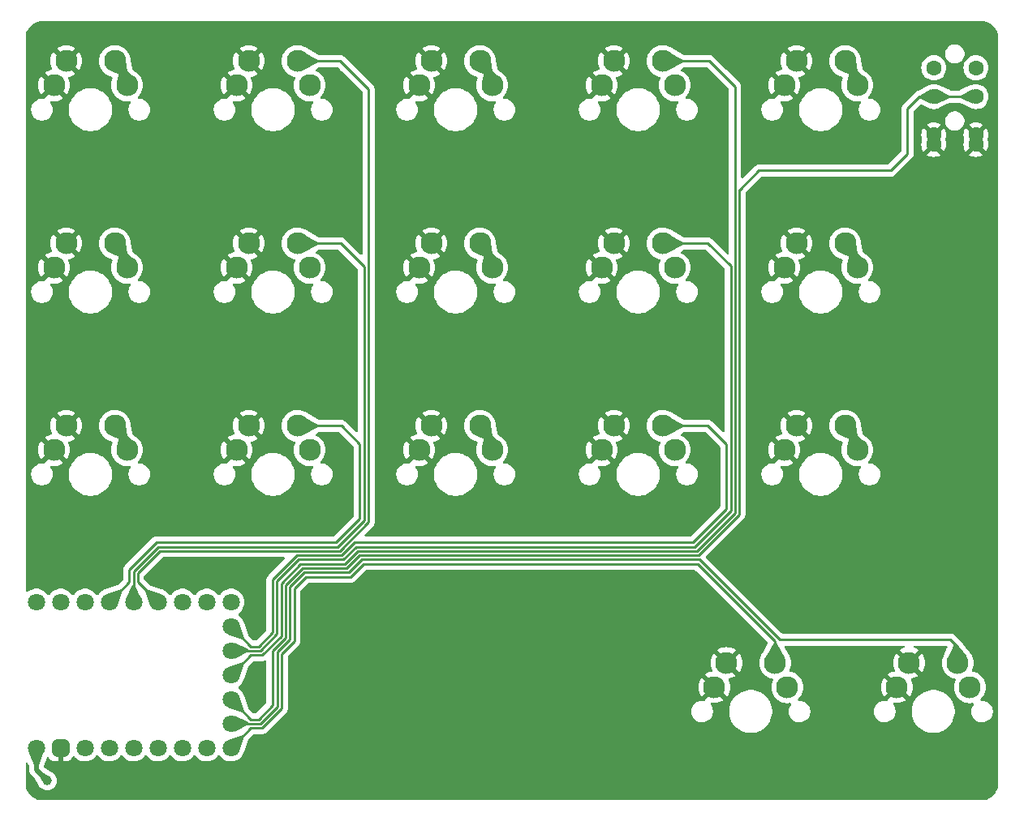
<source format=gbl>
%TF.GenerationSoftware,KiCad,Pcbnew,8.0.7*%
%TF.CreationDate,2025-01-05T02:21:24-08:00*%
%TF.ProjectId,risha,72697368-612e-46b6-9963-61645f706362,v1.0.0*%
%TF.SameCoordinates,Original*%
%TF.FileFunction,Copper,L2,Bot*%
%TF.FilePolarity,Positive*%
%FSLAX46Y46*%
G04 Gerber Fmt 4.6, Leading zero omitted, Abs format (unit mm)*
G04 Created by KiCad (PCBNEW 8.0.7) date 2025-01-05 02:21:24*
%MOMM*%
%LPD*%
G01*
G04 APERTURE LIST*
G04 Aperture macros list*
%AMRoundRect*
0 Rectangle with rounded corners*
0 $1 Rounding radius*
0 $2 $3 $4 $5 $6 $7 $8 $9 X,Y pos of 4 corners*
0 Add a 4 corners polygon primitive as box body*
4,1,4,$2,$3,$4,$5,$6,$7,$8,$9,$2,$3,0*
0 Add four circle primitives for the rounded corners*
1,1,$1+$1,$2,$3*
1,1,$1+$1,$4,$5*
1,1,$1+$1,$6,$7*
1,1,$1+$1,$8,$9*
0 Add four rect primitives between the rounded corners*
20,1,$1+$1,$2,$3,$4,$5,0*
20,1,$1+$1,$4,$5,$6,$7,0*
20,1,$1+$1,$6,$7,$8,$9,0*
20,1,$1+$1,$8,$9,$2,$3,0*%
G04 Aperture macros list end*
%TA.AperFunction,ComponentPad*%
%ADD10C,2.300000*%
%TD*%
%TA.AperFunction,ComponentPad*%
%ADD11C,1.800000*%
%TD*%
%TA.AperFunction,ComponentPad*%
%ADD12RoundRect,0.450000X0.450000X-0.450000X0.450000X0.450000X-0.450000X0.450000X-0.450000X-0.450000X0*%
%TD*%
%TA.AperFunction,ComponentPad*%
%ADD13C,1.600000*%
%TD*%
%TA.AperFunction,ViaPad*%
%ADD14C,1.000000*%
%TD*%
%TA.AperFunction,ViaPad*%
%ADD15C,0.800000*%
%TD*%
%TA.AperFunction,Conductor*%
%ADD16C,0.500000*%
%TD*%
%TA.AperFunction,Conductor*%
%ADD17C,0.250000*%
%TD*%
G04 APERTURE END LIST*
D10*
%TO.P,MX8,1,1*%
%TO.N,K08*%
X135890000Y-71120000D03*
X137160000Y-73660000D03*
%TO.P,MX8,2,2*%
%TO.N,GND*%
X129540000Y-73660000D03*
X130810000Y-71120000D03*
%TD*%
%TO.P,MX17,1,1*%
%TO.N,K17*%
X185740000Y-114935000D03*
X187010000Y-117475000D03*
%TO.P,MX17,2,2*%
%TO.N,GND*%
X179390000Y-117475000D03*
X180660000Y-114935000D03*
%TD*%
%TO.P,MX4,1,1*%
%TO.N,K04*%
X116840000Y-90170000D03*
X118110000Y-92710000D03*
%TO.P,MX4,2,2*%
%TO.N,GND*%
X110490000Y-92710000D03*
X111760000Y-90170000D03*
%TD*%
%TO.P,MX10,1,1*%
%TO.N,K10*%
X154940000Y-90170000D03*
X156210000Y-92710000D03*
%TO.P,MX10,2,2*%
%TO.N,GND*%
X148590000Y-92710000D03*
X149860000Y-90170000D03*
%TD*%
%TO.P,MX3,1,1*%
%TO.N,K03*%
X97790000Y-52070000D03*
X99060000Y-54610000D03*
%TO.P,MX3,2,2*%
%TO.N,GND*%
X91440000Y-54610000D03*
X92710000Y-52070000D03*
%TD*%
%TO.P,MX12,1,1*%
%TO.N,K12*%
X154940000Y-52070000D03*
X156210000Y-54610000D03*
%TO.P,MX12,2,2*%
%TO.N,GND*%
X148590000Y-54610000D03*
X149860000Y-52070000D03*
%TD*%
%TO.P,MX14,1,1*%
%TO.N,K14*%
X173990000Y-71120000D03*
X175260000Y-73660000D03*
%TO.P,MX14,2,2*%
%TO.N,GND*%
X167640000Y-73660000D03*
X168910000Y-71120000D03*
%TD*%
%TO.P,MX9,1,1*%
%TO.N,K09*%
X135890000Y-52070000D03*
X137160000Y-54610000D03*
%TO.P,MX9,2,2*%
%TO.N,GND*%
X129540000Y-54610000D03*
X130810000Y-52070000D03*
%TD*%
D11*
%TO.P,U1,1,5V*%
%TO.N,+5V*%
X89590000Y-123825000D03*
D12*
%TO.P,U1,2,GND*%
%TO.N,GND*%
X92130000Y-123825000D03*
D11*
%TO.P,U1,3,3V3*%
%TO.N,unconnected-(U1-3V3-Pad3)*%
X94670000Y-123825000D03*
%TO.P,U1,4,P29*%
%TO.N,unconnected-(U1-P29-Pad4)*%
X97210000Y-123825000D03*
%TO.P,U1,5,P28*%
%TO.N,unconnected-(U1-P28-Pad5)*%
X99750000Y-123825000D03*
%TO.P,U1,6,P27*%
%TO.N,K15*%
X102290000Y-123825000D03*
%TO.P,U1,7,P26*%
%TO.N,K14*%
X104830000Y-123825000D03*
%TO.P,U1,8,P15*%
%TO.N,K13*%
X107370000Y-123825000D03*
%TO.P,U1,9,P14*%
%TO.N,K16*%
X109910000Y-123825000D03*
%TO.P,U1,10,P0*%
%TO.N,K01*%
X89590000Y-108585000D03*
%TO.P,U1,11,P1*%
%TO.N,K02*%
X92130000Y-108585000D03*
%TO.P,U1,12,P2*%
%TO.N,K03*%
X94670000Y-108585000D03*
%TO.P,U1,13,P3*%
%TO.N,K04*%
X97210000Y-108585000D03*
%TO.P,U1,14,P4*%
%TO.N,K05*%
X99750000Y-108585000D03*
%TO.P,U1,15,P5*%
%TO.N,K06*%
X102290000Y-108585000D03*
%TO.P,U1,16,P6*%
%TO.N,K07*%
X104830000Y-108585000D03*
%TO.P,U1,17,P7*%
%TO.N,K08*%
X107370000Y-108585000D03*
%TO.P,U1,18,P8*%
%TO.N,K09*%
X109910000Y-108585000D03*
%TO.P,U1,19,P13*%
%TO.N,K17*%
X109910000Y-121285000D03*
%TO.P,U1,20,P12*%
%TO.N,TX*%
X109910000Y-118745000D03*
%TO.P,U1,21,P11*%
%TO.N,K12*%
X109910000Y-116205000D03*
%TO.P,U1,22,P10*%
%TO.N,K11*%
X109910000Y-113665000D03*
%TO.P,U1,23,P9*%
%TO.N,K10*%
X109910000Y-111125000D03*
%TD*%
D10*
%TO.P,MX15,1,1*%
%TO.N,K15*%
X173990000Y-52070000D03*
X175260000Y-54610000D03*
%TO.P,MX15,2,2*%
%TO.N,GND*%
X167640000Y-54610000D03*
X168910000Y-52070000D03*
%TD*%
%TO.P,MX13,1,1*%
%TO.N,K13*%
X173990000Y-90170000D03*
X175260000Y-92710000D03*
%TO.P,MX13,2,2*%
%TO.N,GND*%
X167640000Y-92710000D03*
X168910000Y-90170000D03*
%TD*%
%TO.P,MX7,1,1*%
%TO.N,K07*%
X135890000Y-90170000D03*
X137160000Y-92710000D03*
%TO.P,MX7,2,2*%
%TO.N,GND*%
X129540000Y-92710000D03*
X130810000Y-90170000D03*
%TD*%
%TO.P,MX5,1,1*%
%TO.N,K05*%
X116840000Y-71120000D03*
X118110000Y-73660000D03*
%TO.P,MX5,2,2*%
%TO.N,GND*%
X110490000Y-73660000D03*
X111760000Y-71120000D03*
%TD*%
%TO.P,MX6,1,1*%
%TO.N,K06*%
X116840000Y-52070000D03*
X118110000Y-54610000D03*
%TO.P,MX6,2,2*%
%TO.N,GND*%
X110490000Y-54610000D03*
X111760000Y-52070000D03*
%TD*%
%TO.P,MX16,1,1*%
%TO.N,K16*%
X166690000Y-114935000D03*
X167960000Y-117475000D03*
%TO.P,MX16,2,2*%
%TO.N,GND*%
X160340000Y-117475000D03*
X161610000Y-114935000D03*
%TD*%
%TO.P,MX1,1,1*%
%TO.N,K01*%
X97790000Y-90170000D03*
X99060000Y-92710000D03*
%TO.P,MX1,2,2*%
%TO.N,GND*%
X91440000Y-92710000D03*
X92710000Y-90170000D03*
%TD*%
D13*
%TO.P,J1,1,Sleeve*%
%TO.N,GND*%
X187642500Y-60775000D03*
X183242500Y-60775000D03*
%TO.P,J1,2,Tip*%
X187642500Y-59775000D03*
X183242500Y-59775000D03*
%TO.P,J1,3,Ring1*%
%TO.N,TX*%
X187642500Y-55775000D03*
X183242500Y-55775000D03*
%TO.P,J1,4,Ring2*%
%TO.N,+5V*%
X187642500Y-52775000D03*
X183242500Y-52775000D03*
%TD*%
D10*
%TO.P,MX2,1,1*%
%TO.N,K02*%
X97790000Y-71120000D03*
X99060000Y-73660000D03*
%TO.P,MX2,2,2*%
%TO.N,GND*%
X91440000Y-73660000D03*
X92710000Y-71120000D03*
%TD*%
%TO.P,MX11,1,1*%
%TO.N,K11*%
X154940000Y-71120000D03*
X156210000Y-73660000D03*
%TO.P,MX11,2,2*%
%TO.N,GND*%
X148590000Y-73660000D03*
X149860000Y-71120000D03*
%TD*%
D14*
%TO.N,+5V*%
X90750000Y-127250000D03*
D15*
%TO.N,GND*%
X107250000Y-126000000D03*
X111750000Y-109750000D03*
X111750000Y-117500000D03*
X103500000Y-106750000D03*
%TD*%
D16*
%TO.N,+5V*%
X89590000Y-126090000D02*
X90750000Y-127250000D01*
X89590000Y-123825000D02*
X89590000Y-126090000D01*
D17*
%TO.N,TX*%
X183242500Y-55775000D02*
X187642500Y-55775000D01*
X181775000Y-55775000D02*
X183242500Y-55775000D01*
X112000000Y-120835000D02*
X112778604Y-120835000D01*
X117359188Y-105050000D02*
X121995584Y-105050000D01*
X162950000Y-65500000D02*
X163000000Y-65500000D01*
X163000000Y-65500000D02*
X165000000Y-63500000D01*
X112778604Y-120835000D02*
X114250000Y-119363604D01*
X109910000Y-118745000D02*
X112000000Y-120835000D01*
X165000000Y-63500000D02*
X178750000Y-63500000D01*
X114250000Y-119363604D02*
X114250000Y-113659188D01*
X180500000Y-57050000D02*
X181775000Y-55775000D01*
X114250000Y-113659188D02*
X115600000Y-112309188D01*
X162950000Y-99436396D02*
X162950000Y-65500000D01*
X115600000Y-106809188D02*
X117359188Y-105050000D01*
X180500000Y-61750000D02*
X180500000Y-57050000D01*
X158686396Y-103700000D02*
X162950000Y-99436396D01*
X123345584Y-103700000D02*
X158686396Y-103700000D01*
X121995584Y-105050000D02*
X123345584Y-103700000D01*
X115600000Y-112309188D02*
X115600000Y-106809188D01*
X178750000Y-63500000D02*
X180500000Y-61750000D01*
%TO.N,K01*%
X97790000Y-90170000D02*
X99060000Y-91440000D01*
X99060000Y-91440000D02*
X99060000Y-92710000D01*
%TO.N,K02*%
X99060000Y-72390000D02*
X99060000Y-73660000D01*
X97790000Y-71120000D02*
X99060000Y-72390000D01*
%TO.N,K03*%
X99060000Y-53340000D02*
X99060000Y-54610000D01*
X97790000Y-52070000D02*
X99060000Y-53340000D01*
%TO.N,K04*%
X123350000Y-92100000D02*
X123350000Y-99877208D01*
X97210000Y-108585000D02*
X99300000Y-106495000D01*
X120877208Y-102350000D02*
X123350000Y-99877208D01*
X99300000Y-106495000D02*
X99300000Y-105177208D01*
X102127208Y-102350000D02*
X120877208Y-102350000D01*
X99300000Y-105177208D02*
X102127208Y-102350000D01*
X116840000Y-90170000D02*
X121420000Y-90170000D01*
X121420000Y-90170000D02*
X123350000Y-92100000D01*
%TO.N,K05*%
X102313604Y-102800000D02*
X121063604Y-102800000D01*
X116840000Y-71120000D02*
X121370000Y-71120000D01*
X123800000Y-73550000D02*
X123800000Y-100063604D01*
X99750000Y-105363604D02*
X99750000Y-108585000D01*
X102313604Y-102800000D02*
X99750000Y-105363604D01*
X121063604Y-102800000D02*
X123800000Y-100063604D01*
X121370000Y-71120000D02*
X123800000Y-73550000D01*
%TO.N,K06*%
X124250000Y-55000000D02*
X121875000Y-52625000D01*
X124250000Y-55000000D02*
X124250000Y-100250000D01*
X100205000Y-106500000D02*
X102290000Y-108585000D01*
X121320000Y-52070000D02*
X121875000Y-52625000D01*
X121875000Y-52625000D02*
X123250000Y-54000000D01*
X121250000Y-103250000D02*
X102500000Y-103250000D01*
X116840000Y-52070000D02*
X121320000Y-52070000D01*
X123250000Y-54000000D02*
X124250000Y-55000000D01*
X102500000Y-103250000D02*
X100200000Y-105550000D01*
X100200000Y-105550000D02*
X100200000Y-106500000D01*
X124250000Y-100250000D02*
X121250000Y-103250000D01*
X100200000Y-106500000D02*
X100205000Y-106500000D01*
%TO.N,K07*%
X135890000Y-90170000D02*
X137160000Y-91440000D01*
X137160000Y-91440000D02*
X137160000Y-92710000D01*
%TO.N,K08*%
X137160000Y-72390000D02*
X137160000Y-73660000D01*
X135890000Y-71120000D02*
X137160000Y-72390000D01*
%TO.N,K09*%
X137160000Y-53340000D02*
X137160000Y-54610000D01*
X135890000Y-52070000D02*
X137160000Y-53340000D01*
%TO.N,K10*%
X122786396Y-102350000D02*
X121436396Y-103700000D01*
X116800000Y-103700000D02*
X114250000Y-106250000D01*
X112785000Y-113215000D02*
X112000000Y-113215000D01*
X161600000Y-92100000D02*
X161600000Y-98877208D01*
X121436396Y-103700000D02*
X116800000Y-103700000D01*
X114250000Y-106250000D02*
X114250000Y-111750000D01*
X158127208Y-102350000D02*
X122786396Y-102350000D01*
X154940000Y-90170000D02*
X159670000Y-90170000D01*
X161600000Y-98877208D02*
X158127208Y-102350000D01*
X112000000Y-113215000D02*
X109910000Y-111125000D01*
X114250000Y-111750000D02*
X112785000Y-113215000D01*
X159670000Y-90170000D02*
X161600000Y-92100000D01*
%TO.N,K11*%
X154940000Y-71120000D02*
X159670000Y-71120000D01*
X116986396Y-104150000D02*
X121622792Y-104150000D01*
X122972792Y-102800000D02*
X158313604Y-102800000D01*
X114700000Y-106436396D02*
X116986396Y-104150000D01*
X158313604Y-102800000D02*
X162050000Y-99063604D01*
X162050000Y-73500000D02*
X162050000Y-99063604D01*
X114700000Y-106436396D02*
X114700000Y-111936396D01*
X109910000Y-113665000D02*
X112971396Y-113665000D01*
X121622792Y-104150000D02*
X122972792Y-102800000D01*
X112971396Y-113665000D02*
X114700000Y-111936396D01*
X159670000Y-71120000D02*
X162050000Y-73500000D01*
%TO.N,K12*%
X162500000Y-54750000D02*
X159820000Y-52070000D01*
X109910000Y-116205000D02*
X112000000Y-114115000D01*
X115150000Y-106622792D02*
X117172792Y-104600000D01*
X159820000Y-52070000D02*
X154940000Y-52070000D01*
X123159188Y-103250000D02*
X158500000Y-103250000D01*
X115150000Y-112122792D02*
X115150000Y-106622792D01*
X117172792Y-104600000D02*
X121809188Y-104600000D01*
X158500000Y-103250000D02*
X162500000Y-99250000D01*
X113157792Y-114115000D02*
X115150000Y-112122792D01*
X112000000Y-114115000D02*
X113157792Y-114115000D01*
X121809188Y-104600000D02*
X123159188Y-103250000D01*
X162500000Y-99250000D02*
X162500000Y-54750000D01*
%TO.N,K13*%
X173990000Y-90170000D02*
X175260000Y-91440000D01*
X175260000Y-91440000D02*
X175260000Y-92710000D01*
%TO.N,K14*%
X173990000Y-71120000D02*
X175260000Y-72390000D01*
X175260000Y-72390000D02*
X175260000Y-73660000D01*
%TO.N,K15*%
X173990000Y-52070000D02*
X175260000Y-53340000D01*
X175260000Y-53340000D02*
X175260000Y-54610000D01*
%TO.N,K16*%
X158600000Y-104600000D02*
X123718376Y-104600000D01*
X166690000Y-112690000D02*
X158600000Y-104600000D01*
X113151396Y-121735000D02*
X112000000Y-121735000D01*
X115200000Y-113981980D02*
X115200000Y-119686396D01*
X116500000Y-112681980D02*
X115200000Y-113981980D01*
X112000000Y-121735000D02*
X109910000Y-123825000D01*
X123718376Y-104600000D02*
X122368376Y-105950000D01*
X122368376Y-105950000D02*
X117731980Y-105950000D01*
X115200000Y-119686396D02*
X113151396Y-121735000D01*
X116500000Y-107181980D02*
X116500000Y-112681980D01*
X166690000Y-114935000D02*
X166690000Y-112690000D01*
X117731980Y-105950000D02*
X116500000Y-107181980D01*
%TO.N,K17*%
X109910000Y-121285000D02*
X112965000Y-121285000D01*
X114750000Y-119500000D02*
X114750000Y-113795584D01*
X167136396Y-112500000D02*
X184990000Y-112500000D01*
X114750000Y-113795584D02*
X116050000Y-112495584D01*
X185740000Y-113250000D02*
X185740000Y-114935000D01*
X116050000Y-112495584D02*
X116050000Y-106995584D01*
X112965000Y-121285000D02*
X114750000Y-119500000D01*
X123531980Y-104150000D02*
X158786396Y-104150000D01*
X158786396Y-104150000D02*
X167136396Y-112500000D01*
X116050000Y-106995584D02*
X117545584Y-105500000D01*
X184990000Y-112500000D02*
X185740000Y-113250000D01*
X117545584Y-105500000D02*
X122181980Y-105500000D01*
X122181980Y-105500000D02*
X123531980Y-104150000D01*
%TD*%
%TA.AperFunction,Conductor*%
%TO.N,GND*%
G36*
X188229418Y-47875816D02*
G01*
X188465140Y-47892674D01*
X188482641Y-47895191D01*
X188709229Y-47944482D01*
X188726188Y-47949461D01*
X188863672Y-48000740D01*
X188943462Y-48030501D01*
X188959555Y-48037851D01*
X189163068Y-48148977D01*
X189177951Y-48158542D01*
X189363579Y-48297501D01*
X189376950Y-48309087D01*
X189540912Y-48473049D01*
X189552498Y-48486420D01*
X189691457Y-48672048D01*
X189701022Y-48686931D01*
X189812148Y-48890444D01*
X189819498Y-48906537D01*
X189900535Y-49123803D01*
X189905519Y-49140779D01*
X189954807Y-49367352D01*
X189957325Y-49384864D01*
X189974184Y-49620581D01*
X189974500Y-49629427D01*
X189974500Y-127535572D01*
X189974184Y-127544418D01*
X189957325Y-127780135D01*
X189954807Y-127797647D01*
X189905519Y-128024220D01*
X189900535Y-128041196D01*
X189819498Y-128258462D01*
X189812148Y-128274555D01*
X189701022Y-128478068D01*
X189691457Y-128492951D01*
X189552498Y-128678579D01*
X189540912Y-128691950D01*
X189376950Y-128855912D01*
X189363579Y-128867498D01*
X189177951Y-129006457D01*
X189163068Y-129016022D01*
X188959555Y-129127148D01*
X188943462Y-129134498D01*
X188726196Y-129215535D01*
X188709220Y-129220519D01*
X188482647Y-129269807D01*
X188465135Y-129272325D01*
X188229418Y-129289184D01*
X188220572Y-129289500D01*
X90229428Y-129289500D01*
X90220582Y-129289184D01*
X89984864Y-129272325D01*
X89967352Y-129269807D01*
X89740779Y-129220519D01*
X89723803Y-129215535D01*
X89506537Y-129134498D01*
X89490444Y-129127148D01*
X89286931Y-129016022D01*
X89272048Y-129006457D01*
X89086420Y-128867498D01*
X89073049Y-128855912D01*
X88909087Y-128691950D01*
X88897501Y-128678579D01*
X88758542Y-128492951D01*
X88748977Y-128478068D01*
X88637851Y-128274555D01*
X88630501Y-128258462D01*
X88600740Y-128178672D01*
X88549461Y-128041188D01*
X88544482Y-128024229D01*
X88495191Y-127797641D01*
X88492674Y-127780135D01*
X88488709Y-127724698D01*
X88475816Y-127544418D01*
X88475500Y-127535572D01*
X88475500Y-125489794D01*
X88495185Y-125422755D01*
X88547989Y-125377000D01*
X88617147Y-125367056D01*
X88680703Y-125396081D01*
X88714651Y-125443792D01*
X88822651Y-125714137D01*
X88831500Y-125760139D01*
X88831500Y-126164709D01*
X88860647Y-126311239D01*
X88860649Y-126311247D01*
X88917825Y-126449282D01*
X89000835Y-126573517D01*
X89000836Y-126573518D01*
X89434971Y-127007652D01*
X89454336Y-127032746D01*
X89811856Y-127644230D01*
X89811858Y-127644234D01*
X89839637Y-127691747D01*
X89849787Y-127708373D01*
X89851124Y-127710211D01*
X89860204Y-127724698D01*
X89907403Y-127813002D01*
X89907405Y-127813005D01*
X90033431Y-127966568D01*
X90186994Y-128092594D01*
X90187001Y-128092598D01*
X90362191Y-128186239D01*
X90362193Y-128186239D01*
X90362196Y-128186241D01*
X90552299Y-128243908D01*
X90552298Y-128243908D01*
X90570024Y-128245653D01*
X90750000Y-128263380D01*
X90947701Y-128243908D01*
X91137804Y-128186241D01*
X91313004Y-128092595D01*
X91466568Y-127966568D01*
X91592595Y-127813004D01*
X91686241Y-127637804D01*
X91743908Y-127447701D01*
X91763380Y-127250000D01*
X91743908Y-127052299D01*
X91686241Y-126862196D01*
X91686239Y-126862193D01*
X91686239Y-126862191D01*
X91592598Y-126687001D01*
X91592594Y-126686994D01*
X91466568Y-126533431D01*
X91313007Y-126407407D01*
X91313005Y-126407406D01*
X91313004Y-126407405D01*
X91212983Y-126353942D01*
X91194261Y-126341640D01*
X91191729Y-126339626D01*
X91079506Y-126274013D01*
X91079501Y-126274009D01*
X90532744Y-125954334D01*
X90507650Y-125934969D01*
X90395004Y-125822323D01*
X90361519Y-125761000D01*
X90366503Y-125691308D01*
X90367495Y-125688740D01*
X90696932Y-124864096D01*
X90740079Y-124809148D01*
X90806089Y-124786248D01*
X90874001Y-124802670D01*
X90908182Y-124831742D01*
X91004784Y-124950215D01*
X91154525Y-125072313D01*
X91325784Y-125161771D01*
X91511538Y-125214920D01*
X91511541Y-125214921D01*
X91624903Y-125224999D01*
X91879999Y-125224999D01*
X91880000Y-125224998D01*
X91880000Y-124258012D01*
X91937007Y-124290925D01*
X92064174Y-124325000D01*
X92195826Y-124325000D01*
X92322993Y-124290925D01*
X92380000Y-124258012D01*
X92380000Y-125224999D01*
X92635092Y-125224999D01*
X92635098Y-125224998D01*
X92748460Y-125214921D01*
X92934215Y-125161771D01*
X93105474Y-125072313D01*
X93255215Y-124950215D01*
X93377313Y-124800473D01*
X93377314Y-124800472D01*
X93395643Y-124765384D01*
X93444129Y-124715076D01*
X93512116Y-124698968D01*
X93578020Y-124722174D01*
X93596781Y-124738811D01*
X93682331Y-124831742D01*
X93712780Y-124864818D01*
X93896983Y-125008190D01*
X93896985Y-125008191D01*
X93896988Y-125008193D01*
X94015472Y-125072313D01*
X94102273Y-125119287D01*
X94216914Y-125158643D01*
X94323045Y-125195079D01*
X94323047Y-125195079D01*
X94323049Y-125195080D01*
X94553288Y-125233500D01*
X94553289Y-125233500D01*
X94786711Y-125233500D01*
X94786712Y-125233500D01*
X95016951Y-125195080D01*
X95237727Y-125119287D01*
X95443017Y-125008190D01*
X95627220Y-124864818D01*
X95785314Y-124693083D01*
X95836191Y-124615210D01*
X95889337Y-124569853D01*
X95958569Y-124560429D01*
X96021904Y-124589931D01*
X96043809Y-124615210D01*
X96094686Y-124693084D01*
X96222331Y-124831742D01*
X96252780Y-124864818D01*
X96436983Y-125008190D01*
X96436985Y-125008191D01*
X96436988Y-125008193D01*
X96555472Y-125072313D01*
X96642273Y-125119287D01*
X96756914Y-125158643D01*
X96863045Y-125195079D01*
X96863047Y-125195079D01*
X96863049Y-125195080D01*
X97093288Y-125233500D01*
X97093289Y-125233500D01*
X97326711Y-125233500D01*
X97326712Y-125233500D01*
X97556951Y-125195080D01*
X97777727Y-125119287D01*
X97983017Y-125008190D01*
X98167220Y-124864818D01*
X98325314Y-124693083D01*
X98376191Y-124615210D01*
X98429337Y-124569853D01*
X98498569Y-124560429D01*
X98561904Y-124589931D01*
X98583809Y-124615210D01*
X98634686Y-124693084D01*
X98762331Y-124831742D01*
X98792780Y-124864818D01*
X98976983Y-125008190D01*
X98976985Y-125008191D01*
X98976988Y-125008193D01*
X99095472Y-125072313D01*
X99182273Y-125119287D01*
X99296914Y-125158643D01*
X99403045Y-125195079D01*
X99403047Y-125195079D01*
X99403049Y-125195080D01*
X99633288Y-125233500D01*
X99633289Y-125233500D01*
X99866711Y-125233500D01*
X99866712Y-125233500D01*
X100096951Y-125195080D01*
X100317727Y-125119287D01*
X100523017Y-125008190D01*
X100707220Y-124864818D01*
X100865314Y-124693083D01*
X100916191Y-124615210D01*
X100969337Y-124569853D01*
X101038569Y-124560429D01*
X101101904Y-124589931D01*
X101123809Y-124615210D01*
X101174686Y-124693084D01*
X101302331Y-124831742D01*
X101332780Y-124864818D01*
X101516983Y-125008190D01*
X101516985Y-125008191D01*
X101516988Y-125008193D01*
X101635472Y-125072313D01*
X101722273Y-125119287D01*
X101836914Y-125158643D01*
X101943045Y-125195079D01*
X101943047Y-125195079D01*
X101943049Y-125195080D01*
X102173288Y-125233500D01*
X102173289Y-125233500D01*
X102406711Y-125233500D01*
X102406712Y-125233500D01*
X102636951Y-125195080D01*
X102857727Y-125119287D01*
X103063017Y-125008190D01*
X103247220Y-124864818D01*
X103405314Y-124693083D01*
X103456191Y-124615210D01*
X103509337Y-124569853D01*
X103578569Y-124560429D01*
X103641904Y-124589931D01*
X103663809Y-124615210D01*
X103714686Y-124693084D01*
X103842331Y-124831742D01*
X103872780Y-124864818D01*
X104056983Y-125008190D01*
X104056985Y-125008191D01*
X104056988Y-125008193D01*
X104175472Y-125072313D01*
X104262273Y-125119287D01*
X104376914Y-125158643D01*
X104483045Y-125195079D01*
X104483047Y-125195079D01*
X104483049Y-125195080D01*
X104713288Y-125233500D01*
X104713289Y-125233500D01*
X104946711Y-125233500D01*
X104946712Y-125233500D01*
X105176951Y-125195080D01*
X105397727Y-125119287D01*
X105603017Y-125008190D01*
X105787220Y-124864818D01*
X105945314Y-124693083D01*
X105996191Y-124615210D01*
X106049337Y-124569853D01*
X106118569Y-124560429D01*
X106181904Y-124589931D01*
X106203809Y-124615210D01*
X106254686Y-124693084D01*
X106382331Y-124831742D01*
X106412780Y-124864818D01*
X106596983Y-125008190D01*
X106596985Y-125008191D01*
X106596988Y-125008193D01*
X106715472Y-125072313D01*
X106802273Y-125119287D01*
X106916914Y-125158643D01*
X107023045Y-125195079D01*
X107023047Y-125195079D01*
X107023049Y-125195080D01*
X107253288Y-125233500D01*
X107253289Y-125233500D01*
X107486711Y-125233500D01*
X107486712Y-125233500D01*
X107716951Y-125195080D01*
X107937727Y-125119287D01*
X108143017Y-125008190D01*
X108327220Y-124864818D01*
X108485314Y-124693083D01*
X108536191Y-124615210D01*
X108589337Y-124569853D01*
X108658569Y-124560429D01*
X108721904Y-124589931D01*
X108743809Y-124615210D01*
X108794686Y-124693084D01*
X108922331Y-124831742D01*
X108952780Y-124864818D01*
X109136983Y-125008190D01*
X109136985Y-125008191D01*
X109136988Y-125008193D01*
X109255472Y-125072313D01*
X109342273Y-125119287D01*
X109456914Y-125158643D01*
X109563045Y-125195079D01*
X109563047Y-125195079D01*
X109563049Y-125195080D01*
X109793288Y-125233500D01*
X109793289Y-125233500D01*
X110026711Y-125233500D01*
X110026712Y-125233500D01*
X110256951Y-125195080D01*
X110477727Y-125119287D01*
X110683017Y-125008190D01*
X110867220Y-124864818D01*
X111025314Y-124693083D01*
X111152984Y-124497669D01*
X111213279Y-124360206D01*
X111216626Y-124353183D01*
X111230754Y-124325805D01*
X111238092Y-124304621D01*
X111241694Y-124295429D01*
X111246749Y-124283907D01*
X111249467Y-124273172D01*
X111252492Y-124263060D01*
X111712159Y-122936341D01*
X111741642Y-122889260D01*
X112226085Y-122404819D01*
X112287408Y-122371334D01*
X112313766Y-122368500D01*
X113213791Y-122368500D01*
X113213792Y-122368499D01*
X113336181Y-122344155D01*
X113451471Y-122296400D01*
X113555229Y-122227071D01*
X115692072Y-120090229D01*
X115761401Y-119986471D01*
X115786274Y-119926421D01*
X157944500Y-119926421D01*
X157944500Y-120103579D01*
X157945969Y-120112853D01*
X157972214Y-120278556D01*
X158026956Y-120447039D01*
X158026957Y-120447042D01*
X158046068Y-120484548D01*
X158107386Y-120604890D01*
X158211517Y-120748214D01*
X158336786Y-120873483D01*
X158480110Y-120977614D01*
X158543284Y-121009803D01*
X158637957Y-121058042D01*
X158637960Y-121058043D01*
X158722201Y-121085414D01*
X158806445Y-121112786D01*
X158981421Y-121140500D01*
X158981422Y-121140500D01*
X159158578Y-121140500D01*
X159158579Y-121140500D01*
X159333555Y-121112786D01*
X159502042Y-121058042D01*
X159659890Y-120977614D01*
X159803214Y-120873483D01*
X159928483Y-120748214D01*
X160032614Y-120604890D01*
X160113042Y-120447042D01*
X160167786Y-120278555D01*
X160195500Y-120103579D01*
X160195500Y-119926421D01*
X160186231Y-119867900D01*
X161905600Y-119867900D01*
X161905600Y-120162099D01*
X161905601Y-120162116D01*
X161944001Y-120453796D01*
X162020152Y-120737994D01*
X162132734Y-121009794D01*
X162132742Y-121009810D01*
X162279840Y-121264589D01*
X162279851Y-121264605D01*
X162458948Y-121498009D01*
X162458954Y-121498016D01*
X162666983Y-121706045D01*
X162666989Y-121706050D01*
X162900403Y-121885155D01*
X162900410Y-121885159D01*
X163155189Y-122032257D01*
X163155205Y-122032265D01*
X163427005Y-122144847D01*
X163427007Y-122144847D01*
X163427013Y-122144850D01*
X163711200Y-122220998D01*
X164002894Y-122259400D01*
X164002901Y-122259400D01*
X164297099Y-122259400D01*
X164297106Y-122259400D01*
X164588800Y-122220998D01*
X164872987Y-122144850D01*
X165016390Y-122085451D01*
X165144794Y-122032265D01*
X165144797Y-122032263D01*
X165144803Y-122032261D01*
X165399597Y-121885155D01*
X165633011Y-121706050D01*
X165841050Y-121498011D01*
X166020155Y-121264597D01*
X166167261Y-121009803D01*
X166180595Y-120977613D01*
X166279847Y-120737994D01*
X166279846Y-120737994D01*
X166279850Y-120737987D01*
X166355998Y-120453800D01*
X166394400Y-120162106D01*
X166394400Y-119867894D01*
X166355998Y-119576200D01*
X166279850Y-119292013D01*
X166275613Y-119281783D01*
X166167265Y-119020205D01*
X166167257Y-119020189D01*
X166020159Y-118765410D01*
X166020155Y-118765403D01*
X165841050Y-118531989D01*
X165841045Y-118531983D01*
X165633016Y-118323954D01*
X165633009Y-118323948D01*
X165399605Y-118144851D01*
X165399603Y-118144849D01*
X165399597Y-118144845D01*
X165399592Y-118144842D01*
X165399589Y-118144840D01*
X165144810Y-117997742D01*
X165144794Y-117997734D01*
X164872994Y-117885152D01*
X164842253Y-117876915D01*
X164588800Y-117809002D01*
X164588799Y-117809001D01*
X164588796Y-117809001D01*
X164297116Y-117770601D01*
X164297111Y-117770600D01*
X164297106Y-117770600D01*
X164002894Y-117770600D01*
X164002888Y-117770600D01*
X164002883Y-117770601D01*
X163711203Y-117809001D01*
X163427005Y-117885152D01*
X163155205Y-117997734D01*
X163155189Y-117997742D01*
X162900410Y-118144840D01*
X162900394Y-118144851D01*
X162666990Y-118323948D01*
X162666983Y-118323954D01*
X162458954Y-118531983D01*
X162458948Y-118531990D01*
X162279851Y-118765394D01*
X162279840Y-118765410D01*
X162132742Y-119020189D01*
X162132734Y-119020205D01*
X162020152Y-119292005D01*
X161944001Y-119576203D01*
X161905601Y-119867883D01*
X161905600Y-119867900D01*
X160186231Y-119867900D01*
X160167786Y-119751445D01*
X160113042Y-119582958D01*
X160113042Y-119582957D01*
X160032613Y-119425109D01*
X160032611Y-119425106D01*
X159942382Y-119300916D01*
X159918903Y-119235113D01*
X159934728Y-119167059D01*
X159984834Y-119118364D01*
X160053312Y-119104488D01*
X160071649Y-119107459D01*
X160081089Y-119109725D01*
X160340000Y-119130101D01*
X160598912Y-119109725D01*
X160851445Y-119049098D01*
X160851462Y-119049093D01*
X161091397Y-118949709D01*
X161091400Y-118949707D01*
X161312841Y-118814007D01*
X161312851Y-118814000D01*
X161319643Y-118808198D01*
X161319643Y-118808197D01*
X160673209Y-118161763D01*
X160700942Y-118150276D01*
X160825747Y-118066884D01*
X160931884Y-117960747D01*
X161015276Y-117835942D01*
X161026763Y-117808209D01*
X161673197Y-118454643D01*
X161673198Y-118454643D01*
X161679000Y-118447851D01*
X161679007Y-118447841D01*
X161814707Y-118226400D01*
X161814709Y-118226397D01*
X161914093Y-117986462D01*
X161914098Y-117986445D01*
X161974725Y-117733912D01*
X161995101Y-117475000D01*
X161974725Y-117216087D01*
X161914098Y-116963554D01*
X161914094Y-116963542D01*
X161817198Y-116729613D01*
X161809729Y-116660143D01*
X161841004Y-116597664D01*
X161901093Y-116562012D01*
X161902813Y-116561586D01*
X162121442Y-116509099D01*
X162121462Y-116509093D01*
X162361397Y-116409709D01*
X162361400Y-116409707D01*
X162582841Y-116274007D01*
X162582851Y-116274000D01*
X162589643Y-116268198D01*
X162589643Y-116268197D01*
X161943209Y-115621763D01*
X161970942Y-115610276D01*
X162095747Y-115526884D01*
X162201884Y-115420747D01*
X162285276Y-115295942D01*
X162296763Y-115268209D01*
X162943197Y-115914643D01*
X162943198Y-115914643D01*
X162949000Y-115907851D01*
X162949007Y-115907841D01*
X163084707Y-115686400D01*
X163084709Y-115686397D01*
X163184093Y-115446462D01*
X163184098Y-115446445D01*
X163244725Y-115193912D01*
X163265101Y-114935000D01*
X163244725Y-114676087D01*
X163184098Y-114423554D01*
X163184093Y-114423537D01*
X163084709Y-114183602D01*
X163084707Y-114183599D01*
X162949005Y-113962155D01*
X162943197Y-113955355D01*
X162296762Y-114601789D01*
X162285276Y-114574058D01*
X162201884Y-114449253D01*
X162095747Y-114343116D01*
X161970942Y-114259724D01*
X161943209Y-114248236D01*
X162589644Y-113601801D01*
X162582844Y-113595993D01*
X162361400Y-113460292D01*
X162361397Y-113460290D01*
X162121462Y-113360906D01*
X162121445Y-113360901D01*
X161868911Y-113300274D01*
X161868912Y-113300274D01*
X161610000Y-113279898D01*
X161351087Y-113300274D01*
X161098554Y-113360901D01*
X161098537Y-113360906D01*
X160858602Y-113460290D01*
X160858599Y-113460292D01*
X160637157Y-113595992D01*
X160637156Y-113595993D01*
X160630355Y-113601801D01*
X161276790Y-114248236D01*
X161249058Y-114259724D01*
X161124253Y-114343116D01*
X161018116Y-114449253D01*
X160934724Y-114574058D01*
X160923236Y-114601790D01*
X160276801Y-113955355D01*
X160270993Y-113962156D01*
X160270992Y-113962157D01*
X160135292Y-114183599D01*
X160135290Y-114183602D01*
X160035906Y-114423537D01*
X160035901Y-114423554D01*
X159975274Y-114676087D01*
X159954898Y-114935000D01*
X159975274Y-115193912D01*
X160035901Y-115446445D01*
X160035906Y-115446462D01*
X160132801Y-115680387D01*
X160140270Y-115749856D01*
X160108995Y-115812335D01*
X160048906Y-115847987D01*
X160047187Y-115848413D01*
X159828554Y-115900901D01*
X159828537Y-115900906D01*
X159588602Y-116000290D01*
X159588599Y-116000292D01*
X159367157Y-116135992D01*
X159367156Y-116135993D01*
X159360355Y-116141801D01*
X160006790Y-116788236D01*
X159979058Y-116799724D01*
X159854253Y-116883116D01*
X159748116Y-116989253D01*
X159664724Y-117114058D01*
X159653236Y-117141790D01*
X159006801Y-116495355D01*
X159000993Y-116502156D01*
X159000992Y-116502157D01*
X158865292Y-116723599D01*
X158865290Y-116723602D01*
X158765906Y-116963537D01*
X158765901Y-116963554D01*
X158705274Y-117216087D01*
X158684898Y-117475000D01*
X158705274Y-117733912D01*
X158765901Y-117986445D01*
X158765906Y-117986462D01*
X158865290Y-118226397D01*
X158865292Y-118226400D01*
X159000993Y-118447844D01*
X159006801Y-118454644D01*
X159653236Y-117808209D01*
X159664724Y-117835942D01*
X159748116Y-117960747D01*
X159854253Y-118066884D01*
X159979058Y-118150276D01*
X160006790Y-118161763D01*
X159345982Y-118822570D01*
X159341863Y-118838953D01*
X159290895Y-118886744D01*
X159222180Y-118899394D01*
X159215600Y-118898531D01*
X159158579Y-118889500D01*
X158981421Y-118889500D01*
X158924403Y-118898531D01*
X158806443Y-118917214D01*
X158637960Y-118971956D01*
X158637957Y-118971957D01*
X158480109Y-119052386D01*
X158401190Y-119109725D01*
X158336786Y-119156517D01*
X158336784Y-119156519D01*
X158336783Y-119156519D01*
X158211519Y-119281783D01*
X158211519Y-119281784D01*
X158211517Y-119281786D01*
X158204087Y-119292013D01*
X158107386Y-119425109D01*
X158026957Y-119582957D01*
X158026956Y-119582960D01*
X157972214Y-119751443D01*
X157953772Y-119867883D01*
X157944500Y-119926421D01*
X115786274Y-119926421D01*
X115798096Y-119897879D01*
X115809155Y-119871181D01*
X115833500Y-119748790D01*
X115833500Y-114295746D01*
X115853185Y-114228707D01*
X115869819Y-114208065D01*
X116992069Y-113085816D01*
X116992072Y-113085813D01*
X117018802Y-113045809D01*
X117061401Y-112982055D01*
X117076152Y-112946441D01*
X117095630Y-112899418D01*
X117095630Y-112899417D01*
X117109155Y-112866765D01*
X117133500Y-112744374D01*
X117133500Y-107495746D01*
X117153185Y-107428707D01*
X117169819Y-107408065D01*
X117958065Y-106619819D01*
X118019388Y-106586334D01*
X118045746Y-106583500D01*
X122430771Y-106583500D01*
X122430772Y-106583499D01*
X122553161Y-106559155D01*
X122668451Y-106511400D01*
X122772209Y-106442071D01*
X123944461Y-105269819D01*
X124005784Y-105236334D01*
X124032142Y-105233500D01*
X158286234Y-105233500D01*
X158353273Y-105253185D01*
X158373915Y-105269819D01*
X165888140Y-112784045D01*
X165921625Y-112845368D01*
X165916641Y-112915060D01*
X165909246Y-112931236D01*
X165361216Y-113933051D01*
X165346727Y-113954064D01*
X165344100Y-113957140D01*
X165344095Y-113957147D01*
X165207696Y-114179728D01*
X165107797Y-114420908D01*
X165107796Y-114420911D01*
X165100992Y-114449253D01*
X165046855Y-114674747D01*
X165046854Y-114674751D01*
X165026372Y-114935000D01*
X165046854Y-115195249D01*
X165107796Y-115449089D01*
X165107797Y-115449091D01*
X165207696Y-115690271D01*
X165344095Y-115912853D01*
X165344098Y-115912858D01*
X165345623Y-115914643D01*
X165513637Y-116111363D01*
X165549276Y-116141801D01*
X165712141Y-116280901D01*
X165712143Y-116280902D01*
X165712144Y-116280903D01*
X165772039Y-116317606D01*
X165934728Y-116417303D01*
X166005368Y-116446563D01*
X166175911Y-116517204D01*
X166385529Y-116567529D01*
X166446119Y-116602319D01*
X166478283Y-116664345D01*
X166471807Y-116733914D01*
X166471141Y-116735554D01*
X166377797Y-116960906D01*
X166350866Y-117073083D01*
X166316854Y-117214751D01*
X166296372Y-117475000D01*
X166316854Y-117735249D01*
X166377796Y-117989089D01*
X166377797Y-117989091D01*
X166477696Y-118230271D01*
X166614095Y-118452853D01*
X166614098Y-118452858D01*
X166681683Y-118531990D01*
X166783637Y-118651363D01*
X166896613Y-118747853D01*
X166982141Y-118820901D01*
X166982143Y-118820902D01*
X166982144Y-118820903D01*
X167011599Y-118838953D01*
X167204728Y-118957303D01*
X167240109Y-118971958D01*
X167445911Y-119057204D01*
X167699751Y-119118146D01*
X167960000Y-119138628D01*
X168220249Y-119118146D01*
X168220648Y-119118050D01*
X168220803Y-119118057D01*
X168225065Y-119117383D01*
X168225206Y-119118277D01*
X168290428Y-119121534D01*
X168347250Y-119162192D01*
X168373070Y-119227115D01*
X168359691Y-119295692D01*
X168349923Y-119311506D01*
X168267388Y-119425106D01*
X168186957Y-119582957D01*
X168186956Y-119582960D01*
X168132214Y-119751443D01*
X168113772Y-119867883D01*
X168104500Y-119926421D01*
X168104500Y-120103579D01*
X168105969Y-120112853D01*
X168132214Y-120278556D01*
X168186956Y-120447039D01*
X168186957Y-120447042D01*
X168206068Y-120484548D01*
X168267386Y-120604890D01*
X168371517Y-120748214D01*
X168496786Y-120873483D01*
X168640110Y-120977614D01*
X168703284Y-121009803D01*
X168797957Y-121058042D01*
X168797960Y-121058043D01*
X168882201Y-121085414D01*
X168966445Y-121112786D01*
X169141421Y-121140500D01*
X169141422Y-121140500D01*
X169318578Y-121140500D01*
X169318579Y-121140500D01*
X169493555Y-121112786D01*
X169662042Y-121058042D01*
X169819890Y-120977614D01*
X169963214Y-120873483D01*
X170088483Y-120748214D01*
X170192614Y-120604890D01*
X170273042Y-120447042D01*
X170327786Y-120278555D01*
X170355500Y-120103579D01*
X170355500Y-119926421D01*
X170327786Y-119751445D01*
X170273042Y-119582958D01*
X170273042Y-119582957D01*
X170192613Y-119425109D01*
X170192611Y-119425106D01*
X170088483Y-119281786D01*
X169963214Y-119156517D01*
X169819890Y-119052386D01*
X169756732Y-119020205D01*
X169662042Y-118971957D01*
X169662039Y-118971956D01*
X169493556Y-118917214D01*
X169375597Y-118898531D01*
X169318579Y-118889500D01*
X169193657Y-118889500D01*
X169126618Y-118869815D01*
X169080863Y-118817011D01*
X169070919Y-118747853D01*
X169099944Y-118684297D01*
X169113125Y-118671210D01*
X169136363Y-118651363D01*
X169305903Y-118452856D01*
X169442303Y-118230271D01*
X169542204Y-117989089D01*
X169603146Y-117735249D01*
X169623628Y-117475000D01*
X169603146Y-117214751D01*
X169542204Y-116960911D01*
X169446397Y-116729613D01*
X169442303Y-116719728D01*
X169305904Y-116497146D01*
X169305901Y-116497141D01*
X169231225Y-116409707D01*
X169136363Y-116298637D01*
X168952731Y-116141801D01*
X168937858Y-116129098D01*
X168937853Y-116129095D01*
X168715271Y-115992696D01*
X168474091Y-115892797D01*
X168474089Y-115892796D01*
X168264470Y-115842470D01*
X168203880Y-115807680D01*
X168171716Y-115745653D01*
X168178192Y-115676084D01*
X168178819Y-115674538D01*
X168272204Y-115449089D01*
X168333146Y-115195249D01*
X168353628Y-114935000D01*
X168333146Y-114674751D01*
X168272204Y-114420911D01*
X168195148Y-114234881D01*
X168172303Y-114179728D01*
X168035908Y-113957152D01*
X168035907Y-113957151D01*
X168035903Y-113957144D01*
X168034375Y-113955355D01*
X168033273Y-113954064D01*
X168018782Y-113933048D01*
X167681785Y-113317010D01*
X167666880Y-113248749D01*
X167691247Y-113183266D01*
X167747148Y-113141352D01*
X167790571Y-113133500D01*
X180074157Y-113133500D01*
X180141196Y-113153185D01*
X180186951Y-113205989D01*
X180196895Y-113275147D01*
X180167870Y-113338703D01*
X180121610Y-113372061D01*
X179908598Y-113460292D01*
X179687157Y-113595992D01*
X179687156Y-113595993D01*
X179680355Y-113601801D01*
X180326790Y-114248236D01*
X180299058Y-114259724D01*
X180174253Y-114343116D01*
X180068116Y-114449253D01*
X179984724Y-114574058D01*
X179973236Y-114601790D01*
X179326801Y-113955355D01*
X179320993Y-113962156D01*
X179320992Y-113962157D01*
X179185292Y-114183599D01*
X179185290Y-114183602D01*
X179085906Y-114423537D01*
X179085901Y-114423554D01*
X179025274Y-114676087D01*
X179004898Y-114935000D01*
X179025274Y-115193912D01*
X179085901Y-115446445D01*
X179085906Y-115446462D01*
X179182801Y-115680387D01*
X179190270Y-115749856D01*
X179158995Y-115812335D01*
X179098906Y-115847987D01*
X179097187Y-115848413D01*
X178878554Y-115900901D01*
X178878537Y-115900906D01*
X178638602Y-116000290D01*
X178638599Y-116000292D01*
X178417157Y-116135992D01*
X178417156Y-116135993D01*
X178410355Y-116141801D01*
X179056790Y-116788236D01*
X179029058Y-116799724D01*
X178904253Y-116883116D01*
X178798116Y-116989253D01*
X178714724Y-117114058D01*
X178703236Y-117141790D01*
X178056801Y-116495355D01*
X178050993Y-116502156D01*
X178050992Y-116502157D01*
X177915292Y-116723599D01*
X177915290Y-116723602D01*
X177815906Y-116963537D01*
X177815901Y-116963554D01*
X177755274Y-117216087D01*
X177734898Y-117475000D01*
X177755274Y-117733912D01*
X177815901Y-117986445D01*
X177815906Y-117986462D01*
X177915290Y-118226397D01*
X177915292Y-118226400D01*
X178050993Y-118447844D01*
X178056801Y-118454644D01*
X178703236Y-117808209D01*
X178714724Y-117835942D01*
X178798116Y-117960747D01*
X178904253Y-118066884D01*
X179029058Y-118150276D01*
X179056790Y-118161763D01*
X178395982Y-118822570D01*
X178391863Y-118838953D01*
X178340895Y-118886744D01*
X178272180Y-118899394D01*
X178265600Y-118898531D01*
X178208579Y-118889500D01*
X178031421Y-118889500D01*
X177974403Y-118898531D01*
X177856443Y-118917214D01*
X177687960Y-118971956D01*
X177687957Y-118971957D01*
X177530109Y-119052386D01*
X177451190Y-119109725D01*
X177386786Y-119156517D01*
X177386784Y-119156519D01*
X177386783Y-119156519D01*
X177261519Y-119281783D01*
X177261519Y-119281784D01*
X177261517Y-119281786D01*
X177254087Y-119292013D01*
X177157386Y-119425109D01*
X177076957Y-119582957D01*
X177076956Y-119582960D01*
X177022214Y-119751443D01*
X177003772Y-119867883D01*
X176994500Y-119926421D01*
X176994500Y-120103579D01*
X176995969Y-120112853D01*
X177022214Y-120278556D01*
X177076956Y-120447039D01*
X177076957Y-120447042D01*
X177096068Y-120484548D01*
X177157386Y-120604890D01*
X177261517Y-120748214D01*
X177386786Y-120873483D01*
X177530110Y-120977614D01*
X177593284Y-121009803D01*
X177687957Y-121058042D01*
X177687960Y-121058043D01*
X177772201Y-121085414D01*
X177856445Y-121112786D01*
X178031421Y-121140500D01*
X178031422Y-121140500D01*
X178208578Y-121140500D01*
X178208579Y-121140500D01*
X178383555Y-121112786D01*
X178552042Y-121058042D01*
X178709890Y-120977614D01*
X178853214Y-120873483D01*
X178978483Y-120748214D01*
X179082614Y-120604890D01*
X179163042Y-120447042D01*
X179217786Y-120278555D01*
X179245500Y-120103579D01*
X179245500Y-119926421D01*
X179236231Y-119867900D01*
X180955600Y-119867900D01*
X180955600Y-120162099D01*
X180955601Y-120162116D01*
X180994001Y-120453796D01*
X181070152Y-120737994D01*
X181182734Y-121009794D01*
X181182742Y-121009810D01*
X181329840Y-121264589D01*
X181329851Y-121264605D01*
X181508948Y-121498009D01*
X181508954Y-121498016D01*
X181716983Y-121706045D01*
X181716989Y-121706050D01*
X181950403Y-121885155D01*
X181950410Y-121885159D01*
X182205189Y-122032257D01*
X182205205Y-122032265D01*
X182477005Y-122144847D01*
X182477007Y-122144847D01*
X182477013Y-122144850D01*
X182761200Y-122220998D01*
X183052894Y-122259400D01*
X183052901Y-122259400D01*
X183347099Y-122259400D01*
X183347106Y-122259400D01*
X183638800Y-122220998D01*
X183922987Y-122144850D01*
X184066390Y-122085451D01*
X184194794Y-122032265D01*
X184194797Y-122032263D01*
X184194803Y-122032261D01*
X184449597Y-121885155D01*
X184683011Y-121706050D01*
X184891050Y-121498011D01*
X185070155Y-121264597D01*
X185217261Y-121009803D01*
X185230595Y-120977613D01*
X185329847Y-120737994D01*
X185329846Y-120737994D01*
X185329850Y-120737987D01*
X185405998Y-120453800D01*
X185444400Y-120162106D01*
X185444400Y-119867894D01*
X185405998Y-119576200D01*
X185329850Y-119292013D01*
X185325613Y-119281783D01*
X185217265Y-119020205D01*
X185217257Y-119020189D01*
X185070159Y-118765410D01*
X185070155Y-118765403D01*
X184891050Y-118531989D01*
X184891045Y-118531983D01*
X184683016Y-118323954D01*
X184683009Y-118323948D01*
X184449605Y-118144851D01*
X184449603Y-118144849D01*
X184449597Y-118144845D01*
X184449592Y-118144842D01*
X184449589Y-118144840D01*
X184194810Y-117997742D01*
X184194794Y-117997734D01*
X183922994Y-117885152D01*
X183892253Y-117876915D01*
X183638800Y-117809002D01*
X183638799Y-117809001D01*
X183638796Y-117809001D01*
X183347116Y-117770601D01*
X183347111Y-117770600D01*
X183347106Y-117770600D01*
X183052894Y-117770600D01*
X183052888Y-117770600D01*
X183052883Y-117770601D01*
X182761203Y-117809001D01*
X182477005Y-117885152D01*
X182205205Y-117997734D01*
X182205189Y-117997742D01*
X181950410Y-118144840D01*
X181950394Y-118144851D01*
X181716990Y-118323948D01*
X181716983Y-118323954D01*
X181508954Y-118531983D01*
X181508948Y-118531990D01*
X181329851Y-118765394D01*
X181329840Y-118765410D01*
X181182742Y-119020189D01*
X181182734Y-119020205D01*
X181070152Y-119292005D01*
X180994001Y-119576203D01*
X180955601Y-119867883D01*
X180955600Y-119867900D01*
X179236231Y-119867900D01*
X179217786Y-119751445D01*
X179163042Y-119582958D01*
X179163042Y-119582957D01*
X179082613Y-119425109D01*
X179082611Y-119425106D01*
X178992382Y-119300916D01*
X178968903Y-119235113D01*
X178984728Y-119167059D01*
X179034834Y-119118364D01*
X179103312Y-119104488D01*
X179121649Y-119107459D01*
X179131089Y-119109725D01*
X179390000Y-119130101D01*
X179648912Y-119109725D01*
X179901445Y-119049098D01*
X179901462Y-119049093D01*
X180141397Y-118949709D01*
X180141400Y-118949707D01*
X180362841Y-118814007D01*
X180362851Y-118814000D01*
X180369643Y-118808198D01*
X180369643Y-118808197D01*
X179723209Y-118161763D01*
X179750942Y-118150276D01*
X179875747Y-118066884D01*
X179981884Y-117960747D01*
X180065276Y-117835942D01*
X180076763Y-117808209D01*
X180723197Y-118454643D01*
X180723198Y-118454643D01*
X180729000Y-118447851D01*
X180729007Y-118447841D01*
X180864707Y-118226400D01*
X180864709Y-118226397D01*
X180964093Y-117986462D01*
X180964098Y-117986445D01*
X181024725Y-117733912D01*
X181045101Y-117475000D01*
X181024725Y-117216087D01*
X180964098Y-116963554D01*
X180964094Y-116963542D01*
X180867198Y-116729613D01*
X180859729Y-116660143D01*
X180891004Y-116597664D01*
X180951093Y-116562012D01*
X180952813Y-116561586D01*
X181171442Y-116509099D01*
X181171462Y-116509093D01*
X181411397Y-116409709D01*
X181411400Y-116409707D01*
X181632841Y-116274007D01*
X181632851Y-116274000D01*
X181639643Y-116268198D01*
X181639643Y-116268197D01*
X180993209Y-115621763D01*
X181020942Y-115610276D01*
X181145747Y-115526884D01*
X181251884Y-115420747D01*
X181335276Y-115295942D01*
X181346763Y-115268209D01*
X181993197Y-115914643D01*
X181993198Y-115914643D01*
X181999000Y-115907851D01*
X181999007Y-115907841D01*
X182134707Y-115686400D01*
X182134709Y-115686397D01*
X182234093Y-115446462D01*
X182234098Y-115446445D01*
X182294725Y-115193912D01*
X182315101Y-114935000D01*
X182294725Y-114676087D01*
X182234098Y-114423554D01*
X182234093Y-114423537D01*
X182134709Y-114183602D01*
X182134707Y-114183599D01*
X181999005Y-113962155D01*
X181993197Y-113955355D01*
X181346762Y-114601789D01*
X181335276Y-114574058D01*
X181251884Y-114449253D01*
X181145747Y-114343116D01*
X181020942Y-114259724D01*
X180993209Y-114248236D01*
X181639644Y-113601801D01*
X181632844Y-113595993D01*
X181411401Y-113460292D01*
X181198390Y-113372061D01*
X181143987Y-113328220D01*
X181121922Y-113261926D01*
X181139201Y-113194227D01*
X181190338Y-113146616D01*
X181245843Y-113133500D01*
X184533101Y-113133500D01*
X184600140Y-113153185D01*
X184645895Y-113205989D01*
X184655839Y-113275147D01*
X184646436Y-113307808D01*
X184622868Y-113360901D01*
X184267119Y-114162289D01*
X184259516Y-114176760D01*
X184257697Y-114179727D01*
X184257694Y-114179733D01*
X184234851Y-114234881D01*
X184233627Y-114237736D01*
X184200135Y-114313185D01*
X184194116Y-114327305D01*
X184193863Y-114327923D01*
X184193859Y-114327935D01*
X184185581Y-114352962D01*
X184182416Y-114361471D01*
X184157795Y-114420909D01*
X184157795Y-114420910D01*
X184096854Y-114674747D01*
X184079610Y-114893857D01*
X184076372Y-114935000D01*
X184096854Y-115195249D01*
X184157796Y-115449089D01*
X184157797Y-115449091D01*
X184257696Y-115690271D01*
X184394095Y-115912853D01*
X184394098Y-115912858D01*
X184395623Y-115914643D01*
X184563637Y-116111363D01*
X184599276Y-116141801D01*
X184762141Y-116280901D01*
X184762143Y-116280902D01*
X184762144Y-116280903D01*
X184822039Y-116317606D01*
X184984728Y-116417303D01*
X185055368Y-116446563D01*
X185225911Y-116517204D01*
X185435529Y-116567529D01*
X185496119Y-116602319D01*
X185528283Y-116664345D01*
X185521807Y-116733914D01*
X185521141Y-116735554D01*
X185427797Y-116960906D01*
X185400866Y-117073083D01*
X185366854Y-117214751D01*
X185346372Y-117475000D01*
X185366854Y-117735249D01*
X185427796Y-117989089D01*
X185427797Y-117989091D01*
X185527696Y-118230271D01*
X185664095Y-118452853D01*
X185664098Y-118452858D01*
X185731683Y-118531990D01*
X185833637Y-118651363D01*
X185946613Y-118747853D01*
X186032141Y-118820901D01*
X186032143Y-118820902D01*
X186032144Y-118820903D01*
X186061599Y-118838953D01*
X186254728Y-118957303D01*
X186290109Y-118971958D01*
X186495911Y-119057204D01*
X186749751Y-119118146D01*
X187010000Y-119138628D01*
X187270249Y-119118146D01*
X187270648Y-119118050D01*
X187270803Y-119118057D01*
X187275065Y-119117383D01*
X187275206Y-119118277D01*
X187340428Y-119121534D01*
X187397250Y-119162192D01*
X187423070Y-119227115D01*
X187409691Y-119295692D01*
X187399923Y-119311506D01*
X187317388Y-119425106D01*
X187236957Y-119582957D01*
X187236956Y-119582960D01*
X187182214Y-119751443D01*
X187163772Y-119867883D01*
X187154500Y-119926421D01*
X187154500Y-120103579D01*
X187155969Y-120112853D01*
X187182214Y-120278556D01*
X187236956Y-120447039D01*
X187236957Y-120447042D01*
X187256068Y-120484548D01*
X187317386Y-120604890D01*
X187421517Y-120748214D01*
X187546786Y-120873483D01*
X187690110Y-120977614D01*
X187753284Y-121009803D01*
X187847957Y-121058042D01*
X187847960Y-121058043D01*
X187932201Y-121085414D01*
X188016445Y-121112786D01*
X188191421Y-121140500D01*
X188191422Y-121140500D01*
X188368578Y-121140500D01*
X188368579Y-121140500D01*
X188543555Y-121112786D01*
X188712042Y-121058042D01*
X188869890Y-120977614D01*
X189013214Y-120873483D01*
X189138483Y-120748214D01*
X189242614Y-120604890D01*
X189323042Y-120447042D01*
X189377786Y-120278555D01*
X189405500Y-120103579D01*
X189405500Y-119926421D01*
X189377786Y-119751445D01*
X189323042Y-119582958D01*
X189323042Y-119582957D01*
X189242613Y-119425109D01*
X189242611Y-119425106D01*
X189138483Y-119281786D01*
X189013214Y-119156517D01*
X188869890Y-119052386D01*
X188806732Y-119020205D01*
X188712042Y-118971957D01*
X188712039Y-118971956D01*
X188543556Y-118917214D01*
X188425597Y-118898531D01*
X188368579Y-118889500D01*
X188243657Y-118889500D01*
X188176618Y-118869815D01*
X188130863Y-118817011D01*
X188120919Y-118747853D01*
X188149944Y-118684297D01*
X188163125Y-118671210D01*
X188186363Y-118651363D01*
X188355903Y-118452856D01*
X188492303Y-118230271D01*
X188592204Y-117989089D01*
X188653146Y-117735249D01*
X188673628Y-117475000D01*
X188653146Y-117214751D01*
X188592204Y-116960911D01*
X188496397Y-116729613D01*
X188492303Y-116719728D01*
X188355904Y-116497146D01*
X188355901Y-116497141D01*
X188281225Y-116409707D01*
X188186363Y-116298637D01*
X188002731Y-116141801D01*
X187987858Y-116129098D01*
X187987853Y-116129095D01*
X187765271Y-115992696D01*
X187524091Y-115892797D01*
X187524089Y-115892796D01*
X187314470Y-115842470D01*
X187253880Y-115807680D01*
X187221716Y-115745653D01*
X187228192Y-115676084D01*
X187228819Y-115674538D01*
X187322204Y-115449089D01*
X187383146Y-115195249D01*
X187403628Y-114935000D01*
X187383146Y-114674751D01*
X187322204Y-114420911D01*
X187245148Y-114234881D01*
X187222303Y-114179728D01*
X187085904Y-113957146D01*
X187085901Y-113957141D01*
X187033328Y-113895586D01*
X187021560Y-113879301D01*
X187010467Y-113860990D01*
X187010467Y-113860989D01*
X186563801Y-113317010D01*
X186352796Y-113060033D01*
X186334073Y-113028806D01*
X186301400Y-112949925D01*
X186288912Y-112931236D01*
X186232072Y-112846168D01*
X186231272Y-112845368D01*
X186143833Y-112757929D01*
X185929585Y-112543681D01*
X185921430Y-112534686D01*
X185916979Y-112529265D01*
X185916034Y-112528170D01*
X185900512Y-112510186D01*
X185899743Y-112509338D01*
X185841572Y-112454461D01*
X185838426Y-112451493D01*
X185830542Y-112444638D01*
X185393836Y-112007931D01*
X185393832Y-112007928D01*
X185290081Y-111938603D01*
X185290072Y-111938598D01*
X185174785Y-111890845D01*
X185174777Y-111890843D01*
X185052398Y-111866500D01*
X185052394Y-111866500D01*
X167450162Y-111866500D01*
X167383123Y-111846815D01*
X167362481Y-111830181D01*
X159494981Y-103962681D01*
X159461496Y-103901358D01*
X159466480Y-103831666D01*
X159494981Y-103787319D01*
X163442069Y-99840232D01*
X163442072Y-99840229D01*
X163511401Y-99736471D01*
X163559155Y-99621180D01*
X163560424Y-99614804D01*
X163567917Y-99577134D01*
X163583499Y-99498794D01*
X163583500Y-99498791D01*
X163583500Y-95161421D01*
X165244500Y-95161421D01*
X165244500Y-95338578D01*
X165272214Y-95513556D01*
X165326956Y-95682039D01*
X165326957Y-95682042D01*
X165407386Y-95839890D01*
X165511517Y-95983214D01*
X165636786Y-96108483D01*
X165780110Y-96212614D01*
X165843284Y-96244803D01*
X165937957Y-96293042D01*
X165937960Y-96293043D01*
X166022201Y-96320414D01*
X166106445Y-96347786D01*
X166281421Y-96375500D01*
X166281422Y-96375500D01*
X166458578Y-96375500D01*
X166458579Y-96375500D01*
X166633555Y-96347786D01*
X166802042Y-96293042D01*
X166959890Y-96212614D01*
X167103214Y-96108483D01*
X167228483Y-95983214D01*
X167332614Y-95839890D01*
X167413042Y-95682042D01*
X167467786Y-95513555D01*
X167495500Y-95338579D01*
X167495500Y-95161421D01*
X167486231Y-95102900D01*
X169205600Y-95102900D01*
X169205600Y-95397099D01*
X169205601Y-95397116D01*
X169244001Y-95688796D01*
X169320152Y-95972994D01*
X169432734Y-96244794D01*
X169432742Y-96244810D01*
X169579840Y-96499589D01*
X169579851Y-96499605D01*
X169758948Y-96733009D01*
X169758954Y-96733016D01*
X169966983Y-96941045D01*
X169966989Y-96941050D01*
X170200403Y-97120155D01*
X170200410Y-97120159D01*
X170455189Y-97267257D01*
X170455205Y-97267265D01*
X170727005Y-97379847D01*
X170727007Y-97379847D01*
X170727013Y-97379850D01*
X171011200Y-97455998D01*
X171302894Y-97494400D01*
X171302901Y-97494400D01*
X171597099Y-97494400D01*
X171597106Y-97494400D01*
X171888800Y-97455998D01*
X172172987Y-97379850D01*
X172246318Y-97349475D01*
X172444794Y-97267265D01*
X172444797Y-97267263D01*
X172444803Y-97267261D01*
X172699597Y-97120155D01*
X172933011Y-96941050D01*
X173141050Y-96733011D01*
X173320155Y-96499597D01*
X173467261Y-96244803D01*
X173480595Y-96212613D01*
X173579847Y-95972994D01*
X173579846Y-95972994D01*
X173579850Y-95972987D01*
X173655998Y-95688800D01*
X173694400Y-95397106D01*
X173694400Y-95102894D01*
X173655998Y-94811200D01*
X173579850Y-94527013D01*
X173575613Y-94516783D01*
X173467265Y-94255205D01*
X173467257Y-94255189D01*
X173320159Y-94000410D01*
X173320155Y-94000403D01*
X173141050Y-93766989D01*
X173141045Y-93766983D01*
X172933016Y-93558954D01*
X172933009Y-93558948D01*
X172699605Y-93379851D01*
X172699603Y-93379849D01*
X172699597Y-93379845D01*
X172699592Y-93379842D01*
X172699589Y-93379840D01*
X172444810Y-93232742D01*
X172444794Y-93232734D01*
X172172994Y-93120152D01*
X171961768Y-93063554D01*
X171888800Y-93044002D01*
X171888799Y-93044001D01*
X171888796Y-93044001D01*
X171597116Y-93005601D01*
X171597111Y-93005600D01*
X171597106Y-93005600D01*
X171302894Y-93005600D01*
X171302888Y-93005600D01*
X171302883Y-93005601D01*
X171011203Y-93044001D01*
X170727005Y-93120152D01*
X170455205Y-93232734D01*
X170455189Y-93232742D01*
X170200410Y-93379840D01*
X170200394Y-93379851D01*
X169966990Y-93558948D01*
X169966983Y-93558954D01*
X169758954Y-93766983D01*
X169758948Y-93766990D01*
X169579851Y-94000394D01*
X169579840Y-94000410D01*
X169432742Y-94255189D01*
X169432734Y-94255205D01*
X169320152Y-94527005D01*
X169244001Y-94811203D01*
X169205601Y-95102883D01*
X169205600Y-95102900D01*
X167486231Y-95102900D01*
X167467786Y-94986445D01*
X167413042Y-94817958D01*
X167413042Y-94817957D01*
X167332613Y-94660109D01*
X167332611Y-94660106D01*
X167242382Y-94535916D01*
X167218903Y-94470113D01*
X167234728Y-94402059D01*
X167284834Y-94353364D01*
X167353312Y-94339488D01*
X167371649Y-94342459D01*
X167381089Y-94344725D01*
X167640000Y-94365101D01*
X167898912Y-94344725D01*
X168151445Y-94284098D01*
X168151462Y-94284093D01*
X168391397Y-94184709D01*
X168391400Y-94184707D01*
X168612841Y-94049007D01*
X168612851Y-94049000D01*
X168619643Y-94043198D01*
X168619643Y-94043197D01*
X167973209Y-93396763D01*
X168000942Y-93385276D01*
X168125747Y-93301884D01*
X168231884Y-93195747D01*
X168315276Y-93070942D01*
X168326763Y-93043209D01*
X168973197Y-93689643D01*
X168973198Y-93689643D01*
X168979000Y-93682851D01*
X168979007Y-93682841D01*
X169114707Y-93461400D01*
X169114709Y-93461397D01*
X169214093Y-93221462D01*
X169214098Y-93221445D01*
X169274725Y-92968912D01*
X169295101Y-92710000D01*
X169274725Y-92451087D01*
X169214098Y-92198554D01*
X169214094Y-92198542D01*
X169117198Y-91964613D01*
X169109729Y-91895143D01*
X169141004Y-91832664D01*
X169201093Y-91797012D01*
X169202813Y-91796586D01*
X169421442Y-91744099D01*
X169421462Y-91744093D01*
X169661397Y-91644709D01*
X169661400Y-91644707D01*
X169882841Y-91509007D01*
X169882851Y-91509000D01*
X169889643Y-91503198D01*
X169889643Y-91503197D01*
X169243209Y-90856763D01*
X169270942Y-90845276D01*
X169395747Y-90761884D01*
X169501884Y-90655747D01*
X169585276Y-90530942D01*
X169596763Y-90503209D01*
X170243197Y-91149643D01*
X170243198Y-91149643D01*
X170249000Y-91142851D01*
X170249007Y-91142841D01*
X170384707Y-90921400D01*
X170384709Y-90921397D01*
X170484093Y-90681462D01*
X170484098Y-90681445D01*
X170544725Y-90428912D01*
X170565101Y-90170000D01*
X172326372Y-90170000D01*
X172346854Y-90430249D01*
X172407796Y-90684089D01*
X172407797Y-90684091D01*
X172507696Y-90925271D01*
X172644095Y-91147853D01*
X172644098Y-91147858D01*
X172695120Y-91207597D01*
X172813637Y-91346363D01*
X172849276Y-91376801D01*
X173012141Y-91515901D01*
X173012143Y-91515902D01*
X173012144Y-91515903D01*
X173072039Y-91552606D01*
X173234728Y-91652303D01*
X173319998Y-91687622D01*
X173475911Y-91752204D01*
X173612107Y-91784902D01*
X173624706Y-91788644D01*
X173660765Y-91801468D01*
X173668213Y-91804117D01*
X173724781Y-91845127D01*
X173750197Y-91910210D01*
X173746271Y-91953657D01*
X173686412Y-92172548D01*
X173681369Y-92187282D01*
X173677796Y-92195908D01*
X173677795Y-92195911D01*
X173616854Y-92449747D01*
X173596372Y-92709999D01*
X173596372Y-92710000D01*
X173616854Y-92970249D01*
X173677796Y-93224089D01*
X173677797Y-93224091D01*
X173777696Y-93465271D01*
X173914095Y-93687853D01*
X173914098Y-93687858D01*
X173981683Y-93766990D01*
X174083637Y-93886363D01*
X174196613Y-93982853D01*
X174282141Y-94055901D01*
X174282143Y-94055902D01*
X174282144Y-94055903D01*
X174311599Y-94073953D01*
X174504728Y-94192303D01*
X174540109Y-94206958D01*
X174745911Y-94292204D01*
X174999751Y-94353146D01*
X175260000Y-94373628D01*
X175520249Y-94353146D01*
X175520648Y-94353050D01*
X175520803Y-94353057D01*
X175525065Y-94352383D01*
X175525206Y-94353277D01*
X175590428Y-94356534D01*
X175647250Y-94397192D01*
X175673070Y-94462115D01*
X175659691Y-94530692D01*
X175649923Y-94546506D01*
X175567388Y-94660106D01*
X175486957Y-94817957D01*
X175486956Y-94817960D01*
X175432214Y-94986443D01*
X175404500Y-95161421D01*
X175404500Y-95338578D01*
X175432214Y-95513556D01*
X175486956Y-95682039D01*
X175486957Y-95682042D01*
X175567386Y-95839890D01*
X175671517Y-95983214D01*
X175796786Y-96108483D01*
X175940110Y-96212614D01*
X176003284Y-96244803D01*
X176097957Y-96293042D01*
X176097960Y-96293043D01*
X176182201Y-96320414D01*
X176266445Y-96347786D01*
X176441421Y-96375500D01*
X176441422Y-96375500D01*
X176618578Y-96375500D01*
X176618579Y-96375500D01*
X176793555Y-96347786D01*
X176962042Y-96293042D01*
X177119890Y-96212614D01*
X177263214Y-96108483D01*
X177388483Y-95983214D01*
X177492614Y-95839890D01*
X177573042Y-95682042D01*
X177627786Y-95513555D01*
X177655500Y-95338579D01*
X177655500Y-95161421D01*
X177627786Y-94986445D01*
X177573042Y-94817958D01*
X177573042Y-94817957D01*
X177492613Y-94660109D01*
X177492611Y-94660106D01*
X177388483Y-94516786D01*
X177263214Y-94391517D01*
X177119890Y-94287386D01*
X177056732Y-94255205D01*
X176962042Y-94206957D01*
X176962039Y-94206956D01*
X176793556Y-94152214D01*
X176675597Y-94133531D01*
X176618579Y-94124500D01*
X176493657Y-94124500D01*
X176426618Y-94104815D01*
X176380863Y-94052011D01*
X176370919Y-93982853D01*
X176399944Y-93919297D01*
X176413125Y-93906210D01*
X176436363Y-93886363D01*
X176605903Y-93687856D01*
X176742303Y-93465271D01*
X176842204Y-93224089D01*
X176903146Y-92970249D01*
X176923628Y-92710000D01*
X176903146Y-92449751D01*
X176842204Y-92195911D01*
X176746397Y-91964613D01*
X176742303Y-91954728D01*
X176618195Y-91752203D01*
X176605903Y-91732144D01*
X176605902Y-91732143D01*
X176605901Y-91732141D01*
X176531225Y-91644707D01*
X176436363Y-91533637D01*
X176252731Y-91376801D01*
X176237858Y-91364098D01*
X176237853Y-91364095D01*
X176201961Y-91342100D01*
X176184881Y-91329504D01*
X175815806Y-91005056D01*
X175778452Y-90946009D01*
X175775086Y-90930571D01*
X175772777Y-90915387D01*
X175649171Y-90102717D01*
X175648501Y-90098734D01*
X175647165Y-90087894D01*
X175633146Y-89909755D01*
X175633146Y-89909751D01*
X175572204Y-89655911D01*
X175481645Y-89437283D01*
X175472303Y-89414728D01*
X175335904Y-89192146D01*
X175335901Y-89192141D01*
X175274885Y-89120701D01*
X175166363Y-88993637D01*
X174982731Y-88836801D01*
X174967858Y-88824098D01*
X174967853Y-88824095D01*
X174745271Y-88687696D01*
X174504091Y-88587797D01*
X174504089Y-88587796D01*
X174285321Y-88535274D01*
X174250250Y-88526854D01*
X173990000Y-88506372D01*
X173729749Y-88526854D01*
X173569357Y-88565361D01*
X173475911Y-88587796D01*
X173475909Y-88587796D01*
X173475908Y-88587797D01*
X173234728Y-88687696D01*
X173012146Y-88824095D01*
X173012141Y-88824098D01*
X172813637Y-88993637D01*
X172644098Y-89192141D01*
X172644095Y-89192146D01*
X172507696Y-89414728D01*
X172407797Y-89655908D01*
X172407796Y-89655911D01*
X172400992Y-89684253D01*
X172369255Y-89816446D01*
X172346854Y-89909751D01*
X172326372Y-90170000D01*
X170565101Y-90170000D01*
X170544725Y-89911087D01*
X170484098Y-89658554D01*
X170484093Y-89658537D01*
X170384709Y-89418602D01*
X170384707Y-89418599D01*
X170249005Y-89197155D01*
X170243197Y-89190355D01*
X169596762Y-89836789D01*
X169585276Y-89809058D01*
X169501884Y-89684253D01*
X169395747Y-89578116D01*
X169270942Y-89494724D01*
X169243209Y-89483236D01*
X169889644Y-88836801D01*
X169882844Y-88830993D01*
X169661400Y-88695292D01*
X169661397Y-88695290D01*
X169421462Y-88595906D01*
X169421445Y-88595901D01*
X169168911Y-88535274D01*
X169168912Y-88535274D01*
X168910000Y-88514898D01*
X168651087Y-88535274D01*
X168398554Y-88595901D01*
X168398537Y-88595906D01*
X168158602Y-88695290D01*
X168158599Y-88695292D01*
X167937157Y-88830992D01*
X167937156Y-88830993D01*
X167930355Y-88836801D01*
X168576790Y-89483236D01*
X168549058Y-89494724D01*
X168424253Y-89578116D01*
X168318116Y-89684253D01*
X168234724Y-89809058D01*
X168223236Y-89836790D01*
X167576801Y-89190355D01*
X167570993Y-89197156D01*
X167570992Y-89197157D01*
X167435292Y-89418599D01*
X167435290Y-89418602D01*
X167335906Y-89658537D01*
X167335901Y-89658554D01*
X167275274Y-89911087D01*
X167254898Y-90170000D01*
X167275274Y-90428912D01*
X167335901Y-90681445D01*
X167335906Y-90681462D01*
X167432801Y-90915387D01*
X167440270Y-90984856D01*
X167408995Y-91047335D01*
X167348906Y-91082987D01*
X167347187Y-91083413D01*
X167128554Y-91135901D01*
X167128537Y-91135906D01*
X166888602Y-91235290D01*
X166888599Y-91235292D01*
X166667157Y-91370992D01*
X166667156Y-91370993D01*
X166660355Y-91376801D01*
X167306790Y-92023236D01*
X167279058Y-92034724D01*
X167154253Y-92118116D01*
X167048116Y-92224253D01*
X166964724Y-92349058D01*
X166953236Y-92376790D01*
X166306801Y-91730355D01*
X166300993Y-91737156D01*
X166300992Y-91737157D01*
X166165292Y-91958599D01*
X166165290Y-91958602D01*
X166065906Y-92198537D01*
X166065901Y-92198554D01*
X166005274Y-92451087D01*
X165984898Y-92710000D01*
X166005274Y-92968912D01*
X166065901Y-93221445D01*
X166065906Y-93221462D01*
X166165290Y-93461397D01*
X166165292Y-93461400D01*
X166300993Y-93682844D01*
X166306801Y-93689644D01*
X166953236Y-93043209D01*
X166964724Y-93070942D01*
X167048116Y-93195747D01*
X167154253Y-93301884D01*
X167279058Y-93385276D01*
X167306790Y-93396763D01*
X166645982Y-94057570D01*
X166641863Y-94073953D01*
X166590895Y-94121744D01*
X166522180Y-94134394D01*
X166515600Y-94133531D01*
X166458579Y-94124500D01*
X166281421Y-94124500D01*
X166224403Y-94133531D01*
X166106443Y-94152214D01*
X165937960Y-94206956D01*
X165937957Y-94206957D01*
X165780109Y-94287386D01*
X165701190Y-94344725D01*
X165636786Y-94391517D01*
X165636784Y-94391519D01*
X165636783Y-94391519D01*
X165511519Y-94516783D01*
X165511519Y-94516784D01*
X165511517Y-94516786D01*
X165504087Y-94527013D01*
X165407386Y-94660109D01*
X165326957Y-94817957D01*
X165326956Y-94817960D01*
X165272214Y-94986443D01*
X165244500Y-95161421D01*
X163583500Y-95161421D01*
X163583500Y-76111421D01*
X165244500Y-76111421D01*
X165244500Y-76288578D01*
X165272214Y-76463556D01*
X165326956Y-76632039D01*
X165326957Y-76632042D01*
X165407386Y-76789890D01*
X165511517Y-76933214D01*
X165636786Y-77058483D01*
X165780110Y-77162614D01*
X165843284Y-77194803D01*
X165937957Y-77243042D01*
X165937960Y-77243043D01*
X166022201Y-77270414D01*
X166106445Y-77297786D01*
X166281421Y-77325500D01*
X166281422Y-77325500D01*
X166458578Y-77325500D01*
X166458579Y-77325500D01*
X166633555Y-77297786D01*
X166802042Y-77243042D01*
X166959890Y-77162614D01*
X167103214Y-77058483D01*
X167228483Y-76933214D01*
X167332614Y-76789890D01*
X167413042Y-76632042D01*
X167467786Y-76463555D01*
X167495500Y-76288579D01*
X167495500Y-76111421D01*
X167486231Y-76052900D01*
X169205600Y-76052900D01*
X169205600Y-76347099D01*
X169205601Y-76347116D01*
X169244001Y-76638796D01*
X169320152Y-76922994D01*
X169432734Y-77194794D01*
X169432742Y-77194810D01*
X169579840Y-77449589D01*
X169579851Y-77449605D01*
X169758948Y-77683009D01*
X169758954Y-77683016D01*
X169966983Y-77891045D01*
X169966989Y-77891050D01*
X170200403Y-78070155D01*
X170200410Y-78070159D01*
X170455189Y-78217257D01*
X170455205Y-78217265D01*
X170727005Y-78329847D01*
X170727007Y-78329847D01*
X170727013Y-78329850D01*
X171011200Y-78405998D01*
X171302894Y-78444400D01*
X171302901Y-78444400D01*
X171597099Y-78444400D01*
X171597106Y-78444400D01*
X171888800Y-78405998D01*
X172172987Y-78329850D01*
X172246318Y-78299475D01*
X172444794Y-78217265D01*
X172444797Y-78217263D01*
X172444803Y-78217261D01*
X172699597Y-78070155D01*
X172933011Y-77891050D01*
X173141050Y-77683011D01*
X173320155Y-77449597D01*
X173467261Y-77194803D01*
X173480595Y-77162613D01*
X173579847Y-76922994D01*
X173579846Y-76922994D01*
X173579850Y-76922987D01*
X173655998Y-76638800D01*
X173694400Y-76347106D01*
X173694400Y-76052894D01*
X173655998Y-75761200D01*
X173579850Y-75477013D01*
X173575613Y-75466783D01*
X173467265Y-75205205D01*
X173467257Y-75205189D01*
X173320159Y-74950410D01*
X173320155Y-74950403D01*
X173141050Y-74716989D01*
X173141045Y-74716983D01*
X172933016Y-74508954D01*
X172933009Y-74508948D01*
X172699605Y-74329851D01*
X172699603Y-74329849D01*
X172699597Y-74329845D01*
X172699592Y-74329842D01*
X172699589Y-74329840D01*
X172444810Y-74182742D01*
X172444794Y-74182734D01*
X172172994Y-74070152D01*
X171961768Y-74013554D01*
X171888800Y-73994002D01*
X171888799Y-73994001D01*
X171888796Y-73994001D01*
X171597116Y-73955601D01*
X171597111Y-73955600D01*
X171597106Y-73955600D01*
X171302894Y-73955600D01*
X171302888Y-73955600D01*
X171302883Y-73955601D01*
X171011203Y-73994001D01*
X170727005Y-74070152D01*
X170455205Y-74182734D01*
X170455189Y-74182742D01*
X170200410Y-74329840D01*
X170200394Y-74329851D01*
X169966990Y-74508948D01*
X169966983Y-74508954D01*
X169758954Y-74716983D01*
X169758948Y-74716990D01*
X169579851Y-74950394D01*
X169579840Y-74950410D01*
X169432742Y-75205189D01*
X169432734Y-75205205D01*
X169320152Y-75477005D01*
X169244001Y-75761203D01*
X169205601Y-76052883D01*
X169205600Y-76052900D01*
X167486231Y-76052900D01*
X167467786Y-75936445D01*
X167413042Y-75767958D01*
X167413042Y-75767957D01*
X167332613Y-75610109D01*
X167332611Y-75610106D01*
X167242382Y-75485916D01*
X167218903Y-75420113D01*
X167234728Y-75352059D01*
X167284834Y-75303364D01*
X167353312Y-75289488D01*
X167371649Y-75292459D01*
X167381089Y-75294725D01*
X167640000Y-75315101D01*
X167898912Y-75294725D01*
X168151445Y-75234098D01*
X168151462Y-75234093D01*
X168391397Y-75134709D01*
X168391400Y-75134707D01*
X168612841Y-74999007D01*
X168612851Y-74999000D01*
X168619643Y-74993198D01*
X168619643Y-74993197D01*
X167973209Y-74346763D01*
X168000942Y-74335276D01*
X168125747Y-74251884D01*
X168231884Y-74145747D01*
X168315276Y-74020942D01*
X168326763Y-73993209D01*
X168973197Y-74639643D01*
X168973198Y-74639643D01*
X168979000Y-74632851D01*
X168979007Y-74632841D01*
X169114707Y-74411400D01*
X169114709Y-74411397D01*
X169214093Y-74171462D01*
X169214098Y-74171445D01*
X169274725Y-73918912D01*
X169295101Y-73660000D01*
X169274725Y-73401087D01*
X169214098Y-73148554D01*
X169214094Y-73148542D01*
X169117198Y-72914613D01*
X169109729Y-72845143D01*
X169141004Y-72782664D01*
X169201093Y-72747012D01*
X169202813Y-72746586D01*
X169421442Y-72694099D01*
X169421462Y-72694093D01*
X169661397Y-72594709D01*
X169661400Y-72594707D01*
X169882841Y-72459007D01*
X169882851Y-72459000D01*
X169889643Y-72453198D01*
X169889643Y-72453197D01*
X169243209Y-71806763D01*
X169270942Y-71795276D01*
X169395747Y-71711884D01*
X169501884Y-71605747D01*
X169585276Y-71480942D01*
X169596763Y-71453209D01*
X170243197Y-72099643D01*
X170243198Y-72099643D01*
X170249000Y-72092851D01*
X170249007Y-72092841D01*
X170384707Y-71871400D01*
X170384709Y-71871397D01*
X170484093Y-71631462D01*
X170484098Y-71631445D01*
X170544725Y-71378912D01*
X170565101Y-71120000D01*
X172326372Y-71120000D01*
X172346854Y-71380249D01*
X172407796Y-71634089D01*
X172407797Y-71634091D01*
X172507696Y-71875271D01*
X172644095Y-72097853D01*
X172644098Y-72097858D01*
X172712286Y-72177696D01*
X172813637Y-72296363D01*
X172849276Y-72326801D01*
X173012141Y-72465901D01*
X173012143Y-72465902D01*
X173012144Y-72465903D01*
X173072039Y-72502606D01*
X173234728Y-72602303D01*
X173319998Y-72637622D01*
X173475911Y-72702204D01*
X173612107Y-72734902D01*
X173624706Y-72738644D01*
X173660765Y-72751468D01*
X173668213Y-72754117D01*
X173724781Y-72795127D01*
X173750197Y-72860210D01*
X173746271Y-72903657D01*
X173686412Y-73122548D01*
X173681369Y-73137282D01*
X173677796Y-73145908D01*
X173677795Y-73145911D01*
X173616854Y-73399747D01*
X173596372Y-73659999D01*
X173596372Y-73660000D01*
X173616854Y-73920249D01*
X173677796Y-74174089D01*
X173677797Y-74174091D01*
X173777696Y-74415271D01*
X173914095Y-74637853D01*
X173914098Y-74637858D01*
X173981683Y-74716990D01*
X174083637Y-74836363D01*
X174196613Y-74932853D01*
X174282141Y-75005901D01*
X174282143Y-75005902D01*
X174282144Y-75005903D01*
X174311599Y-75023953D01*
X174504728Y-75142303D01*
X174540109Y-75156958D01*
X174745911Y-75242204D01*
X174999751Y-75303146D01*
X175260000Y-75323628D01*
X175520249Y-75303146D01*
X175520648Y-75303050D01*
X175520803Y-75303057D01*
X175525065Y-75302383D01*
X175525206Y-75303277D01*
X175590428Y-75306534D01*
X175647250Y-75347192D01*
X175673070Y-75412115D01*
X175659691Y-75480692D01*
X175649923Y-75496506D01*
X175567388Y-75610106D01*
X175486957Y-75767957D01*
X175486956Y-75767960D01*
X175432214Y-75936443D01*
X175404500Y-76111421D01*
X175404500Y-76288578D01*
X175432214Y-76463556D01*
X175486956Y-76632039D01*
X175486957Y-76632042D01*
X175567386Y-76789890D01*
X175671517Y-76933214D01*
X175796786Y-77058483D01*
X175940110Y-77162614D01*
X176003284Y-77194803D01*
X176097957Y-77243042D01*
X176097960Y-77243043D01*
X176182201Y-77270414D01*
X176266445Y-77297786D01*
X176441421Y-77325500D01*
X176441422Y-77325500D01*
X176618578Y-77325500D01*
X176618579Y-77325500D01*
X176793555Y-77297786D01*
X176962042Y-77243042D01*
X177119890Y-77162614D01*
X177263214Y-77058483D01*
X177388483Y-76933214D01*
X177492614Y-76789890D01*
X177573042Y-76632042D01*
X177627786Y-76463555D01*
X177655500Y-76288579D01*
X177655500Y-76111421D01*
X177627786Y-75936445D01*
X177573042Y-75767958D01*
X177573042Y-75767957D01*
X177492613Y-75610109D01*
X177492611Y-75610106D01*
X177388483Y-75466786D01*
X177263214Y-75341517D01*
X177119890Y-75237386D01*
X177056732Y-75205205D01*
X176962042Y-75156957D01*
X176962039Y-75156956D01*
X176793556Y-75102214D01*
X176675597Y-75083531D01*
X176618579Y-75074500D01*
X176493657Y-75074500D01*
X176426618Y-75054815D01*
X176380863Y-75002011D01*
X176370919Y-74932853D01*
X176399944Y-74869297D01*
X176413125Y-74856210D01*
X176436363Y-74836363D01*
X176605903Y-74637856D01*
X176742303Y-74415271D01*
X176842204Y-74174089D01*
X176903146Y-73920249D01*
X176923628Y-73660000D01*
X176903146Y-73399751D01*
X176842204Y-73145911D01*
X176746397Y-72914613D01*
X176742303Y-72904728D01*
X176618195Y-72702203D01*
X176605903Y-72682144D01*
X176605902Y-72682143D01*
X176605901Y-72682141D01*
X176531225Y-72594707D01*
X176436363Y-72483637D01*
X176252731Y-72326801D01*
X176237858Y-72314098D01*
X176237853Y-72314095D01*
X176201961Y-72292100D01*
X176184881Y-72279504D01*
X175815806Y-71955056D01*
X175778452Y-71896009D01*
X175775086Y-71880571D01*
X175772777Y-71865387D01*
X175649171Y-71052717D01*
X175648501Y-71048734D01*
X175647165Y-71037894D01*
X175633146Y-70859755D01*
X175633146Y-70859751D01*
X175572204Y-70605911D01*
X175481645Y-70387283D01*
X175472303Y-70364728D01*
X175335904Y-70142146D01*
X175335901Y-70142141D01*
X175274885Y-70070701D01*
X175166363Y-69943637D01*
X174982731Y-69786801D01*
X174967858Y-69774098D01*
X174967853Y-69774095D01*
X174745271Y-69637696D01*
X174504091Y-69537797D01*
X174504089Y-69537796D01*
X174285321Y-69485274D01*
X174250250Y-69476854D01*
X173990000Y-69456372D01*
X173729749Y-69476854D01*
X173569357Y-69515361D01*
X173475911Y-69537796D01*
X173475909Y-69537796D01*
X173475908Y-69537797D01*
X173234728Y-69637696D01*
X173012146Y-69774095D01*
X173012141Y-69774098D01*
X172813637Y-69943637D01*
X172644098Y-70142141D01*
X172644095Y-70142146D01*
X172507696Y-70364728D01*
X172407797Y-70605908D01*
X172407796Y-70605911D01*
X172400992Y-70634253D01*
X172369255Y-70766446D01*
X172346854Y-70859751D01*
X172326372Y-71120000D01*
X170565101Y-71120000D01*
X170544725Y-70861087D01*
X170484098Y-70608554D01*
X170484093Y-70608537D01*
X170384709Y-70368602D01*
X170384707Y-70368599D01*
X170249005Y-70147155D01*
X170243197Y-70140355D01*
X169596762Y-70786789D01*
X169585276Y-70759058D01*
X169501884Y-70634253D01*
X169395747Y-70528116D01*
X169270942Y-70444724D01*
X169243209Y-70433236D01*
X169889644Y-69786801D01*
X169882844Y-69780993D01*
X169661400Y-69645292D01*
X169661397Y-69645290D01*
X169421462Y-69545906D01*
X169421445Y-69545901D01*
X169168911Y-69485274D01*
X169168912Y-69485274D01*
X168910000Y-69464898D01*
X168651087Y-69485274D01*
X168398554Y-69545901D01*
X168398537Y-69545906D01*
X168158602Y-69645290D01*
X168158599Y-69645292D01*
X167937157Y-69780992D01*
X167937156Y-69780993D01*
X167930355Y-69786801D01*
X168576790Y-70433236D01*
X168549058Y-70444724D01*
X168424253Y-70528116D01*
X168318116Y-70634253D01*
X168234724Y-70759058D01*
X168223236Y-70786790D01*
X167576801Y-70140355D01*
X167570993Y-70147156D01*
X167570992Y-70147157D01*
X167435292Y-70368599D01*
X167435290Y-70368602D01*
X167335906Y-70608537D01*
X167335901Y-70608554D01*
X167275274Y-70861087D01*
X167254898Y-71120000D01*
X167275274Y-71378912D01*
X167335901Y-71631445D01*
X167335906Y-71631462D01*
X167432801Y-71865387D01*
X167440270Y-71934856D01*
X167408995Y-71997335D01*
X167348906Y-72032987D01*
X167347187Y-72033413D01*
X167128554Y-72085901D01*
X167128537Y-72085906D01*
X166888602Y-72185290D01*
X166888599Y-72185292D01*
X166667157Y-72320992D01*
X166667156Y-72320993D01*
X166660355Y-72326801D01*
X167306790Y-72973236D01*
X167279058Y-72984724D01*
X167154253Y-73068116D01*
X167048116Y-73174253D01*
X166964724Y-73299058D01*
X166953236Y-73326790D01*
X166306801Y-72680355D01*
X166300993Y-72687156D01*
X166300992Y-72687157D01*
X166165292Y-72908599D01*
X166165290Y-72908602D01*
X166065906Y-73148537D01*
X166065901Y-73148554D01*
X166005274Y-73401087D01*
X165984898Y-73660000D01*
X166005274Y-73918912D01*
X166065901Y-74171445D01*
X166065906Y-74171462D01*
X166165290Y-74411397D01*
X166165292Y-74411400D01*
X166300993Y-74632844D01*
X166306801Y-74639644D01*
X166953236Y-73993209D01*
X166964724Y-74020942D01*
X167048116Y-74145747D01*
X167154253Y-74251884D01*
X167279058Y-74335276D01*
X167306790Y-74346763D01*
X166645982Y-75007570D01*
X166641863Y-75023953D01*
X166590895Y-75071744D01*
X166522180Y-75084394D01*
X166515600Y-75083531D01*
X166458579Y-75074500D01*
X166281421Y-75074500D01*
X166224403Y-75083531D01*
X166106443Y-75102214D01*
X165937960Y-75156956D01*
X165937957Y-75156957D01*
X165780109Y-75237386D01*
X165701190Y-75294725D01*
X165636786Y-75341517D01*
X165636784Y-75341519D01*
X165636783Y-75341519D01*
X165511519Y-75466783D01*
X165511519Y-75466784D01*
X165511517Y-75466786D01*
X165504087Y-75477013D01*
X165407386Y-75610109D01*
X165326957Y-75767957D01*
X165326956Y-75767960D01*
X165272214Y-75936443D01*
X165244500Y-76111421D01*
X163583500Y-76111421D01*
X163583500Y-65863766D01*
X163603185Y-65796727D01*
X163619819Y-65776085D01*
X165226085Y-64169819D01*
X165287408Y-64136334D01*
X165313766Y-64133500D01*
X178812395Y-64133500D01*
X178812396Y-64133499D01*
X178934785Y-64109155D01*
X179050075Y-64061400D01*
X179153833Y-63992071D01*
X180992072Y-62153833D01*
X181061401Y-62050075D01*
X181109155Y-61934784D01*
X181115053Y-61905136D01*
X181133499Y-61812398D01*
X181133500Y-61812396D01*
X181133500Y-59774997D01*
X181937534Y-59774997D01*
X181937534Y-59775000D01*
X181957358Y-60001599D01*
X181957360Y-60001610D01*
X182016230Y-60221317D01*
X182016234Y-60221327D01*
X182016828Y-60222601D01*
X182016921Y-60223214D01*
X182018083Y-60226406D01*
X182017441Y-60226639D01*
X182027316Y-60291679D01*
X182017958Y-60323548D01*
X182018083Y-60323594D01*
X182017370Y-60325550D01*
X182016828Y-60327399D01*
X182016234Y-60328672D01*
X182016230Y-60328682D01*
X181957360Y-60548389D01*
X181957358Y-60548400D01*
X181937534Y-60774997D01*
X181937534Y-60775000D01*
X181957358Y-61001599D01*
X181957360Y-61001610D01*
X182016230Y-61221317D01*
X182016235Y-61221331D01*
X182112363Y-61427478D01*
X182163474Y-61500472D01*
X182892500Y-60771446D01*
X182892500Y-61221078D01*
X182916352Y-61310095D01*
X182962430Y-61389905D01*
X182971788Y-61399263D01*
X182517026Y-61854025D01*
X182590013Y-61905132D01*
X182590021Y-61905136D01*
X182796168Y-62001264D01*
X182796182Y-62001269D01*
X183015889Y-62060139D01*
X183015900Y-62060141D01*
X183242498Y-62079966D01*
X183242502Y-62079966D01*
X183469099Y-62060141D01*
X183469110Y-62060139D01*
X183688817Y-62001269D01*
X183688831Y-62001264D01*
X183894978Y-61905136D01*
X183967971Y-61854024D01*
X183513211Y-61399264D01*
X183522570Y-61389905D01*
X183568648Y-61310095D01*
X183592500Y-61221078D01*
X183592500Y-60771447D01*
X184321524Y-61500471D01*
X184372636Y-61427478D01*
X184468764Y-61221331D01*
X184468769Y-61221317D01*
X184527639Y-61001610D01*
X184527641Y-61001599D01*
X184547466Y-60775000D01*
X184547466Y-60774997D01*
X184527641Y-60548400D01*
X184527640Y-60548393D01*
X184468766Y-60328677D01*
X184468181Y-60327421D01*
X184468087Y-60326806D01*
X184466914Y-60323582D01*
X184467561Y-60323346D01*
X184457680Y-60258345D01*
X184467040Y-60226463D01*
X184466914Y-60226418D01*
X184467637Y-60224429D01*
X184468181Y-60222579D01*
X184468766Y-60221322D01*
X184527640Y-60001606D01*
X184527641Y-60001599D01*
X184547466Y-59775000D01*
X184547466Y-59774997D01*
X186337534Y-59774997D01*
X186337534Y-59775000D01*
X186357358Y-60001599D01*
X186357360Y-60001610D01*
X186416230Y-60221317D01*
X186416234Y-60221327D01*
X186416828Y-60222601D01*
X186416921Y-60223214D01*
X186418083Y-60226406D01*
X186417441Y-60226639D01*
X186427316Y-60291679D01*
X186417958Y-60323548D01*
X186418083Y-60323594D01*
X186417370Y-60325550D01*
X186416828Y-60327399D01*
X186416234Y-60328672D01*
X186416230Y-60328682D01*
X186357360Y-60548389D01*
X186357358Y-60548400D01*
X186337534Y-60774997D01*
X186337534Y-60775000D01*
X186357358Y-61001599D01*
X186357360Y-61001610D01*
X186416230Y-61221317D01*
X186416235Y-61221331D01*
X186512363Y-61427478D01*
X186563474Y-61500472D01*
X187292500Y-60771446D01*
X187292500Y-61221078D01*
X187316352Y-61310095D01*
X187362430Y-61389905D01*
X187371788Y-61399263D01*
X186917026Y-61854025D01*
X186990013Y-61905132D01*
X186990021Y-61905136D01*
X187196168Y-62001264D01*
X187196182Y-62001269D01*
X187415889Y-62060139D01*
X187415900Y-62060141D01*
X187642498Y-62079966D01*
X187642502Y-62079966D01*
X187869099Y-62060141D01*
X187869110Y-62060139D01*
X188088817Y-62001269D01*
X188088831Y-62001264D01*
X188294978Y-61905136D01*
X188367971Y-61854024D01*
X187913211Y-61399264D01*
X187922570Y-61389905D01*
X187968648Y-61310095D01*
X187992500Y-61221078D01*
X187992500Y-60771447D01*
X188721524Y-61500471D01*
X188772636Y-61427478D01*
X188868764Y-61221331D01*
X188868769Y-61221317D01*
X188927639Y-61001610D01*
X188927641Y-61001599D01*
X188947466Y-60775000D01*
X188947466Y-60774997D01*
X188927641Y-60548400D01*
X188927640Y-60548393D01*
X188868766Y-60328677D01*
X188868181Y-60327421D01*
X188868087Y-60326806D01*
X188866914Y-60323582D01*
X188867561Y-60323346D01*
X188857680Y-60258345D01*
X188867040Y-60226463D01*
X188866914Y-60226418D01*
X188867637Y-60224429D01*
X188868181Y-60222579D01*
X188868766Y-60221322D01*
X188927640Y-60001606D01*
X188927641Y-60001599D01*
X188947466Y-59775000D01*
X188947466Y-59774997D01*
X188927641Y-59548400D01*
X188927639Y-59548389D01*
X188868769Y-59328682D01*
X188868764Y-59328668D01*
X188772636Y-59122521D01*
X188772632Y-59122513D01*
X188721525Y-59049526D01*
X187992500Y-59778551D01*
X187992500Y-59328922D01*
X187968648Y-59239905D01*
X187922570Y-59160095D01*
X187913210Y-59150735D01*
X188367972Y-58695974D01*
X188294978Y-58644863D01*
X188088831Y-58548735D01*
X188088817Y-58548730D01*
X187869110Y-58489860D01*
X187869099Y-58489858D01*
X187642502Y-58470034D01*
X187642498Y-58470034D01*
X187415900Y-58489858D01*
X187415889Y-58489860D01*
X187196182Y-58548730D01*
X187196173Y-58548734D01*
X186990016Y-58644866D01*
X186990012Y-58644868D01*
X186917026Y-58695973D01*
X186917026Y-58695974D01*
X187371788Y-59150736D01*
X187362430Y-59160095D01*
X187316352Y-59239905D01*
X187292500Y-59328922D01*
X187292500Y-59778552D01*
X186563474Y-59049526D01*
X186563473Y-59049526D01*
X186512368Y-59122512D01*
X186512366Y-59122516D01*
X186416234Y-59328673D01*
X186416230Y-59328682D01*
X186357360Y-59548389D01*
X186357358Y-59548400D01*
X186337534Y-59774997D01*
X184547466Y-59774997D01*
X184527641Y-59548400D01*
X184527639Y-59548389D01*
X184468769Y-59328682D01*
X184468764Y-59328668D01*
X184372636Y-59122521D01*
X184372632Y-59122513D01*
X184321525Y-59049526D01*
X183592500Y-59778551D01*
X183592500Y-59328922D01*
X183568648Y-59239905D01*
X183522570Y-59160095D01*
X183513210Y-59150735D01*
X183967972Y-58695974D01*
X183894978Y-58644863D01*
X183688831Y-58548735D01*
X183688817Y-58548730D01*
X183469110Y-58489860D01*
X183469099Y-58489858D01*
X183242502Y-58470034D01*
X183242498Y-58470034D01*
X183015900Y-58489858D01*
X183015889Y-58489860D01*
X182796182Y-58548730D01*
X182796173Y-58548734D01*
X182590016Y-58644866D01*
X182590012Y-58644868D01*
X182517026Y-58695973D01*
X182517026Y-58695974D01*
X182971788Y-59150736D01*
X182962430Y-59160095D01*
X182916352Y-59239905D01*
X182892500Y-59328922D01*
X182892500Y-59778552D01*
X182163474Y-59049526D01*
X182163473Y-59049526D01*
X182112368Y-59122512D01*
X182112366Y-59122516D01*
X182016234Y-59328673D01*
X182016230Y-59328682D01*
X181957360Y-59548389D01*
X181957358Y-59548400D01*
X181937534Y-59774997D01*
X181133500Y-59774997D01*
X181133500Y-58423543D01*
X184441999Y-58423543D01*
X184480447Y-58616829D01*
X184480450Y-58616839D01*
X184555864Y-58798907D01*
X184555871Y-58798920D01*
X184665360Y-58962781D01*
X184665363Y-58962785D01*
X184804714Y-59102136D01*
X184804718Y-59102139D01*
X184968579Y-59211628D01*
X184968592Y-59211635D01*
X185133273Y-59279847D01*
X185150665Y-59287051D01*
X185150669Y-59287051D01*
X185150670Y-59287052D01*
X185343956Y-59325500D01*
X185343959Y-59325500D01*
X185541043Y-59325500D01*
X185671082Y-59299632D01*
X185734335Y-59287051D01*
X185916414Y-59211632D01*
X186080282Y-59102139D01*
X186219639Y-58962782D01*
X186329132Y-58798914D01*
X186404551Y-58616835D01*
X186443000Y-58423541D01*
X186443000Y-58226459D01*
X186443000Y-58226456D01*
X186404552Y-58033170D01*
X186404551Y-58033169D01*
X186404551Y-58033165D01*
X186404549Y-58033160D01*
X186329135Y-57851092D01*
X186329128Y-57851079D01*
X186219639Y-57687218D01*
X186219636Y-57687214D01*
X186080285Y-57547863D01*
X186080281Y-57547860D01*
X185916420Y-57438371D01*
X185916407Y-57438364D01*
X185734339Y-57362950D01*
X185734329Y-57362947D01*
X185541043Y-57324500D01*
X185541041Y-57324500D01*
X185343959Y-57324500D01*
X185343957Y-57324500D01*
X185150670Y-57362947D01*
X185150660Y-57362950D01*
X184968592Y-57438364D01*
X184968579Y-57438371D01*
X184804718Y-57547860D01*
X184804714Y-57547863D01*
X184665363Y-57687214D01*
X184665360Y-57687218D01*
X184555871Y-57851079D01*
X184555864Y-57851092D01*
X184480450Y-58033160D01*
X184480447Y-58033170D01*
X184442000Y-58226456D01*
X184442000Y-58226459D01*
X184442000Y-58423541D01*
X184442000Y-58423543D01*
X184441999Y-58423543D01*
X181133500Y-58423543D01*
X181133500Y-57363765D01*
X181153185Y-57296726D01*
X181169815Y-57276088D01*
X181809300Y-56636602D01*
X181870621Y-56603119D01*
X181940312Y-56608103D01*
X181950389Y-56612378D01*
X182691255Y-56966108D01*
X182691259Y-56966110D01*
X182703983Y-56972185D01*
X182715973Y-56977722D01*
X182716531Y-56977971D01*
X182757256Y-56992972D01*
X182766800Y-56996947D01*
X182793248Y-57009280D01*
X182793257Y-57009284D01*
X183014413Y-57068543D01*
X183177332Y-57082796D01*
X183242498Y-57088498D01*
X183242500Y-57088498D01*
X183242502Y-57088498D01*
X183299521Y-57083509D01*
X183470587Y-57068543D01*
X183691743Y-57009284D01*
X183743100Y-56985335D01*
X183758801Y-56979276D01*
X183779932Y-56972732D01*
X184653878Y-56557929D01*
X184943473Y-56420478D01*
X184996642Y-56408500D01*
X185888357Y-56408500D01*
X185941525Y-56420477D01*
X186396881Y-56636604D01*
X187105072Y-56972735D01*
X187116857Y-56978148D01*
X187117249Y-56978321D01*
X187117388Y-56978383D01*
X187156326Y-56992700D01*
X187157900Y-56993279D01*
X187167502Y-56997274D01*
X187193257Y-57009284D01*
X187414413Y-57068543D01*
X187577332Y-57082796D01*
X187642498Y-57088498D01*
X187642500Y-57088498D01*
X187642502Y-57088498D01*
X187699521Y-57083509D01*
X187870587Y-57068543D01*
X188091743Y-57009284D01*
X188299249Y-56912523D01*
X188486800Y-56781198D01*
X188648698Y-56619300D01*
X188780023Y-56431749D01*
X188876784Y-56224243D01*
X188936043Y-56003087D01*
X188955998Y-55775000D01*
X188936043Y-55546913D01*
X188876784Y-55325757D01*
X188780023Y-55118251D01*
X188648698Y-54930700D01*
X188486800Y-54768802D01*
X188299249Y-54637477D01*
X188299245Y-54637475D01*
X188091749Y-54540718D01*
X188091738Y-54540714D01*
X187870589Y-54481457D01*
X187870581Y-54481456D01*
X187642502Y-54461502D01*
X187642498Y-54461502D01*
X187414418Y-54481456D01*
X187414410Y-54481457D01*
X187193252Y-54540716D01*
X187141921Y-54564652D01*
X187126212Y-54570716D01*
X187105064Y-54577267D01*
X186487781Y-54870250D01*
X185941522Y-55129522D01*
X185888354Y-55141500D01*
X184996644Y-55141500D01*
X184943475Y-55129522D01*
X183779984Y-54577291D01*
X183779921Y-54577262D01*
X183768039Y-54571806D01*
X183767523Y-54571577D01*
X183727077Y-54556709D01*
X183717462Y-54552709D01*
X183691743Y-54540716D01*
X183510206Y-54492073D01*
X183470588Y-54481457D01*
X183470581Y-54481456D01*
X183242502Y-54461502D01*
X183242498Y-54461502D01*
X183014418Y-54481456D01*
X183014410Y-54481457D01*
X182793260Y-54540714D01*
X182706770Y-54581043D01*
X182698429Y-54584567D01*
X182676023Y-54593083D01*
X182676016Y-54593087D01*
X182653617Y-54605498D01*
X182645927Y-54609415D01*
X182585751Y-54637476D01*
X182585749Y-54637477D01*
X182552562Y-54660715D01*
X182541540Y-54667601D01*
X181688489Y-55140283D01*
X181652582Y-55153438D01*
X181590219Y-55165843D01*
X181590216Y-55165844D01*
X181474927Y-55213598D01*
X181474918Y-55213603D01*
X181371167Y-55282928D01*
X181371163Y-55282931D01*
X180414608Y-56239488D01*
X180096167Y-56557929D01*
X180052047Y-56602049D01*
X180007927Y-56646168D01*
X179938603Y-56749918D01*
X179938598Y-56749927D01*
X179890845Y-56865214D01*
X179890843Y-56865222D01*
X179866500Y-56987601D01*
X179866500Y-61436233D01*
X179846815Y-61503272D01*
X179830181Y-61523914D01*
X178523915Y-62830181D01*
X178462592Y-62863666D01*
X178436234Y-62866500D01*
X164937601Y-62866500D01*
X164815222Y-62890843D01*
X164815214Y-62890845D01*
X164699927Y-62938598D01*
X164699918Y-62938603D01*
X164596167Y-63007928D01*
X164596163Y-63007931D01*
X163345181Y-64258914D01*
X163283858Y-64292399D01*
X163214166Y-64287415D01*
X163158233Y-64245543D01*
X163133816Y-64180079D01*
X163133500Y-64171233D01*
X163133500Y-57061421D01*
X165244500Y-57061421D01*
X165244500Y-57238578D01*
X165272214Y-57413556D01*
X165326956Y-57582039D01*
X165326957Y-57582042D01*
X165380546Y-57687214D01*
X165407386Y-57739890D01*
X165511517Y-57883214D01*
X165636786Y-58008483D01*
X165780110Y-58112614D01*
X165843284Y-58144803D01*
X165937957Y-58193042D01*
X165937960Y-58193043D01*
X166022201Y-58220414D01*
X166106445Y-58247786D01*
X166281421Y-58275500D01*
X166281422Y-58275500D01*
X166458578Y-58275500D01*
X166458579Y-58275500D01*
X166633555Y-58247786D01*
X166802042Y-58193042D01*
X166959890Y-58112614D01*
X167103214Y-58008483D01*
X167228483Y-57883214D01*
X167332614Y-57739890D01*
X167413042Y-57582042D01*
X167467786Y-57413555D01*
X167495500Y-57238579D01*
X167495500Y-57061421D01*
X167486231Y-57002900D01*
X169205600Y-57002900D01*
X169205600Y-57297099D01*
X169205601Y-57297116D01*
X169244001Y-57588796D01*
X169320152Y-57872994D01*
X169432734Y-58144794D01*
X169432742Y-58144810D01*
X169579840Y-58399589D01*
X169579851Y-58399605D01*
X169758948Y-58633009D01*
X169758954Y-58633016D01*
X169966983Y-58841045D01*
X169966989Y-58841050D01*
X170200403Y-59020155D01*
X170200410Y-59020159D01*
X170455189Y-59167257D01*
X170455205Y-59167265D01*
X170727005Y-59279847D01*
X170727007Y-59279847D01*
X170727013Y-59279850D01*
X171011200Y-59355998D01*
X171302894Y-59394400D01*
X171302901Y-59394400D01*
X171597099Y-59394400D01*
X171597106Y-59394400D01*
X171888800Y-59355998D01*
X172172987Y-59279850D01*
X172337691Y-59211628D01*
X172444794Y-59167265D01*
X172444797Y-59167263D01*
X172444803Y-59167261D01*
X172699597Y-59020155D01*
X172933011Y-58841050D01*
X173141050Y-58633011D01*
X173320155Y-58399597D01*
X173467261Y-58144803D01*
X173480595Y-58112613D01*
X173579847Y-57872994D01*
X173579846Y-57872994D01*
X173579850Y-57872987D01*
X173655998Y-57588800D01*
X173694400Y-57297106D01*
X173694400Y-57002894D01*
X173655998Y-56711200D01*
X173579850Y-56427013D01*
X173572182Y-56408500D01*
X173467265Y-56155205D01*
X173467257Y-56155189D01*
X173320159Y-55900410D01*
X173320155Y-55900403D01*
X173141050Y-55666989D01*
X173141045Y-55666983D01*
X172933016Y-55458954D01*
X172933009Y-55458948D01*
X172699605Y-55279851D01*
X172699603Y-55279849D01*
X172699597Y-55279845D01*
X172699592Y-55279842D01*
X172699589Y-55279840D01*
X172444810Y-55132742D01*
X172444794Y-55132734D01*
X172172994Y-55020152D01*
X172144078Y-55012404D01*
X171888800Y-54944002D01*
X171888799Y-54944001D01*
X171888796Y-54944001D01*
X171597116Y-54905601D01*
X171597111Y-54905600D01*
X171597106Y-54905600D01*
X171302894Y-54905600D01*
X171302888Y-54905600D01*
X171302883Y-54905601D01*
X171011203Y-54944001D01*
X170727005Y-55020152D01*
X170455205Y-55132734D01*
X170455189Y-55132742D01*
X170200410Y-55279840D01*
X170200394Y-55279851D01*
X169966990Y-55458948D01*
X169966983Y-55458954D01*
X169758954Y-55666983D01*
X169758948Y-55666990D01*
X169579851Y-55900394D01*
X169579840Y-55900410D01*
X169432742Y-56155189D01*
X169432734Y-56155205D01*
X169320152Y-56427005D01*
X169244001Y-56711203D01*
X169205601Y-57002883D01*
X169205600Y-57002900D01*
X167486231Y-57002900D01*
X167467786Y-56886445D01*
X167423429Y-56749925D01*
X167413043Y-56717960D01*
X167413042Y-56717957D01*
X167362773Y-56619300D01*
X167332614Y-56560110D01*
X167242382Y-56435916D01*
X167218903Y-56370113D01*
X167234728Y-56302059D01*
X167284834Y-56253364D01*
X167353312Y-56239488D01*
X167371649Y-56242459D01*
X167381089Y-56244725D01*
X167640000Y-56265101D01*
X167898912Y-56244725D01*
X168151445Y-56184098D01*
X168151462Y-56184093D01*
X168391397Y-56084709D01*
X168391400Y-56084707D01*
X168612841Y-55949007D01*
X168612851Y-55949000D01*
X168619643Y-55943198D01*
X168619643Y-55943197D01*
X167973209Y-55296763D01*
X168000942Y-55285276D01*
X168125747Y-55201884D01*
X168231884Y-55095747D01*
X168315276Y-54970942D01*
X168326763Y-54943209D01*
X168973197Y-55589643D01*
X168973198Y-55589643D01*
X168979000Y-55582851D01*
X168979007Y-55582841D01*
X169114707Y-55361400D01*
X169114709Y-55361397D01*
X169214093Y-55121462D01*
X169214098Y-55121445D01*
X169274725Y-54868912D01*
X169295101Y-54610000D01*
X169274725Y-54351087D01*
X169214098Y-54098554D01*
X169214094Y-54098542D01*
X169117198Y-53864613D01*
X169109729Y-53795143D01*
X169141004Y-53732664D01*
X169201093Y-53697012D01*
X169202813Y-53696586D01*
X169421442Y-53644099D01*
X169421462Y-53644093D01*
X169661397Y-53544709D01*
X169661400Y-53544707D01*
X169882841Y-53409007D01*
X169882851Y-53409000D01*
X169889643Y-53403198D01*
X169889643Y-53403197D01*
X169243209Y-52756763D01*
X169270942Y-52745276D01*
X169395747Y-52661884D01*
X169501884Y-52555747D01*
X169585276Y-52430942D01*
X169596763Y-52403209D01*
X170243197Y-53049643D01*
X170243198Y-53049643D01*
X170249000Y-53042851D01*
X170249007Y-53042841D01*
X170384707Y-52821400D01*
X170384709Y-52821397D01*
X170484093Y-52581462D01*
X170484098Y-52581445D01*
X170544725Y-52328912D01*
X170565101Y-52070000D01*
X172326372Y-52070000D01*
X172330169Y-52118252D01*
X172346854Y-52330249D01*
X172407796Y-52584089D01*
X172407797Y-52584091D01*
X172507696Y-52825271D01*
X172644095Y-53047853D01*
X172644098Y-53047858D01*
X172709247Y-53124137D01*
X172813637Y-53246363D01*
X172849276Y-53276801D01*
X173012141Y-53415901D01*
X173012143Y-53415902D01*
X173012144Y-53415903D01*
X173072039Y-53452606D01*
X173234728Y-53552303D01*
X173319998Y-53587622D01*
X173475911Y-53652204D01*
X173612107Y-53684902D01*
X173624706Y-53688644D01*
X173660765Y-53701468D01*
X173668213Y-53704117D01*
X173724781Y-53745127D01*
X173750197Y-53810210D01*
X173746271Y-53853657D01*
X173686412Y-54072548D01*
X173681369Y-54087282D01*
X173677796Y-54095908D01*
X173677795Y-54095911D01*
X173616854Y-54349747D01*
X173598948Y-54577266D01*
X173596372Y-54610000D01*
X173616854Y-54870249D01*
X173677796Y-55124089D01*
X173681377Y-55132734D01*
X173777696Y-55365271D01*
X173914095Y-55587853D01*
X173914098Y-55587858D01*
X173981683Y-55666990D01*
X174083637Y-55786363D01*
X174196613Y-55882853D01*
X174282141Y-55955901D01*
X174282143Y-55955902D01*
X174282144Y-55955903D01*
X174311599Y-55973953D01*
X174504728Y-56092303D01*
X174540109Y-56106958D01*
X174745911Y-56192204D01*
X174999751Y-56253146D01*
X175260000Y-56273628D01*
X175520249Y-56253146D01*
X175520648Y-56253050D01*
X175520803Y-56253057D01*
X175525065Y-56252383D01*
X175525206Y-56253277D01*
X175590428Y-56256534D01*
X175647250Y-56297192D01*
X175673070Y-56362115D01*
X175659691Y-56430692D01*
X175649923Y-56446506D01*
X175567388Y-56560106D01*
X175486957Y-56717957D01*
X175486956Y-56717960D01*
X175432214Y-56886443D01*
X175404500Y-57061421D01*
X175404500Y-57238578D01*
X175432214Y-57413556D01*
X175486956Y-57582039D01*
X175486957Y-57582042D01*
X175540546Y-57687214D01*
X175567386Y-57739890D01*
X175671517Y-57883214D01*
X175796786Y-58008483D01*
X175940110Y-58112614D01*
X176003284Y-58144803D01*
X176097957Y-58193042D01*
X176097960Y-58193043D01*
X176182201Y-58220414D01*
X176266445Y-58247786D01*
X176441421Y-58275500D01*
X176441422Y-58275500D01*
X176618578Y-58275500D01*
X176618579Y-58275500D01*
X176793555Y-58247786D01*
X176962042Y-58193042D01*
X177119890Y-58112614D01*
X177263214Y-58008483D01*
X177388483Y-57883214D01*
X177492614Y-57739890D01*
X177573042Y-57582042D01*
X177627786Y-57413555D01*
X177655500Y-57238579D01*
X177655500Y-57061421D01*
X177627786Y-56886445D01*
X177583429Y-56749925D01*
X177573043Y-56717960D01*
X177573042Y-56717957D01*
X177522773Y-56619300D01*
X177492614Y-56560110D01*
X177388483Y-56416786D01*
X177263214Y-56291517D01*
X177119890Y-56187386D01*
X177056732Y-56155205D01*
X176962042Y-56106957D01*
X176962039Y-56106956D01*
X176793556Y-56052214D01*
X176675597Y-56033531D01*
X176618579Y-56024500D01*
X176493657Y-56024500D01*
X176426618Y-56004815D01*
X176380863Y-55952011D01*
X176370919Y-55882853D01*
X176399944Y-55819297D01*
X176413125Y-55806210D01*
X176436363Y-55786363D01*
X176605903Y-55587856D01*
X176742303Y-55365271D01*
X176842204Y-55124089D01*
X176903146Y-54870249D01*
X176923628Y-54610000D01*
X176903146Y-54349751D01*
X176842204Y-54095911D01*
X176746397Y-53864613D01*
X176742303Y-53854728D01*
X176618195Y-53652203D01*
X176605903Y-53632144D01*
X176605902Y-53632143D01*
X176605901Y-53632141D01*
X176531225Y-53544707D01*
X176436363Y-53433637D01*
X176252731Y-53276801D01*
X176237858Y-53264098D01*
X176237853Y-53264095D01*
X176201961Y-53242100D01*
X176184881Y-53229504D01*
X175815806Y-52905056D01*
X175778452Y-52846009D01*
X175775086Y-52830571D01*
X175772777Y-52815387D01*
X175766634Y-52774998D01*
X181929002Y-52774998D01*
X181929002Y-52775001D01*
X181948956Y-53003081D01*
X181948957Y-53003089D01*
X182008214Y-53224238D01*
X182008218Y-53224249D01*
X182094369Y-53409000D01*
X182104977Y-53431749D01*
X182236302Y-53619300D01*
X182398200Y-53781198D01*
X182585751Y-53912523D01*
X182633362Y-53934724D01*
X182793250Y-54009281D01*
X182793252Y-54009281D01*
X182793257Y-54009284D01*
X183014413Y-54068543D01*
X183177332Y-54082796D01*
X183242498Y-54088498D01*
X183242500Y-54088498D01*
X183242502Y-54088498D01*
X183299521Y-54083509D01*
X183470587Y-54068543D01*
X183691743Y-54009284D01*
X183899249Y-53912523D01*
X184086800Y-53781198D01*
X184248698Y-53619300D01*
X184380023Y-53431749D01*
X184476784Y-53224243D01*
X184536043Y-53003087D01*
X184555998Y-52775000D01*
X184555998Y-52774998D01*
X186329002Y-52774998D01*
X186329002Y-52775001D01*
X186348956Y-53003081D01*
X186348957Y-53003089D01*
X186408214Y-53224238D01*
X186408218Y-53224249D01*
X186494369Y-53409000D01*
X186504977Y-53431749D01*
X186636302Y-53619300D01*
X186798200Y-53781198D01*
X186985751Y-53912523D01*
X187033362Y-53934724D01*
X187193250Y-54009281D01*
X187193252Y-54009281D01*
X187193257Y-54009284D01*
X187414413Y-54068543D01*
X187577332Y-54082796D01*
X187642498Y-54088498D01*
X187642500Y-54088498D01*
X187642502Y-54088498D01*
X187699521Y-54083509D01*
X187870587Y-54068543D01*
X188091743Y-54009284D01*
X188299249Y-53912523D01*
X188486800Y-53781198D01*
X188648698Y-53619300D01*
X188780023Y-53431749D01*
X188876784Y-53224243D01*
X188936043Y-53003087D01*
X188955998Y-52775000D01*
X188953397Y-52745276D01*
X188946102Y-52661884D01*
X188936043Y-52546913D01*
X188876784Y-52325757D01*
X188861167Y-52292267D01*
X188780024Y-52118254D01*
X188780023Y-52118252D01*
X188780023Y-52118251D01*
X188648698Y-51930700D01*
X188486800Y-51768802D01*
X188299249Y-51637477D01*
X188299245Y-51637475D01*
X188091749Y-51540718D01*
X188091738Y-51540714D01*
X187870589Y-51481457D01*
X187870581Y-51481456D01*
X187642502Y-51461502D01*
X187642498Y-51461502D01*
X187414418Y-51481456D01*
X187414410Y-51481457D01*
X187193261Y-51540714D01*
X187193250Y-51540718D01*
X186985754Y-51637475D01*
X186985752Y-51637476D01*
X186985751Y-51637477D01*
X186798200Y-51768802D01*
X186798198Y-51768803D01*
X186798195Y-51768806D01*
X186636306Y-51930695D01*
X186504976Y-52118252D01*
X186504975Y-52118254D01*
X186408218Y-52325750D01*
X186408214Y-52325761D01*
X186348957Y-52546910D01*
X186348956Y-52546918D01*
X186329002Y-52774998D01*
X184555998Y-52774998D01*
X184553397Y-52745276D01*
X184546102Y-52661884D01*
X184536043Y-52546913D01*
X184476784Y-52325757D01*
X184461167Y-52292267D01*
X184380024Y-52118254D01*
X184380023Y-52118252D01*
X184380023Y-52118251D01*
X184248698Y-51930700D01*
X184086800Y-51768802D01*
X183899249Y-51637477D01*
X183899245Y-51637475D01*
X183691749Y-51540718D01*
X183691738Y-51540714D01*
X183470589Y-51481457D01*
X183470581Y-51481456D01*
X183242502Y-51461502D01*
X183242498Y-51461502D01*
X183014418Y-51481456D01*
X183014410Y-51481457D01*
X182793261Y-51540714D01*
X182793250Y-51540718D01*
X182585754Y-51637475D01*
X182585752Y-51637476D01*
X182585751Y-51637477D01*
X182398200Y-51768802D01*
X182398198Y-51768803D01*
X182398195Y-51768806D01*
X182236306Y-51930695D01*
X182104976Y-52118252D01*
X182104975Y-52118254D01*
X182008218Y-52325750D01*
X182008214Y-52325761D01*
X181948957Y-52546910D01*
X181948956Y-52546918D01*
X181929002Y-52774998D01*
X175766634Y-52774998D01*
X175649171Y-52002717D01*
X175648501Y-51998734D01*
X175647165Y-51987894D01*
X175633146Y-51809755D01*
X175633146Y-51809751D01*
X175572204Y-51555911D01*
X175517375Y-51423543D01*
X184441999Y-51423543D01*
X184480447Y-51616829D01*
X184480450Y-51616839D01*
X184555864Y-51798907D01*
X184555871Y-51798920D01*
X184665360Y-51962781D01*
X184665363Y-51962785D01*
X184804714Y-52102136D01*
X184804718Y-52102139D01*
X184968579Y-52211628D01*
X184968592Y-52211635D01*
X185150660Y-52287049D01*
X185150665Y-52287051D01*
X185150669Y-52287051D01*
X185150670Y-52287052D01*
X185343956Y-52325500D01*
X185343959Y-52325500D01*
X185541043Y-52325500D01*
X185671082Y-52299632D01*
X185734335Y-52287051D01*
X185876323Y-52228238D01*
X185916407Y-52211635D01*
X185916407Y-52211634D01*
X185916414Y-52211632D01*
X186080282Y-52102139D01*
X186219639Y-51962782D01*
X186329132Y-51798914D01*
X186404551Y-51616835D01*
X186435580Y-51460843D01*
X186443000Y-51423543D01*
X186443000Y-51226456D01*
X186404552Y-51033170D01*
X186404551Y-51033169D01*
X186404551Y-51033165D01*
X186346757Y-50893637D01*
X186329135Y-50851092D01*
X186329128Y-50851079D01*
X186219639Y-50687218D01*
X186219636Y-50687214D01*
X186080285Y-50547863D01*
X186080281Y-50547860D01*
X185916420Y-50438371D01*
X185916407Y-50438364D01*
X185734339Y-50362950D01*
X185734329Y-50362947D01*
X185541043Y-50324500D01*
X185541041Y-50324500D01*
X185343959Y-50324500D01*
X185343957Y-50324500D01*
X185150670Y-50362947D01*
X185150660Y-50362950D01*
X184968592Y-50438364D01*
X184968579Y-50438371D01*
X184804718Y-50547860D01*
X184804714Y-50547863D01*
X184665363Y-50687214D01*
X184665360Y-50687218D01*
X184555871Y-50851079D01*
X184555864Y-50851092D01*
X184480450Y-51033160D01*
X184480447Y-51033170D01*
X184442000Y-51226456D01*
X184442000Y-51226459D01*
X184442000Y-51423541D01*
X184442000Y-51423543D01*
X184441999Y-51423543D01*
X175517375Y-51423543D01*
X175481645Y-51337283D01*
X175472303Y-51314728D01*
X175335904Y-51092146D01*
X175335901Y-51092141D01*
X175274885Y-51020701D01*
X175166363Y-50893637D01*
X174982731Y-50736801D01*
X174967858Y-50724098D01*
X174967853Y-50724095D01*
X174745271Y-50587696D01*
X174504091Y-50487797D01*
X174504089Y-50487796D01*
X174330445Y-50446107D01*
X174250250Y-50426854D01*
X173990000Y-50406372D01*
X173729749Y-50426854D01*
X173569357Y-50465361D01*
X173475911Y-50487796D01*
X173475909Y-50487796D01*
X173475908Y-50487797D01*
X173234728Y-50587696D01*
X173012146Y-50724095D01*
X173012141Y-50724098D01*
X172813637Y-50893637D01*
X172644098Y-51092141D01*
X172644095Y-51092146D01*
X172507696Y-51314728D01*
X172414090Y-51540716D01*
X172407796Y-51555911D01*
X172400992Y-51584253D01*
X172346854Y-51809749D01*
X172326372Y-52070000D01*
X170565101Y-52070000D01*
X170544725Y-51811087D01*
X170484098Y-51558554D01*
X170484093Y-51558537D01*
X170384709Y-51318602D01*
X170384707Y-51318599D01*
X170249005Y-51097155D01*
X170243197Y-51090355D01*
X169596762Y-51736789D01*
X169585276Y-51709058D01*
X169501884Y-51584253D01*
X169395747Y-51478116D01*
X169270942Y-51394724D01*
X169243209Y-51383236D01*
X169889644Y-50736801D01*
X169882844Y-50730993D01*
X169661400Y-50595292D01*
X169661397Y-50595290D01*
X169421462Y-50495906D01*
X169421445Y-50495901D01*
X169168911Y-50435274D01*
X169168912Y-50435274D01*
X168910000Y-50414898D01*
X168651087Y-50435274D01*
X168398554Y-50495901D01*
X168398537Y-50495906D01*
X168158602Y-50595290D01*
X168158599Y-50595292D01*
X167937157Y-50730992D01*
X167937156Y-50730993D01*
X167930355Y-50736801D01*
X168576790Y-51383236D01*
X168549058Y-51394724D01*
X168424253Y-51478116D01*
X168318116Y-51584253D01*
X168234724Y-51709058D01*
X168223236Y-51736790D01*
X167576801Y-51090355D01*
X167570993Y-51097156D01*
X167570992Y-51097157D01*
X167435292Y-51318599D01*
X167435290Y-51318602D01*
X167335906Y-51558537D01*
X167335901Y-51558554D01*
X167275274Y-51811087D01*
X167254898Y-52070000D01*
X167275274Y-52328912D01*
X167335901Y-52581445D01*
X167335906Y-52581462D01*
X167432801Y-52815387D01*
X167440270Y-52884856D01*
X167408995Y-52947335D01*
X167348906Y-52982987D01*
X167347187Y-52983413D01*
X167128554Y-53035901D01*
X167128537Y-53035906D01*
X166888602Y-53135290D01*
X166888599Y-53135292D01*
X166667157Y-53270992D01*
X166667156Y-53270993D01*
X166660355Y-53276801D01*
X167306790Y-53923236D01*
X167279058Y-53934724D01*
X167154253Y-54018116D01*
X167048116Y-54124253D01*
X166964724Y-54249058D01*
X166953236Y-54276790D01*
X166306801Y-53630355D01*
X166300993Y-53637156D01*
X166300992Y-53637157D01*
X166165292Y-53858599D01*
X166165290Y-53858602D01*
X166065906Y-54098537D01*
X166065901Y-54098554D01*
X166005274Y-54351087D01*
X165984898Y-54610000D01*
X166005274Y-54868912D01*
X166065901Y-55121445D01*
X166065906Y-55121462D01*
X166165290Y-55361397D01*
X166165292Y-55361400D01*
X166300993Y-55582844D01*
X166306801Y-55589644D01*
X166953236Y-54943209D01*
X166964724Y-54970942D01*
X167048116Y-55095747D01*
X167154253Y-55201884D01*
X167279058Y-55285276D01*
X167306790Y-55296763D01*
X166645982Y-55957570D01*
X166641863Y-55973953D01*
X166590895Y-56021744D01*
X166522180Y-56034394D01*
X166515600Y-56033531D01*
X166458579Y-56024500D01*
X166281421Y-56024500D01*
X166224403Y-56033531D01*
X166106443Y-56052214D01*
X165937960Y-56106956D01*
X165937957Y-56106957D01*
X165780109Y-56187386D01*
X165701190Y-56244725D01*
X165636786Y-56291517D01*
X165636784Y-56291519D01*
X165636783Y-56291519D01*
X165511519Y-56416783D01*
X165511519Y-56416784D01*
X165511517Y-56416786D01*
X165500646Y-56431749D01*
X165407386Y-56560109D01*
X165326957Y-56717957D01*
X165326956Y-56717960D01*
X165272214Y-56886443D01*
X165244500Y-57061421D01*
X163133500Y-57061421D01*
X163133500Y-54687605D01*
X163133499Y-54687601D01*
X163123529Y-54637477D01*
X163109155Y-54565215D01*
X163061400Y-54449925D01*
X163061399Y-54449924D01*
X163061396Y-54449918D01*
X162992072Y-54346168D01*
X162992071Y-54346167D01*
X162903833Y-54257929D01*
X161575666Y-52929762D01*
X160223836Y-51577931D01*
X160223832Y-51577928D01*
X160120081Y-51508603D01*
X160120072Y-51508598D01*
X160004785Y-51460845D01*
X160004777Y-51460843D01*
X159882398Y-51436500D01*
X159882394Y-51436500D01*
X157263562Y-51436500D01*
X157203557Y-51421014D01*
X156798791Y-51197190D01*
X155773534Y-50630253D01*
X155773529Y-50630250D01*
X155773517Y-50630244D01*
X155734379Y-50611029D01*
X155724245Y-50605452D01*
X155695271Y-50587697D01*
X155695268Y-50587696D01*
X155695267Y-50587695D01*
X155454091Y-50487797D01*
X155454089Y-50487796D01*
X155280445Y-50446107D01*
X155200250Y-50426854D01*
X154940000Y-50406372D01*
X154679749Y-50426854D01*
X154519357Y-50465361D01*
X154425911Y-50487796D01*
X154425909Y-50487796D01*
X154425908Y-50487797D01*
X154184728Y-50587696D01*
X153962146Y-50724095D01*
X153962141Y-50724098D01*
X153763637Y-50893637D01*
X153594098Y-51092141D01*
X153594095Y-51092146D01*
X153457696Y-51314728D01*
X153364090Y-51540716D01*
X153357796Y-51555911D01*
X153350992Y-51584253D01*
X153296854Y-51809749D01*
X153276372Y-52070000D01*
X153280169Y-52118252D01*
X153296854Y-52330249D01*
X153357796Y-52584089D01*
X153357797Y-52584091D01*
X153457696Y-52825271D01*
X153594095Y-53047853D01*
X153594098Y-53047858D01*
X153659247Y-53124137D01*
X153763637Y-53246363D01*
X153799276Y-53276801D01*
X153962141Y-53415901D01*
X153962143Y-53415902D01*
X153962144Y-53415903D01*
X154022039Y-53452606D01*
X154184728Y-53552303D01*
X154255368Y-53581563D01*
X154425911Y-53652204D01*
X154635529Y-53702529D01*
X154696119Y-53737319D01*
X154728283Y-53799345D01*
X154721807Y-53868914D01*
X154721141Y-53870554D01*
X154627797Y-54095906D01*
X154566854Y-54349749D01*
X154555653Y-54492072D01*
X154546372Y-54610000D01*
X154566854Y-54870249D01*
X154627796Y-55124089D01*
X154631377Y-55132734D01*
X154727696Y-55365271D01*
X154864095Y-55587853D01*
X154864098Y-55587858D01*
X154931683Y-55666990D01*
X155033637Y-55786363D01*
X155146613Y-55882853D01*
X155232141Y-55955901D01*
X155232143Y-55955902D01*
X155232144Y-55955903D01*
X155261599Y-55973953D01*
X155454728Y-56092303D01*
X155490109Y-56106958D01*
X155695911Y-56192204D01*
X155949751Y-56253146D01*
X156210000Y-56273628D01*
X156470249Y-56253146D01*
X156470648Y-56253050D01*
X156470803Y-56253057D01*
X156475065Y-56252383D01*
X156475206Y-56253277D01*
X156540428Y-56256534D01*
X156597250Y-56297192D01*
X156623070Y-56362115D01*
X156609691Y-56430692D01*
X156599923Y-56446506D01*
X156517388Y-56560106D01*
X156436957Y-56717957D01*
X156436956Y-56717960D01*
X156382214Y-56886443D01*
X156354500Y-57061421D01*
X156354500Y-57238578D01*
X156382214Y-57413556D01*
X156436956Y-57582039D01*
X156436957Y-57582042D01*
X156490546Y-57687214D01*
X156517386Y-57739890D01*
X156621517Y-57883214D01*
X156746786Y-58008483D01*
X156890110Y-58112614D01*
X156953284Y-58144803D01*
X157047957Y-58193042D01*
X157047960Y-58193043D01*
X157132201Y-58220414D01*
X157216445Y-58247786D01*
X157391421Y-58275500D01*
X157391422Y-58275500D01*
X157568578Y-58275500D01*
X157568579Y-58275500D01*
X157743555Y-58247786D01*
X157912042Y-58193042D01*
X158069890Y-58112614D01*
X158213214Y-58008483D01*
X158338483Y-57883214D01*
X158442614Y-57739890D01*
X158523042Y-57582042D01*
X158577786Y-57413555D01*
X158605500Y-57238579D01*
X158605500Y-57061421D01*
X158577786Y-56886445D01*
X158533429Y-56749925D01*
X158523043Y-56717960D01*
X158523042Y-56717957D01*
X158472773Y-56619300D01*
X158442614Y-56560110D01*
X158338483Y-56416786D01*
X158213214Y-56291517D01*
X158069890Y-56187386D01*
X158006732Y-56155205D01*
X157912042Y-56106957D01*
X157912039Y-56106956D01*
X157743556Y-56052214D01*
X157625597Y-56033531D01*
X157568579Y-56024500D01*
X157443657Y-56024500D01*
X157376618Y-56004815D01*
X157330863Y-55952011D01*
X157320919Y-55882853D01*
X157349944Y-55819297D01*
X157363125Y-55806210D01*
X157386363Y-55786363D01*
X157555903Y-55587856D01*
X157692303Y-55365271D01*
X157792204Y-55124089D01*
X157853146Y-54870249D01*
X157873628Y-54610000D01*
X157853146Y-54349751D01*
X157792204Y-54095911D01*
X157696397Y-53864613D01*
X157692303Y-53854728D01*
X157568195Y-53652203D01*
X157555903Y-53632144D01*
X157555902Y-53632143D01*
X157555901Y-53632141D01*
X157481225Y-53544707D01*
X157386363Y-53433637D01*
X157202731Y-53276801D01*
X157187858Y-53264098D01*
X157187853Y-53264095D01*
X156965270Y-53127696D01*
X156965271Y-53127696D01*
X156916747Y-53107597D01*
X156862343Y-53063755D01*
X156840279Y-52997461D01*
X156857559Y-52929762D01*
X156904189Y-52884526D01*
X157203559Y-52718984D01*
X157263561Y-52703500D01*
X159506234Y-52703500D01*
X159573273Y-52723185D01*
X159593915Y-52739819D01*
X161830181Y-54976085D01*
X161863666Y-55037408D01*
X161866500Y-55063766D01*
X161866500Y-72121233D01*
X161846815Y-72188272D01*
X161794011Y-72234027D01*
X161724853Y-72243971D01*
X161661297Y-72214946D01*
X161654819Y-72208914D01*
X160073836Y-70627931D01*
X160073832Y-70627928D01*
X159970081Y-70558603D01*
X159970072Y-70558598D01*
X159854785Y-70510845D01*
X159854777Y-70510843D01*
X159732398Y-70486500D01*
X159732394Y-70486500D01*
X157263562Y-70486500D01*
X157203557Y-70471014D01*
X156798791Y-70247190D01*
X155773534Y-69680253D01*
X155773529Y-69680250D01*
X155773517Y-69680244D01*
X155734379Y-69661029D01*
X155724245Y-69655452D01*
X155695271Y-69637697D01*
X155695268Y-69637696D01*
X155695267Y-69637695D01*
X155454091Y-69537797D01*
X155454089Y-69537796D01*
X155235321Y-69485274D01*
X155200250Y-69476854D01*
X154940000Y-69456372D01*
X154679749Y-69476854D01*
X154519357Y-69515361D01*
X154425911Y-69537796D01*
X154425909Y-69537796D01*
X154425908Y-69537797D01*
X154184728Y-69637696D01*
X153962146Y-69774095D01*
X153962141Y-69774098D01*
X153763637Y-69943637D01*
X153594098Y-70142141D01*
X153594095Y-70142146D01*
X153457696Y-70364728D01*
X153357797Y-70605908D01*
X153357796Y-70605911D01*
X153350992Y-70634253D01*
X153319255Y-70766446D01*
X153296854Y-70859751D01*
X153276372Y-71120000D01*
X153296854Y-71380249D01*
X153357796Y-71634089D01*
X153357797Y-71634091D01*
X153457696Y-71875271D01*
X153594095Y-72097853D01*
X153594098Y-72097858D01*
X153662286Y-72177696D01*
X153763637Y-72296363D01*
X153799276Y-72326801D01*
X153962141Y-72465901D01*
X153962143Y-72465902D01*
X153962144Y-72465903D01*
X154022039Y-72502606D01*
X154184728Y-72602303D01*
X154255368Y-72631563D01*
X154425911Y-72702204D01*
X154635529Y-72752529D01*
X154696119Y-72787319D01*
X154728283Y-72849345D01*
X154721807Y-72918914D01*
X154721141Y-72920554D01*
X154627797Y-73145906D01*
X154566855Y-73399747D01*
X154566854Y-73399751D01*
X154546372Y-73660000D01*
X154566854Y-73920249D01*
X154627796Y-74174089D01*
X154627797Y-74174091D01*
X154727696Y-74415271D01*
X154864095Y-74637853D01*
X154864098Y-74637858D01*
X154931683Y-74716990D01*
X155033637Y-74836363D01*
X155146613Y-74932853D01*
X155232141Y-75005901D01*
X155232143Y-75005902D01*
X155232144Y-75005903D01*
X155261599Y-75023953D01*
X155454728Y-75142303D01*
X155490109Y-75156958D01*
X155695911Y-75242204D01*
X155949751Y-75303146D01*
X156210000Y-75323628D01*
X156470249Y-75303146D01*
X156470648Y-75303050D01*
X156470803Y-75303057D01*
X156475065Y-75302383D01*
X156475206Y-75303277D01*
X156540428Y-75306534D01*
X156597250Y-75347192D01*
X156623070Y-75412115D01*
X156609691Y-75480692D01*
X156599923Y-75496506D01*
X156517388Y-75610106D01*
X156436957Y-75767957D01*
X156436956Y-75767960D01*
X156382214Y-75936443D01*
X156354500Y-76111421D01*
X156354500Y-76288578D01*
X156382214Y-76463556D01*
X156436956Y-76632039D01*
X156436957Y-76632042D01*
X156517386Y-76789890D01*
X156621517Y-76933214D01*
X156746786Y-77058483D01*
X156890110Y-77162614D01*
X156953284Y-77194803D01*
X157047957Y-77243042D01*
X157047960Y-77243043D01*
X157132201Y-77270414D01*
X157216445Y-77297786D01*
X157391421Y-77325500D01*
X157391422Y-77325500D01*
X157568578Y-77325500D01*
X157568579Y-77325500D01*
X157743555Y-77297786D01*
X157912042Y-77243042D01*
X158069890Y-77162614D01*
X158213214Y-77058483D01*
X158338483Y-76933214D01*
X158442614Y-76789890D01*
X158523042Y-76632042D01*
X158577786Y-76463555D01*
X158605500Y-76288579D01*
X158605500Y-76111421D01*
X158577786Y-75936445D01*
X158523042Y-75767958D01*
X158523042Y-75767957D01*
X158442613Y-75610109D01*
X158442611Y-75610106D01*
X158338483Y-75466786D01*
X158213214Y-75341517D01*
X158069890Y-75237386D01*
X158006732Y-75205205D01*
X157912042Y-75156957D01*
X157912039Y-75156956D01*
X157743556Y-75102214D01*
X157625597Y-75083531D01*
X157568579Y-75074500D01*
X157443657Y-75074500D01*
X157376618Y-75054815D01*
X157330863Y-75002011D01*
X157320919Y-74932853D01*
X157349944Y-74869297D01*
X157363125Y-74856210D01*
X157386363Y-74836363D01*
X157555903Y-74637856D01*
X157692303Y-74415271D01*
X157792204Y-74174089D01*
X157853146Y-73920249D01*
X157873628Y-73660000D01*
X157853146Y-73399751D01*
X157792204Y-73145911D01*
X157696397Y-72914613D01*
X157692303Y-72904728D01*
X157568195Y-72702203D01*
X157555903Y-72682144D01*
X157555902Y-72682143D01*
X157555901Y-72682141D01*
X157481225Y-72594707D01*
X157386363Y-72483637D01*
X157202731Y-72326801D01*
X157187858Y-72314098D01*
X157187853Y-72314095D01*
X156965270Y-72177696D01*
X156965271Y-72177696D01*
X156916747Y-72157597D01*
X156862343Y-72113755D01*
X156840279Y-72047461D01*
X156857559Y-71979762D01*
X156904189Y-71934526D01*
X157203559Y-71768984D01*
X157263561Y-71753500D01*
X159356234Y-71753500D01*
X159423273Y-71773185D01*
X159443915Y-71789819D01*
X161380181Y-73726085D01*
X161413666Y-73787408D01*
X161416500Y-73813766D01*
X161416500Y-90721233D01*
X161396815Y-90788272D01*
X161344011Y-90834027D01*
X161274853Y-90843971D01*
X161211297Y-90814946D01*
X161204819Y-90808914D01*
X160073836Y-89677931D01*
X160073832Y-89677928D01*
X159970081Y-89608603D01*
X159970072Y-89608598D01*
X159854785Y-89560845D01*
X159854777Y-89560843D01*
X159732398Y-89536500D01*
X159732394Y-89536500D01*
X157263562Y-89536500D01*
X157203557Y-89521014D01*
X156798791Y-89297190D01*
X155773534Y-88730253D01*
X155773529Y-88730250D01*
X155773517Y-88730244D01*
X155734379Y-88711029D01*
X155724245Y-88705452D01*
X155695271Y-88687697D01*
X155695268Y-88687696D01*
X155695267Y-88687695D01*
X155454091Y-88587797D01*
X155454089Y-88587796D01*
X155235321Y-88535274D01*
X155200250Y-88526854D01*
X154940000Y-88506372D01*
X154679749Y-88526854D01*
X154519357Y-88565361D01*
X154425911Y-88587796D01*
X154425909Y-88587796D01*
X154425908Y-88587797D01*
X154184728Y-88687696D01*
X153962146Y-88824095D01*
X153962141Y-88824098D01*
X153763637Y-88993637D01*
X153594098Y-89192141D01*
X153594095Y-89192146D01*
X153457696Y-89414728D01*
X153357797Y-89655908D01*
X153357796Y-89655911D01*
X153350992Y-89684253D01*
X153319255Y-89816446D01*
X153296854Y-89909751D01*
X153276372Y-90170000D01*
X153296854Y-90430249D01*
X153357796Y-90684089D01*
X153357797Y-90684091D01*
X153457696Y-90925271D01*
X153594095Y-91147853D01*
X153594098Y-91147858D01*
X153645120Y-91207597D01*
X153763637Y-91346363D01*
X153799276Y-91376801D01*
X153962141Y-91515901D01*
X153962143Y-91515902D01*
X153962144Y-91515903D01*
X154022039Y-91552606D01*
X154184728Y-91652303D01*
X154255368Y-91681563D01*
X154425911Y-91752204D01*
X154635529Y-91802529D01*
X154696119Y-91837319D01*
X154728283Y-91899345D01*
X154721807Y-91968914D01*
X154721141Y-91970554D01*
X154627797Y-92195906D01*
X154566855Y-92449747D01*
X154566854Y-92449751D01*
X154546372Y-92710000D01*
X154566854Y-92970249D01*
X154627796Y-93224089D01*
X154627797Y-93224091D01*
X154727696Y-93465271D01*
X154864095Y-93687853D01*
X154864098Y-93687858D01*
X154931683Y-93766990D01*
X155033637Y-93886363D01*
X155146613Y-93982853D01*
X155232141Y-94055901D01*
X155232143Y-94055902D01*
X155232144Y-94055903D01*
X155261599Y-94073953D01*
X155454728Y-94192303D01*
X155490109Y-94206958D01*
X155695911Y-94292204D01*
X155949751Y-94353146D01*
X156210000Y-94373628D01*
X156470249Y-94353146D01*
X156470648Y-94353050D01*
X156470803Y-94353057D01*
X156475065Y-94352383D01*
X156475206Y-94353277D01*
X156540428Y-94356534D01*
X156597250Y-94397192D01*
X156623070Y-94462115D01*
X156609691Y-94530692D01*
X156599923Y-94546506D01*
X156517388Y-94660106D01*
X156436957Y-94817957D01*
X156436956Y-94817960D01*
X156382214Y-94986443D01*
X156354500Y-95161421D01*
X156354500Y-95338578D01*
X156382214Y-95513556D01*
X156436956Y-95682039D01*
X156436957Y-95682042D01*
X156517386Y-95839890D01*
X156621517Y-95983214D01*
X156746786Y-96108483D01*
X156890110Y-96212614D01*
X156953284Y-96244803D01*
X157047957Y-96293042D01*
X157047960Y-96293043D01*
X157132201Y-96320414D01*
X157216445Y-96347786D01*
X157391421Y-96375500D01*
X157391422Y-96375500D01*
X157568578Y-96375500D01*
X157568579Y-96375500D01*
X157743555Y-96347786D01*
X157912042Y-96293042D01*
X158069890Y-96212614D01*
X158213214Y-96108483D01*
X158338483Y-95983214D01*
X158442614Y-95839890D01*
X158523042Y-95682042D01*
X158577786Y-95513555D01*
X158605500Y-95338579D01*
X158605500Y-95161421D01*
X158577786Y-94986445D01*
X158523042Y-94817958D01*
X158523042Y-94817957D01*
X158442613Y-94660109D01*
X158442611Y-94660106D01*
X158338483Y-94516786D01*
X158213214Y-94391517D01*
X158069890Y-94287386D01*
X158006732Y-94255205D01*
X157912042Y-94206957D01*
X157912039Y-94206956D01*
X157743556Y-94152214D01*
X157625597Y-94133531D01*
X157568579Y-94124500D01*
X157443657Y-94124500D01*
X157376618Y-94104815D01*
X157330863Y-94052011D01*
X157320919Y-93982853D01*
X157349944Y-93919297D01*
X157363125Y-93906210D01*
X157386363Y-93886363D01*
X157555903Y-93687856D01*
X157692303Y-93465271D01*
X157792204Y-93224089D01*
X157853146Y-92970249D01*
X157873628Y-92710000D01*
X157853146Y-92449751D01*
X157792204Y-92195911D01*
X157696397Y-91964613D01*
X157692303Y-91954728D01*
X157568195Y-91752203D01*
X157555903Y-91732144D01*
X157555902Y-91732143D01*
X157555901Y-91732141D01*
X157481225Y-91644707D01*
X157386363Y-91533637D01*
X157202731Y-91376801D01*
X157187858Y-91364098D01*
X157187853Y-91364095D01*
X156965270Y-91227696D01*
X156965271Y-91227696D01*
X156916747Y-91207597D01*
X156862343Y-91163755D01*
X156840279Y-91097461D01*
X156857559Y-91029762D01*
X156904189Y-90984526D01*
X157203559Y-90818984D01*
X157263561Y-90803500D01*
X159356234Y-90803500D01*
X159423273Y-90823185D01*
X159443915Y-90839819D01*
X160930181Y-92326085D01*
X160963666Y-92387408D01*
X160966500Y-92413766D01*
X160966500Y-98563441D01*
X160946815Y-98630480D01*
X160930181Y-98651122D01*
X157901123Y-101680181D01*
X157839800Y-101713666D01*
X157813442Y-101716500D01*
X123978767Y-101716500D01*
X123911728Y-101696815D01*
X123865973Y-101644011D01*
X123856029Y-101574853D01*
X123885054Y-101511297D01*
X123891086Y-101504819D01*
X124742072Y-100653833D01*
X124811401Y-100550075D01*
X124859155Y-100434784D01*
X124883500Y-100312393D01*
X124883500Y-100187606D01*
X124883500Y-95161421D01*
X127144500Y-95161421D01*
X127144500Y-95338578D01*
X127172214Y-95513556D01*
X127226956Y-95682039D01*
X127226957Y-95682042D01*
X127307386Y-95839890D01*
X127411517Y-95983214D01*
X127536786Y-96108483D01*
X127680110Y-96212614D01*
X127743284Y-96244803D01*
X127837957Y-96293042D01*
X127837960Y-96293043D01*
X127922201Y-96320414D01*
X128006445Y-96347786D01*
X128181421Y-96375500D01*
X128181422Y-96375500D01*
X128358578Y-96375500D01*
X128358579Y-96375500D01*
X128533555Y-96347786D01*
X128702042Y-96293042D01*
X128859890Y-96212614D01*
X129003214Y-96108483D01*
X129128483Y-95983214D01*
X129232614Y-95839890D01*
X129313042Y-95682042D01*
X129367786Y-95513555D01*
X129395500Y-95338579D01*
X129395500Y-95161421D01*
X129386231Y-95102900D01*
X131105600Y-95102900D01*
X131105600Y-95397099D01*
X131105601Y-95397116D01*
X131144001Y-95688796D01*
X131220152Y-95972994D01*
X131332734Y-96244794D01*
X131332742Y-96244810D01*
X131479840Y-96499589D01*
X131479851Y-96499605D01*
X131658948Y-96733009D01*
X131658954Y-96733016D01*
X131866983Y-96941045D01*
X131866989Y-96941050D01*
X132100403Y-97120155D01*
X132100410Y-97120159D01*
X132355189Y-97267257D01*
X132355205Y-97267265D01*
X132627005Y-97379847D01*
X132627007Y-97379847D01*
X132627013Y-97379850D01*
X132911200Y-97455998D01*
X133202894Y-97494400D01*
X133202901Y-97494400D01*
X133497099Y-97494400D01*
X133497106Y-97494400D01*
X133788800Y-97455998D01*
X134072987Y-97379850D01*
X134146318Y-97349475D01*
X134344794Y-97267265D01*
X134344797Y-97267263D01*
X134344803Y-97267261D01*
X134599597Y-97120155D01*
X134833011Y-96941050D01*
X135041050Y-96733011D01*
X135220155Y-96499597D01*
X135367261Y-96244803D01*
X135380595Y-96212613D01*
X135479847Y-95972994D01*
X135479846Y-95972994D01*
X135479850Y-95972987D01*
X135555998Y-95688800D01*
X135594400Y-95397106D01*
X135594400Y-95102894D01*
X135555998Y-94811200D01*
X135479850Y-94527013D01*
X135475613Y-94516783D01*
X135367265Y-94255205D01*
X135367257Y-94255189D01*
X135220159Y-94000410D01*
X135220155Y-94000403D01*
X135041050Y-93766989D01*
X135041045Y-93766983D01*
X134833016Y-93558954D01*
X134833009Y-93558948D01*
X134599605Y-93379851D01*
X134599603Y-93379849D01*
X134599597Y-93379845D01*
X134599592Y-93379842D01*
X134599589Y-93379840D01*
X134344810Y-93232742D01*
X134344794Y-93232734D01*
X134072994Y-93120152D01*
X133861768Y-93063554D01*
X133788800Y-93044002D01*
X133788799Y-93044001D01*
X133788796Y-93044001D01*
X133497116Y-93005601D01*
X133497111Y-93005600D01*
X133497106Y-93005600D01*
X133202894Y-93005600D01*
X133202888Y-93005600D01*
X133202883Y-93005601D01*
X132911203Y-93044001D01*
X132627005Y-93120152D01*
X132355205Y-93232734D01*
X132355189Y-93232742D01*
X132100410Y-93379840D01*
X132100394Y-93379851D01*
X131866990Y-93558948D01*
X131866983Y-93558954D01*
X131658954Y-93766983D01*
X131658948Y-93766990D01*
X131479851Y-94000394D01*
X131479840Y-94000410D01*
X131332742Y-94255189D01*
X131332734Y-94255205D01*
X131220152Y-94527005D01*
X131144001Y-94811203D01*
X131105601Y-95102883D01*
X131105600Y-95102900D01*
X129386231Y-95102900D01*
X129367786Y-94986445D01*
X129313042Y-94817958D01*
X129313042Y-94817957D01*
X129232613Y-94660109D01*
X129232611Y-94660106D01*
X129142382Y-94535916D01*
X129118903Y-94470113D01*
X129134728Y-94402059D01*
X129184834Y-94353364D01*
X129253312Y-94339488D01*
X129271649Y-94342459D01*
X129281089Y-94344725D01*
X129540000Y-94365101D01*
X129798912Y-94344725D01*
X130051445Y-94284098D01*
X130051462Y-94284093D01*
X130291397Y-94184709D01*
X130291400Y-94184707D01*
X130512841Y-94049007D01*
X130512851Y-94049000D01*
X130519643Y-94043198D01*
X130519643Y-94043197D01*
X129873209Y-93396763D01*
X129900942Y-93385276D01*
X130025747Y-93301884D01*
X130131884Y-93195747D01*
X130215276Y-93070942D01*
X130226763Y-93043209D01*
X130873197Y-93689643D01*
X130873198Y-93689643D01*
X130879000Y-93682851D01*
X130879007Y-93682841D01*
X131014707Y-93461400D01*
X131014709Y-93461397D01*
X131114093Y-93221462D01*
X131114098Y-93221445D01*
X131174725Y-92968912D01*
X131195101Y-92710000D01*
X131174725Y-92451087D01*
X131114098Y-92198554D01*
X131114094Y-92198542D01*
X131017198Y-91964613D01*
X131009729Y-91895143D01*
X131041004Y-91832664D01*
X131101093Y-91797012D01*
X131102813Y-91796586D01*
X131321442Y-91744099D01*
X131321462Y-91744093D01*
X131561397Y-91644709D01*
X131561400Y-91644707D01*
X131782841Y-91509007D01*
X131782851Y-91509000D01*
X131789643Y-91503198D01*
X131789643Y-91503197D01*
X131143209Y-90856763D01*
X131170942Y-90845276D01*
X131295747Y-90761884D01*
X131401884Y-90655747D01*
X131485276Y-90530942D01*
X131496763Y-90503209D01*
X132143197Y-91149643D01*
X132143198Y-91149643D01*
X132149000Y-91142851D01*
X132149007Y-91142841D01*
X132284707Y-90921400D01*
X132284709Y-90921397D01*
X132384093Y-90681462D01*
X132384098Y-90681445D01*
X132444725Y-90428912D01*
X132465101Y-90170000D01*
X134226372Y-90170000D01*
X134246854Y-90430249D01*
X134307796Y-90684089D01*
X134307797Y-90684091D01*
X134407696Y-90925271D01*
X134544095Y-91147853D01*
X134544098Y-91147858D01*
X134595120Y-91207597D01*
X134713637Y-91346363D01*
X134749276Y-91376801D01*
X134912141Y-91515901D01*
X134912143Y-91515902D01*
X134912144Y-91515903D01*
X134972039Y-91552606D01*
X135134728Y-91652303D01*
X135219998Y-91687622D01*
X135375911Y-91752204D01*
X135512107Y-91784902D01*
X135524706Y-91788644D01*
X135560765Y-91801468D01*
X135568213Y-91804117D01*
X135624781Y-91845127D01*
X135650197Y-91910210D01*
X135646271Y-91953657D01*
X135586412Y-92172548D01*
X135581369Y-92187282D01*
X135577796Y-92195908D01*
X135577795Y-92195911D01*
X135516854Y-92449747D01*
X135496372Y-92709999D01*
X135496372Y-92710000D01*
X135516854Y-92970249D01*
X135577796Y-93224089D01*
X135577797Y-93224091D01*
X135677696Y-93465271D01*
X135814095Y-93687853D01*
X135814098Y-93687858D01*
X135881683Y-93766990D01*
X135983637Y-93886363D01*
X136096613Y-93982853D01*
X136182141Y-94055901D01*
X136182143Y-94055902D01*
X136182144Y-94055903D01*
X136211599Y-94073953D01*
X136404728Y-94192303D01*
X136440109Y-94206958D01*
X136645911Y-94292204D01*
X136899751Y-94353146D01*
X137160000Y-94373628D01*
X137420249Y-94353146D01*
X137420648Y-94353050D01*
X137420803Y-94353057D01*
X137425065Y-94352383D01*
X137425206Y-94353277D01*
X137490428Y-94356534D01*
X137547250Y-94397192D01*
X137573070Y-94462115D01*
X137559691Y-94530692D01*
X137549923Y-94546506D01*
X137467388Y-94660106D01*
X137386957Y-94817957D01*
X137386956Y-94817960D01*
X137332214Y-94986443D01*
X137304500Y-95161421D01*
X137304500Y-95338578D01*
X137332214Y-95513556D01*
X137386956Y-95682039D01*
X137386957Y-95682042D01*
X137467386Y-95839890D01*
X137571517Y-95983214D01*
X137696786Y-96108483D01*
X137840110Y-96212614D01*
X137903284Y-96244803D01*
X137997957Y-96293042D01*
X137997960Y-96293043D01*
X138082201Y-96320414D01*
X138166445Y-96347786D01*
X138341421Y-96375500D01*
X138341422Y-96375500D01*
X138518578Y-96375500D01*
X138518579Y-96375500D01*
X138693555Y-96347786D01*
X138862042Y-96293042D01*
X139019890Y-96212614D01*
X139163214Y-96108483D01*
X139288483Y-95983214D01*
X139392614Y-95839890D01*
X139473042Y-95682042D01*
X139527786Y-95513555D01*
X139555500Y-95338579D01*
X139555500Y-95161421D01*
X146194500Y-95161421D01*
X146194500Y-95338578D01*
X146222214Y-95513556D01*
X146276956Y-95682039D01*
X146276957Y-95682042D01*
X146357386Y-95839890D01*
X146461517Y-95983214D01*
X146586786Y-96108483D01*
X146730110Y-96212614D01*
X146793284Y-96244803D01*
X146887957Y-96293042D01*
X146887960Y-96293043D01*
X146972201Y-96320414D01*
X147056445Y-96347786D01*
X147231421Y-96375500D01*
X147231422Y-96375500D01*
X147408578Y-96375500D01*
X147408579Y-96375500D01*
X147583555Y-96347786D01*
X147752042Y-96293042D01*
X147909890Y-96212614D01*
X148053214Y-96108483D01*
X148178483Y-95983214D01*
X148282614Y-95839890D01*
X148363042Y-95682042D01*
X148417786Y-95513555D01*
X148445500Y-95338579D01*
X148445500Y-95161421D01*
X148436231Y-95102900D01*
X150155600Y-95102900D01*
X150155600Y-95397099D01*
X150155601Y-95397116D01*
X150194001Y-95688796D01*
X150270152Y-95972994D01*
X150382734Y-96244794D01*
X150382742Y-96244810D01*
X150529840Y-96499589D01*
X150529851Y-96499605D01*
X150708948Y-96733009D01*
X150708954Y-96733016D01*
X150916983Y-96941045D01*
X150916989Y-96941050D01*
X151150403Y-97120155D01*
X151150410Y-97120159D01*
X151405189Y-97267257D01*
X151405205Y-97267265D01*
X151677005Y-97379847D01*
X151677007Y-97379847D01*
X151677013Y-97379850D01*
X151961200Y-97455998D01*
X152252894Y-97494400D01*
X152252901Y-97494400D01*
X152547099Y-97494400D01*
X152547106Y-97494400D01*
X152838800Y-97455998D01*
X153122987Y-97379850D01*
X153196318Y-97349475D01*
X153394794Y-97267265D01*
X153394797Y-97267263D01*
X153394803Y-97267261D01*
X153649597Y-97120155D01*
X153883011Y-96941050D01*
X154091050Y-96733011D01*
X154270155Y-96499597D01*
X154417261Y-96244803D01*
X154430595Y-96212613D01*
X154529847Y-95972994D01*
X154529846Y-95972994D01*
X154529850Y-95972987D01*
X154605998Y-95688800D01*
X154644400Y-95397106D01*
X154644400Y-95102894D01*
X154605998Y-94811200D01*
X154529850Y-94527013D01*
X154525613Y-94516783D01*
X154417265Y-94255205D01*
X154417257Y-94255189D01*
X154270159Y-94000410D01*
X154270155Y-94000403D01*
X154091050Y-93766989D01*
X154091045Y-93766983D01*
X153883016Y-93558954D01*
X153883009Y-93558948D01*
X153649605Y-93379851D01*
X153649603Y-93379849D01*
X153649597Y-93379845D01*
X153649592Y-93379842D01*
X153649589Y-93379840D01*
X153394810Y-93232742D01*
X153394794Y-93232734D01*
X153122994Y-93120152D01*
X152911768Y-93063554D01*
X152838800Y-93044002D01*
X152838799Y-93044001D01*
X152838796Y-93044001D01*
X152547116Y-93005601D01*
X152547111Y-93005600D01*
X152547106Y-93005600D01*
X152252894Y-93005600D01*
X152252888Y-93005600D01*
X152252883Y-93005601D01*
X151961203Y-93044001D01*
X151677005Y-93120152D01*
X151405205Y-93232734D01*
X151405189Y-93232742D01*
X151150410Y-93379840D01*
X151150394Y-93379851D01*
X150916990Y-93558948D01*
X150916983Y-93558954D01*
X150708954Y-93766983D01*
X150708948Y-93766990D01*
X150529851Y-94000394D01*
X150529840Y-94000410D01*
X150382742Y-94255189D01*
X150382734Y-94255205D01*
X150270152Y-94527005D01*
X150194001Y-94811203D01*
X150155601Y-95102883D01*
X150155600Y-95102900D01*
X148436231Y-95102900D01*
X148417786Y-94986445D01*
X148363042Y-94817958D01*
X148363042Y-94817957D01*
X148282613Y-94660109D01*
X148282611Y-94660106D01*
X148192382Y-94535916D01*
X148168903Y-94470113D01*
X148184728Y-94402059D01*
X148234834Y-94353364D01*
X148303312Y-94339488D01*
X148321649Y-94342459D01*
X148331089Y-94344725D01*
X148590000Y-94365101D01*
X148848912Y-94344725D01*
X149101445Y-94284098D01*
X149101462Y-94284093D01*
X149341397Y-94184709D01*
X149341400Y-94184707D01*
X149562841Y-94049007D01*
X149562851Y-94049000D01*
X149569643Y-94043198D01*
X149569643Y-94043197D01*
X148923209Y-93396763D01*
X148950942Y-93385276D01*
X149075747Y-93301884D01*
X149181884Y-93195747D01*
X149265276Y-93070942D01*
X149276763Y-93043209D01*
X149923197Y-93689643D01*
X149923198Y-93689643D01*
X149929000Y-93682851D01*
X149929007Y-93682841D01*
X150064707Y-93461400D01*
X150064709Y-93461397D01*
X150164093Y-93221462D01*
X150164098Y-93221445D01*
X150224725Y-92968912D01*
X150245101Y-92710000D01*
X150224725Y-92451087D01*
X150164098Y-92198554D01*
X150164094Y-92198542D01*
X150067198Y-91964613D01*
X150059729Y-91895143D01*
X150091004Y-91832664D01*
X150151093Y-91797012D01*
X150152813Y-91796586D01*
X150371442Y-91744099D01*
X150371462Y-91744093D01*
X150611397Y-91644709D01*
X150611400Y-91644707D01*
X150832841Y-91509007D01*
X150832851Y-91509000D01*
X150839643Y-91503198D01*
X150839643Y-91503197D01*
X150193209Y-90856763D01*
X150220942Y-90845276D01*
X150345747Y-90761884D01*
X150451884Y-90655747D01*
X150535276Y-90530942D01*
X150546763Y-90503209D01*
X151193197Y-91149643D01*
X151193198Y-91149643D01*
X151199000Y-91142851D01*
X151199007Y-91142841D01*
X151334707Y-90921400D01*
X151334709Y-90921397D01*
X151434093Y-90681462D01*
X151434098Y-90681445D01*
X151494725Y-90428912D01*
X151515101Y-90170000D01*
X151494725Y-89911087D01*
X151434098Y-89658554D01*
X151434093Y-89658537D01*
X151334709Y-89418602D01*
X151334707Y-89418599D01*
X151199005Y-89197155D01*
X151193197Y-89190355D01*
X150546762Y-89836789D01*
X150535276Y-89809058D01*
X150451884Y-89684253D01*
X150345747Y-89578116D01*
X150220942Y-89494724D01*
X150193209Y-89483236D01*
X150839644Y-88836801D01*
X150832844Y-88830993D01*
X150611400Y-88695292D01*
X150611397Y-88695290D01*
X150371462Y-88595906D01*
X150371445Y-88595901D01*
X150118911Y-88535274D01*
X150118912Y-88535274D01*
X149860000Y-88514898D01*
X149601087Y-88535274D01*
X149348554Y-88595901D01*
X149348537Y-88595906D01*
X149108602Y-88695290D01*
X149108599Y-88695292D01*
X148887157Y-88830992D01*
X148887156Y-88830993D01*
X148880355Y-88836801D01*
X149526790Y-89483236D01*
X149499058Y-89494724D01*
X149374253Y-89578116D01*
X149268116Y-89684253D01*
X149184724Y-89809058D01*
X149173236Y-89836790D01*
X148526801Y-89190355D01*
X148520993Y-89197156D01*
X148520992Y-89197157D01*
X148385292Y-89418599D01*
X148385290Y-89418602D01*
X148285906Y-89658537D01*
X148285901Y-89658554D01*
X148225274Y-89911087D01*
X148204898Y-90170000D01*
X148225274Y-90428912D01*
X148285901Y-90681445D01*
X148285906Y-90681462D01*
X148382801Y-90915387D01*
X148390270Y-90984856D01*
X148358995Y-91047335D01*
X148298906Y-91082987D01*
X148297187Y-91083413D01*
X148078554Y-91135901D01*
X148078537Y-91135906D01*
X147838602Y-91235290D01*
X147838599Y-91235292D01*
X147617157Y-91370992D01*
X147617156Y-91370993D01*
X147610355Y-91376801D01*
X148256790Y-92023236D01*
X148229058Y-92034724D01*
X148104253Y-92118116D01*
X147998116Y-92224253D01*
X147914724Y-92349058D01*
X147903236Y-92376790D01*
X147256801Y-91730355D01*
X147250993Y-91737156D01*
X147250992Y-91737157D01*
X147115292Y-91958599D01*
X147115290Y-91958602D01*
X147015906Y-92198537D01*
X147015901Y-92198554D01*
X146955274Y-92451087D01*
X146934898Y-92710000D01*
X146955274Y-92968912D01*
X147015901Y-93221445D01*
X147015906Y-93221462D01*
X147115290Y-93461397D01*
X147115292Y-93461400D01*
X147250993Y-93682844D01*
X147256801Y-93689644D01*
X147903236Y-93043209D01*
X147914724Y-93070942D01*
X147998116Y-93195747D01*
X148104253Y-93301884D01*
X148229058Y-93385276D01*
X148256790Y-93396763D01*
X147595982Y-94057570D01*
X147591863Y-94073953D01*
X147540895Y-94121744D01*
X147472180Y-94134394D01*
X147465600Y-94133531D01*
X147408579Y-94124500D01*
X147231421Y-94124500D01*
X147174403Y-94133531D01*
X147056443Y-94152214D01*
X146887960Y-94206956D01*
X146887957Y-94206957D01*
X146730109Y-94287386D01*
X146651190Y-94344725D01*
X146586786Y-94391517D01*
X146586784Y-94391519D01*
X146586783Y-94391519D01*
X146461519Y-94516783D01*
X146461519Y-94516784D01*
X146461517Y-94516786D01*
X146454087Y-94527013D01*
X146357386Y-94660109D01*
X146276957Y-94817957D01*
X146276956Y-94817960D01*
X146222214Y-94986443D01*
X146194500Y-95161421D01*
X139555500Y-95161421D01*
X139527786Y-94986445D01*
X139473042Y-94817958D01*
X139473042Y-94817957D01*
X139392613Y-94660109D01*
X139392611Y-94660106D01*
X139288483Y-94516786D01*
X139163214Y-94391517D01*
X139019890Y-94287386D01*
X138956732Y-94255205D01*
X138862042Y-94206957D01*
X138862039Y-94206956D01*
X138693556Y-94152214D01*
X138575597Y-94133531D01*
X138518579Y-94124500D01*
X138393657Y-94124500D01*
X138326618Y-94104815D01*
X138280863Y-94052011D01*
X138270919Y-93982853D01*
X138299944Y-93919297D01*
X138313125Y-93906210D01*
X138336363Y-93886363D01*
X138505903Y-93687856D01*
X138642303Y-93465271D01*
X138742204Y-93224089D01*
X138803146Y-92970249D01*
X138823628Y-92710000D01*
X138803146Y-92449751D01*
X138742204Y-92195911D01*
X138646397Y-91964613D01*
X138642303Y-91954728D01*
X138518195Y-91752203D01*
X138505903Y-91732144D01*
X138505902Y-91732143D01*
X138505901Y-91732141D01*
X138431225Y-91644707D01*
X138336363Y-91533637D01*
X138152731Y-91376801D01*
X138137858Y-91364098D01*
X138137853Y-91364095D01*
X138101961Y-91342100D01*
X138084881Y-91329504D01*
X137715806Y-91005056D01*
X137678452Y-90946009D01*
X137675086Y-90930571D01*
X137672777Y-90915387D01*
X137549171Y-90102717D01*
X137548501Y-90098734D01*
X137547165Y-90087894D01*
X137533146Y-89909755D01*
X137533146Y-89909751D01*
X137472204Y-89655911D01*
X137381645Y-89437283D01*
X137372303Y-89414728D01*
X137235904Y-89192146D01*
X137235901Y-89192141D01*
X137174885Y-89120701D01*
X137066363Y-88993637D01*
X136882731Y-88836801D01*
X136867858Y-88824098D01*
X136867853Y-88824095D01*
X136645271Y-88687696D01*
X136404091Y-88587797D01*
X136404089Y-88587796D01*
X136185321Y-88535274D01*
X136150250Y-88526854D01*
X135890000Y-88506372D01*
X135629749Y-88526854D01*
X135469357Y-88565361D01*
X135375911Y-88587796D01*
X135375909Y-88587796D01*
X135375908Y-88587797D01*
X135134728Y-88687696D01*
X134912146Y-88824095D01*
X134912141Y-88824098D01*
X134713637Y-88993637D01*
X134544098Y-89192141D01*
X134544095Y-89192146D01*
X134407696Y-89414728D01*
X134307797Y-89655908D01*
X134307796Y-89655911D01*
X134300992Y-89684253D01*
X134269255Y-89816446D01*
X134246854Y-89909751D01*
X134226372Y-90170000D01*
X132465101Y-90170000D01*
X132444725Y-89911087D01*
X132384098Y-89658554D01*
X132384093Y-89658537D01*
X132284709Y-89418602D01*
X132284707Y-89418599D01*
X132149005Y-89197155D01*
X132143197Y-89190355D01*
X131496762Y-89836789D01*
X131485276Y-89809058D01*
X131401884Y-89684253D01*
X131295747Y-89578116D01*
X131170942Y-89494724D01*
X131143209Y-89483236D01*
X131789644Y-88836801D01*
X131782844Y-88830993D01*
X131561400Y-88695292D01*
X131561397Y-88695290D01*
X131321462Y-88595906D01*
X131321445Y-88595901D01*
X131068911Y-88535274D01*
X131068912Y-88535274D01*
X130810000Y-88514898D01*
X130551087Y-88535274D01*
X130298554Y-88595901D01*
X130298537Y-88595906D01*
X130058602Y-88695290D01*
X130058599Y-88695292D01*
X129837157Y-88830992D01*
X129837156Y-88830993D01*
X129830355Y-88836801D01*
X130476790Y-89483236D01*
X130449058Y-89494724D01*
X130324253Y-89578116D01*
X130218116Y-89684253D01*
X130134724Y-89809058D01*
X130123236Y-89836790D01*
X129476801Y-89190355D01*
X129470993Y-89197156D01*
X129470992Y-89197157D01*
X129335292Y-89418599D01*
X129335290Y-89418602D01*
X129235906Y-89658537D01*
X129235901Y-89658554D01*
X129175274Y-89911087D01*
X129154898Y-90170000D01*
X129175274Y-90428912D01*
X129235901Y-90681445D01*
X129235906Y-90681462D01*
X129332801Y-90915387D01*
X129340270Y-90984856D01*
X129308995Y-91047335D01*
X129248906Y-91082987D01*
X129247187Y-91083413D01*
X129028554Y-91135901D01*
X129028537Y-91135906D01*
X128788602Y-91235290D01*
X128788599Y-91235292D01*
X128567157Y-91370992D01*
X128567156Y-91370993D01*
X128560355Y-91376801D01*
X129206790Y-92023236D01*
X129179058Y-92034724D01*
X129054253Y-92118116D01*
X128948116Y-92224253D01*
X128864724Y-92349058D01*
X128853236Y-92376790D01*
X128206801Y-91730355D01*
X128200993Y-91737156D01*
X128200992Y-91737157D01*
X128065292Y-91958599D01*
X128065290Y-91958602D01*
X127965906Y-92198537D01*
X127965901Y-92198554D01*
X127905274Y-92451087D01*
X127884898Y-92710000D01*
X127905274Y-92968912D01*
X127965901Y-93221445D01*
X127965906Y-93221462D01*
X128065290Y-93461397D01*
X128065292Y-93461400D01*
X128200993Y-93682844D01*
X128206801Y-93689644D01*
X128853236Y-93043209D01*
X128864724Y-93070942D01*
X128948116Y-93195747D01*
X129054253Y-93301884D01*
X129179058Y-93385276D01*
X129206790Y-93396763D01*
X128545982Y-94057570D01*
X128541863Y-94073953D01*
X128490895Y-94121744D01*
X128422180Y-94134394D01*
X128415600Y-94133531D01*
X128358579Y-94124500D01*
X128181421Y-94124500D01*
X128124403Y-94133531D01*
X128006443Y-94152214D01*
X127837960Y-94206956D01*
X127837957Y-94206957D01*
X127680109Y-94287386D01*
X127601190Y-94344725D01*
X127536786Y-94391517D01*
X127536784Y-94391519D01*
X127536783Y-94391519D01*
X127411519Y-94516783D01*
X127411519Y-94516784D01*
X127411517Y-94516786D01*
X127404087Y-94527013D01*
X127307386Y-94660109D01*
X127226957Y-94817957D01*
X127226956Y-94817960D01*
X127172214Y-94986443D01*
X127144500Y-95161421D01*
X124883500Y-95161421D01*
X124883500Y-76111421D01*
X127144500Y-76111421D01*
X127144500Y-76288578D01*
X127172214Y-76463556D01*
X127226956Y-76632039D01*
X127226957Y-76632042D01*
X127307386Y-76789890D01*
X127411517Y-76933214D01*
X127536786Y-77058483D01*
X127680110Y-77162614D01*
X127743284Y-77194803D01*
X127837957Y-77243042D01*
X127837960Y-77243043D01*
X127922201Y-77270414D01*
X128006445Y-77297786D01*
X128181421Y-77325500D01*
X128181422Y-77325500D01*
X128358578Y-77325500D01*
X128358579Y-77325500D01*
X128533555Y-77297786D01*
X128702042Y-77243042D01*
X128859890Y-77162614D01*
X129003214Y-77058483D01*
X129128483Y-76933214D01*
X129232614Y-76789890D01*
X129313042Y-76632042D01*
X129367786Y-76463555D01*
X129395500Y-76288579D01*
X129395500Y-76111421D01*
X129386231Y-76052900D01*
X131105600Y-76052900D01*
X131105600Y-76347099D01*
X131105601Y-76347116D01*
X131144001Y-76638796D01*
X131220152Y-76922994D01*
X131332734Y-77194794D01*
X131332742Y-77194810D01*
X131479840Y-77449589D01*
X131479851Y-77449605D01*
X131658948Y-77683009D01*
X131658954Y-77683016D01*
X131866983Y-77891045D01*
X131866989Y-77891050D01*
X132100403Y-78070155D01*
X132100410Y-78070159D01*
X132355189Y-78217257D01*
X132355205Y-78217265D01*
X132627005Y-78329847D01*
X132627007Y-78329847D01*
X132627013Y-78329850D01*
X132911200Y-78405998D01*
X133202894Y-78444400D01*
X133202901Y-78444400D01*
X133497099Y-78444400D01*
X133497106Y-78444400D01*
X133788800Y-78405998D01*
X134072987Y-78329850D01*
X134146318Y-78299475D01*
X134344794Y-78217265D01*
X134344797Y-78217263D01*
X134344803Y-78217261D01*
X134599597Y-78070155D01*
X134833011Y-77891050D01*
X135041050Y-77683011D01*
X135220155Y-77449597D01*
X135367261Y-77194803D01*
X135380595Y-77162613D01*
X135479847Y-76922994D01*
X135479846Y-76922994D01*
X135479850Y-76922987D01*
X135555998Y-76638800D01*
X135594400Y-76347106D01*
X135594400Y-76052894D01*
X135555998Y-75761200D01*
X135479850Y-75477013D01*
X135475613Y-75466783D01*
X135367265Y-75205205D01*
X135367257Y-75205189D01*
X135220159Y-74950410D01*
X135220155Y-74950403D01*
X135041050Y-74716989D01*
X135041045Y-74716983D01*
X134833016Y-74508954D01*
X134833009Y-74508948D01*
X134599605Y-74329851D01*
X134599603Y-74329849D01*
X134599597Y-74329845D01*
X134599592Y-74329842D01*
X134599589Y-74329840D01*
X134344810Y-74182742D01*
X134344794Y-74182734D01*
X134072994Y-74070152D01*
X133861768Y-74013554D01*
X133788800Y-73994002D01*
X133788799Y-73994001D01*
X133788796Y-73994001D01*
X133497116Y-73955601D01*
X133497111Y-73955600D01*
X133497106Y-73955600D01*
X133202894Y-73955600D01*
X133202888Y-73955600D01*
X133202883Y-73955601D01*
X132911203Y-73994001D01*
X132627005Y-74070152D01*
X132355205Y-74182734D01*
X132355189Y-74182742D01*
X132100410Y-74329840D01*
X132100394Y-74329851D01*
X131866990Y-74508948D01*
X131866983Y-74508954D01*
X131658954Y-74716983D01*
X131658948Y-74716990D01*
X131479851Y-74950394D01*
X131479840Y-74950410D01*
X131332742Y-75205189D01*
X131332734Y-75205205D01*
X131220152Y-75477005D01*
X131144001Y-75761203D01*
X131105601Y-76052883D01*
X131105600Y-76052900D01*
X129386231Y-76052900D01*
X129367786Y-75936445D01*
X129313042Y-75767958D01*
X129313042Y-75767957D01*
X129232613Y-75610109D01*
X129232611Y-75610106D01*
X129142382Y-75485916D01*
X129118903Y-75420113D01*
X129134728Y-75352059D01*
X129184834Y-75303364D01*
X129253312Y-75289488D01*
X129271649Y-75292459D01*
X129281089Y-75294725D01*
X129540000Y-75315101D01*
X129798912Y-75294725D01*
X130051445Y-75234098D01*
X130051462Y-75234093D01*
X130291397Y-75134709D01*
X130291400Y-75134707D01*
X130512841Y-74999007D01*
X130512851Y-74999000D01*
X130519643Y-74993198D01*
X130519643Y-74993197D01*
X129873209Y-74346763D01*
X129900942Y-74335276D01*
X130025747Y-74251884D01*
X130131884Y-74145747D01*
X130215276Y-74020942D01*
X130226763Y-73993209D01*
X130873197Y-74639643D01*
X130873198Y-74639643D01*
X130879000Y-74632851D01*
X130879007Y-74632841D01*
X131014707Y-74411400D01*
X131014709Y-74411397D01*
X131114093Y-74171462D01*
X131114098Y-74171445D01*
X131174725Y-73918912D01*
X131195101Y-73660000D01*
X131174725Y-73401087D01*
X131114098Y-73148554D01*
X131114094Y-73148542D01*
X131017198Y-72914613D01*
X131009729Y-72845143D01*
X131041004Y-72782664D01*
X131101093Y-72747012D01*
X131102813Y-72746586D01*
X131321442Y-72694099D01*
X131321462Y-72694093D01*
X131561397Y-72594709D01*
X131561400Y-72594707D01*
X131782841Y-72459007D01*
X131782851Y-72459000D01*
X131789643Y-72453198D01*
X131789643Y-72453197D01*
X131143209Y-71806763D01*
X131170942Y-71795276D01*
X131295747Y-71711884D01*
X131401884Y-71605747D01*
X131485276Y-71480942D01*
X131496763Y-71453209D01*
X132143197Y-72099643D01*
X132143198Y-72099643D01*
X132149000Y-72092851D01*
X132149007Y-72092841D01*
X132284707Y-71871400D01*
X132284709Y-71871397D01*
X132384093Y-71631462D01*
X132384098Y-71631445D01*
X132444725Y-71378912D01*
X132465101Y-71120000D01*
X134226372Y-71120000D01*
X134246854Y-71380249D01*
X134307796Y-71634089D01*
X134307797Y-71634091D01*
X134407696Y-71875271D01*
X134544095Y-72097853D01*
X134544098Y-72097858D01*
X134612286Y-72177696D01*
X134713637Y-72296363D01*
X134749276Y-72326801D01*
X134912141Y-72465901D01*
X134912143Y-72465902D01*
X134912144Y-72465903D01*
X134972039Y-72502606D01*
X135134728Y-72602303D01*
X135219998Y-72637622D01*
X135375911Y-72702204D01*
X135512107Y-72734902D01*
X135524706Y-72738644D01*
X135560765Y-72751468D01*
X135568213Y-72754117D01*
X135624781Y-72795127D01*
X135650197Y-72860210D01*
X135646271Y-72903657D01*
X135586412Y-73122548D01*
X135581369Y-73137282D01*
X135577796Y-73145908D01*
X135577795Y-73145911D01*
X135516854Y-73399747D01*
X135496372Y-73659999D01*
X135496372Y-73660000D01*
X135516854Y-73920249D01*
X135577796Y-74174089D01*
X135577797Y-74174091D01*
X135677696Y-74415271D01*
X135814095Y-74637853D01*
X135814098Y-74637858D01*
X135881683Y-74716990D01*
X135983637Y-74836363D01*
X136096613Y-74932853D01*
X136182141Y-75005901D01*
X136182143Y-75005902D01*
X136182144Y-75005903D01*
X136211599Y-75023953D01*
X136404728Y-75142303D01*
X136440109Y-75156958D01*
X136645911Y-75242204D01*
X136899751Y-75303146D01*
X137160000Y-75323628D01*
X137420249Y-75303146D01*
X137420648Y-75303050D01*
X137420803Y-75303057D01*
X137425065Y-75302383D01*
X137425206Y-75303277D01*
X137490428Y-75306534D01*
X137547250Y-75347192D01*
X137573070Y-75412115D01*
X137559691Y-75480692D01*
X137549923Y-75496506D01*
X137467388Y-75610106D01*
X137386957Y-75767957D01*
X137386956Y-75767960D01*
X137332214Y-75936443D01*
X137304500Y-76111421D01*
X137304500Y-76288578D01*
X137332214Y-76463556D01*
X137386956Y-76632039D01*
X137386957Y-76632042D01*
X137467386Y-76789890D01*
X137571517Y-76933214D01*
X137696786Y-77058483D01*
X137840110Y-77162614D01*
X137903284Y-77194803D01*
X137997957Y-77243042D01*
X137997960Y-77243043D01*
X138082201Y-77270414D01*
X138166445Y-77297786D01*
X138341421Y-77325500D01*
X138341422Y-77325500D01*
X138518578Y-77325500D01*
X138518579Y-77325500D01*
X138693555Y-77297786D01*
X138862042Y-77243042D01*
X139019890Y-77162614D01*
X139163214Y-77058483D01*
X139288483Y-76933214D01*
X139392614Y-76789890D01*
X139473042Y-76632042D01*
X139527786Y-76463555D01*
X139555500Y-76288579D01*
X139555500Y-76111421D01*
X146194500Y-76111421D01*
X146194500Y-76288578D01*
X146222214Y-76463556D01*
X146276956Y-76632039D01*
X146276957Y-76632042D01*
X146357386Y-76789890D01*
X146461517Y-76933214D01*
X146586786Y-77058483D01*
X146730110Y-77162614D01*
X146793284Y-77194803D01*
X146887957Y-77243042D01*
X146887960Y-77243043D01*
X146972201Y-77270414D01*
X147056445Y-77297786D01*
X147231421Y-77325500D01*
X147231422Y-77325500D01*
X147408578Y-77325500D01*
X147408579Y-77325500D01*
X147583555Y-77297786D01*
X147752042Y-77243042D01*
X147909890Y-77162614D01*
X148053214Y-77058483D01*
X148178483Y-76933214D01*
X148282614Y-76789890D01*
X148363042Y-76632042D01*
X148417786Y-76463555D01*
X148445500Y-76288579D01*
X148445500Y-76111421D01*
X148436231Y-76052900D01*
X150155600Y-76052900D01*
X150155600Y-76347099D01*
X150155601Y-76347116D01*
X150194001Y-76638796D01*
X150270152Y-76922994D01*
X150382734Y-77194794D01*
X150382742Y-77194810D01*
X150529840Y-77449589D01*
X150529851Y-77449605D01*
X150708948Y-77683009D01*
X150708954Y-77683016D01*
X150916983Y-77891045D01*
X150916989Y-77891050D01*
X151150403Y-78070155D01*
X151150410Y-78070159D01*
X151405189Y-78217257D01*
X151405205Y-78217265D01*
X151677005Y-78329847D01*
X151677007Y-78329847D01*
X151677013Y-78329850D01*
X151961200Y-78405998D01*
X152252894Y-78444400D01*
X152252901Y-78444400D01*
X152547099Y-78444400D01*
X152547106Y-78444400D01*
X152838800Y-78405998D01*
X153122987Y-78329850D01*
X153196318Y-78299475D01*
X153394794Y-78217265D01*
X153394797Y-78217263D01*
X153394803Y-78217261D01*
X153649597Y-78070155D01*
X153883011Y-77891050D01*
X154091050Y-77683011D01*
X154270155Y-77449597D01*
X154417261Y-77194803D01*
X154430595Y-77162613D01*
X154529847Y-76922994D01*
X154529846Y-76922994D01*
X154529850Y-76922987D01*
X154605998Y-76638800D01*
X154644400Y-76347106D01*
X154644400Y-76052894D01*
X154605998Y-75761200D01*
X154529850Y-75477013D01*
X154525613Y-75466783D01*
X154417265Y-75205205D01*
X154417257Y-75205189D01*
X154270159Y-74950410D01*
X154270155Y-74950403D01*
X154091050Y-74716989D01*
X154091045Y-74716983D01*
X153883016Y-74508954D01*
X153883009Y-74508948D01*
X153649605Y-74329851D01*
X153649603Y-74329849D01*
X153649597Y-74329845D01*
X153649592Y-74329842D01*
X153649589Y-74329840D01*
X153394810Y-74182742D01*
X153394794Y-74182734D01*
X153122994Y-74070152D01*
X152911768Y-74013554D01*
X152838800Y-73994002D01*
X152838799Y-73994001D01*
X152838796Y-73994001D01*
X152547116Y-73955601D01*
X152547111Y-73955600D01*
X152547106Y-73955600D01*
X152252894Y-73955600D01*
X152252888Y-73955600D01*
X152252883Y-73955601D01*
X151961203Y-73994001D01*
X151677005Y-74070152D01*
X151405205Y-74182734D01*
X151405189Y-74182742D01*
X151150410Y-74329840D01*
X151150394Y-74329851D01*
X150916990Y-74508948D01*
X150916983Y-74508954D01*
X150708954Y-74716983D01*
X150708948Y-74716990D01*
X150529851Y-74950394D01*
X150529840Y-74950410D01*
X150382742Y-75205189D01*
X150382734Y-75205205D01*
X150270152Y-75477005D01*
X150194001Y-75761203D01*
X150155601Y-76052883D01*
X150155600Y-76052900D01*
X148436231Y-76052900D01*
X148417786Y-75936445D01*
X148363042Y-75767958D01*
X148363042Y-75767957D01*
X148282613Y-75610109D01*
X148282611Y-75610106D01*
X148192382Y-75485916D01*
X148168903Y-75420113D01*
X148184728Y-75352059D01*
X148234834Y-75303364D01*
X148303312Y-75289488D01*
X148321649Y-75292459D01*
X148331089Y-75294725D01*
X148590000Y-75315101D01*
X148848912Y-75294725D01*
X149101445Y-75234098D01*
X149101462Y-75234093D01*
X149341397Y-75134709D01*
X149341400Y-75134707D01*
X149562841Y-74999007D01*
X149562851Y-74999000D01*
X149569643Y-74993198D01*
X149569643Y-74993197D01*
X148923209Y-74346763D01*
X148950942Y-74335276D01*
X149075747Y-74251884D01*
X149181884Y-74145747D01*
X149265276Y-74020942D01*
X149276763Y-73993209D01*
X149923197Y-74639643D01*
X149923198Y-74639643D01*
X149929000Y-74632851D01*
X149929007Y-74632841D01*
X150064707Y-74411400D01*
X150064709Y-74411397D01*
X150164093Y-74171462D01*
X150164098Y-74171445D01*
X150224725Y-73918912D01*
X150245101Y-73660000D01*
X150224725Y-73401087D01*
X150164098Y-73148554D01*
X150164094Y-73148542D01*
X150067198Y-72914613D01*
X150059729Y-72845143D01*
X150091004Y-72782664D01*
X150151093Y-72747012D01*
X150152813Y-72746586D01*
X150371442Y-72694099D01*
X150371462Y-72694093D01*
X150611397Y-72594709D01*
X150611400Y-72594707D01*
X150832841Y-72459007D01*
X150832851Y-72459000D01*
X150839643Y-72453198D01*
X150839643Y-72453197D01*
X150193209Y-71806763D01*
X150220942Y-71795276D01*
X150345747Y-71711884D01*
X150451884Y-71605747D01*
X150535276Y-71480942D01*
X150546763Y-71453209D01*
X151193197Y-72099643D01*
X151193198Y-72099643D01*
X151199000Y-72092851D01*
X151199007Y-72092841D01*
X151334707Y-71871400D01*
X151334709Y-71871397D01*
X151434093Y-71631462D01*
X151434098Y-71631445D01*
X151494725Y-71378912D01*
X151515101Y-71120000D01*
X151494725Y-70861087D01*
X151434098Y-70608554D01*
X151434093Y-70608537D01*
X151334709Y-70368602D01*
X151334707Y-70368599D01*
X151199005Y-70147155D01*
X151193197Y-70140355D01*
X150546762Y-70786789D01*
X150535276Y-70759058D01*
X150451884Y-70634253D01*
X150345747Y-70528116D01*
X150220942Y-70444724D01*
X150193209Y-70433236D01*
X150839644Y-69786801D01*
X150832844Y-69780993D01*
X150611400Y-69645292D01*
X150611397Y-69645290D01*
X150371462Y-69545906D01*
X150371445Y-69545901D01*
X150118911Y-69485274D01*
X150118912Y-69485274D01*
X149860000Y-69464898D01*
X149601087Y-69485274D01*
X149348554Y-69545901D01*
X149348537Y-69545906D01*
X149108602Y-69645290D01*
X149108599Y-69645292D01*
X148887157Y-69780992D01*
X148887156Y-69780993D01*
X148880355Y-69786801D01*
X149526790Y-70433236D01*
X149499058Y-70444724D01*
X149374253Y-70528116D01*
X149268116Y-70634253D01*
X149184724Y-70759058D01*
X149173236Y-70786790D01*
X148526801Y-70140355D01*
X148520993Y-70147156D01*
X148520992Y-70147157D01*
X148385292Y-70368599D01*
X148385290Y-70368602D01*
X148285906Y-70608537D01*
X148285901Y-70608554D01*
X148225274Y-70861087D01*
X148204898Y-71120000D01*
X148225274Y-71378912D01*
X148285901Y-71631445D01*
X148285906Y-71631462D01*
X148382801Y-71865387D01*
X148390270Y-71934856D01*
X148358995Y-71997335D01*
X148298906Y-72032987D01*
X148297187Y-72033413D01*
X148078554Y-72085901D01*
X148078537Y-72085906D01*
X147838602Y-72185290D01*
X147838599Y-72185292D01*
X147617157Y-72320992D01*
X147617156Y-72320993D01*
X147610355Y-72326801D01*
X148256790Y-72973236D01*
X148229058Y-72984724D01*
X148104253Y-73068116D01*
X147998116Y-73174253D01*
X147914724Y-73299058D01*
X147903236Y-73326790D01*
X147256801Y-72680355D01*
X147250993Y-72687156D01*
X147250992Y-72687157D01*
X147115292Y-72908599D01*
X147115290Y-72908602D01*
X147015906Y-73148537D01*
X147015901Y-73148554D01*
X146955274Y-73401087D01*
X146934898Y-73660000D01*
X146955274Y-73918912D01*
X147015901Y-74171445D01*
X147015906Y-74171462D01*
X147115290Y-74411397D01*
X147115292Y-74411400D01*
X147250993Y-74632844D01*
X147256801Y-74639644D01*
X147903236Y-73993209D01*
X147914724Y-74020942D01*
X147998116Y-74145747D01*
X148104253Y-74251884D01*
X148229058Y-74335276D01*
X148256790Y-74346763D01*
X147595982Y-75007570D01*
X147591863Y-75023953D01*
X147540895Y-75071744D01*
X147472180Y-75084394D01*
X147465600Y-75083531D01*
X147408579Y-75074500D01*
X147231421Y-75074500D01*
X147174403Y-75083531D01*
X147056443Y-75102214D01*
X146887960Y-75156956D01*
X146887957Y-75156957D01*
X146730109Y-75237386D01*
X146651190Y-75294725D01*
X146586786Y-75341517D01*
X146586784Y-75341519D01*
X146586783Y-75341519D01*
X146461519Y-75466783D01*
X146461519Y-75466784D01*
X146461517Y-75466786D01*
X146454087Y-75477013D01*
X146357386Y-75610109D01*
X146276957Y-75767957D01*
X146276956Y-75767960D01*
X146222214Y-75936443D01*
X146194500Y-76111421D01*
X139555500Y-76111421D01*
X139527786Y-75936445D01*
X139473042Y-75767958D01*
X139473042Y-75767957D01*
X139392613Y-75610109D01*
X139392611Y-75610106D01*
X139288483Y-75466786D01*
X139163214Y-75341517D01*
X139019890Y-75237386D01*
X138956732Y-75205205D01*
X138862042Y-75156957D01*
X138862039Y-75156956D01*
X138693556Y-75102214D01*
X138575597Y-75083531D01*
X138518579Y-75074500D01*
X138393657Y-75074500D01*
X138326618Y-75054815D01*
X138280863Y-75002011D01*
X138270919Y-74932853D01*
X138299944Y-74869297D01*
X138313125Y-74856210D01*
X138336363Y-74836363D01*
X138505903Y-74637856D01*
X138642303Y-74415271D01*
X138742204Y-74174089D01*
X138803146Y-73920249D01*
X138823628Y-73660000D01*
X138803146Y-73399751D01*
X138742204Y-73145911D01*
X138646397Y-72914613D01*
X138642303Y-72904728D01*
X138518195Y-72702203D01*
X138505903Y-72682144D01*
X138505902Y-72682143D01*
X138505901Y-72682141D01*
X138431225Y-72594707D01*
X138336363Y-72483637D01*
X138152731Y-72326801D01*
X138137858Y-72314098D01*
X138137853Y-72314095D01*
X138101961Y-72292100D01*
X138084881Y-72279504D01*
X137715806Y-71955056D01*
X137678452Y-71896009D01*
X137675086Y-71880571D01*
X137672777Y-71865387D01*
X137549171Y-71052717D01*
X137548501Y-71048734D01*
X137547165Y-71037894D01*
X137533146Y-70859755D01*
X137533146Y-70859751D01*
X137472204Y-70605911D01*
X137381645Y-70387283D01*
X137372303Y-70364728D01*
X137235904Y-70142146D01*
X137235901Y-70142141D01*
X137174885Y-70070701D01*
X137066363Y-69943637D01*
X136882731Y-69786801D01*
X136867858Y-69774098D01*
X136867853Y-69774095D01*
X136645271Y-69637696D01*
X136404091Y-69537797D01*
X136404089Y-69537796D01*
X136185321Y-69485274D01*
X136150250Y-69476854D01*
X135890000Y-69456372D01*
X135629749Y-69476854D01*
X135469357Y-69515361D01*
X135375911Y-69537796D01*
X135375909Y-69537796D01*
X135375908Y-69537797D01*
X135134728Y-69637696D01*
X134912146Y-69774095D01*
X134912141Y-69774098D01*
X134713637Y-69943637D01*
X134544098Y-70142141D01*
X134544095Y-70142146D01*
X134407696Y-70364728D01*
X134307797Y-70605908D01*
X134307796Y-70605911D01*
X134300992Y-70634253D01*
X134269255Y-70766446D01*
X134246854Y-70859751D01*
X134226372Y-71120000D01*
X132465101Y-71120000D01*
X132444725Y-70861087D01*
X132384098Y-70608554D01*
X132384093Y-70608537D01*
X132284709Y-70368602D01*
X132284707Y-70368599D01*
X132149005Y-70147155D01*
X132143197Y-70140355D01*
X131496762Y-70786789D01*
X131485276Y-70759058D01*
X131401884Y-70634253D01*
X131295747Y-70528116D01*
X131170942Y-70444724D01*
X131143209Y-70433236D01*
X131789644Y-69786801D01*
X131782844Y-69780993D01*
X131561400Y-69645292D01*
X131561397Y-69645290D01*
X131321462Y-69545906D01*
X131321445Y-69545901D01*
X131068911Y-69485274D01*
X131068912Y-69485274D01*
X130810000Y-69464898D01*
X130551087Y-69485274D01*
X130298554Y-69545901D01*
X130298537Y-69545906D01*
X130058602Y-69645290D01*
X130058599Y-69645292D01*
X129837157Y-69780992D01*
X129837156Y-69780993D01*
X129830355Y-69786801D01*
X130476790Y-70433236D01*
X130449058Y-70444724D01*
X130324253Y-70528116D01*
X130218116Y-70634253D01*
X130134724Y-70759058D01*
X130123236Y-70786790D01*
X129476801Y-70140355D01*
X129470993Y-70147156D01*
X129470992Y-70147157D01*
X129335292Y-70368599D01*
X129335290Y-70368602D01*
X129235906Y-70608537D01*
X129235901Y-70608554D01*
X129175274Y-70861087D01*
X129154898Y-71120000D01*
X129175274Y-71378912D01*
X129235901Y-71631445D01*
X129235906Y-71631462D01*
X129332801Y-71865387D01*
X129340270Y-71934856D01*
X129308995Y-71997335D01*
X129248906Y-72032987D01*
X129247187Y-72033413D01*
X129028554Y-72085901D01*
X129028537Y-72085906D01*
X128788602Y-72185290D01*
X128788599Y-72185292D01*
X128567157Y-72320992D01*
X128567156Y-72320993D01*
X128560355Y-72326801D01*
X129206790Y-72973236D01*
X129179058Y-72984724D01*
X129054253Y-73068116D01*
X128948116Y-73174253D01*
X128864724Y-73299058D01*
X128853236Y-73326790D01*
X128206801Y-72680355D01*
X128200993Y-72687156D01*
X128200992Y-72687157D01*
X128065292Y-72908599D01*
X128065290Y-72908602D01*
X127965906Y-73148537D01*
X127965901Y-73148554D01*
X127905274Y-73401087D01*
X127884898Y-73660000D01*
X127905274Y-73918912D01*
X127965901Y-74171445D01*
X127965906Y-74171462D01*
X128065290Y-74411397D01*
X128065292Y-74411400D01*
X128200993Y-74632844D01*
X128206801Y-74639644D01*
X128853236Y-73993209D01*
X128864724Y-74020942D01*
X128948116Y-74145747D01*
X129054253Y-74251884D01*
X129179058Y-74335276D01*
X129206790Y-74346763D01*
X128545982Y-75007570D01*
X128541863Y-75023953D01*
X128490895Y-75071744D01*
X128422180Y-75084394D01*
X128415600Y-75083531D01*
X128358579Y-75074500D01*
X128181421Y-75074500D01*
X128124403Y-75083531D01*
X128006443Y-75102214D01*
X127837960Y-75156956D01*
X127837957Y-75156957D01*
X127680109Y-75237386D01*
X127601190Y-75294725D01*
X127536786Y-75341517D01*
X127536784Y-75341519D01*
X127536783Y-75341519D01*
X127411519Y-75466783D01*
X127411519Y-75466784D01*
X127411517Y-75466786D01*
X127404087Y-75477013D01*
X127307386Y-75610109D01*
X127226957Y-75767957D01*
X127226956Y-75767960D01*
X127172214Y-75936443D01*
X127144500Y-76111421D01*
X124883500Y-76111421D01*
X124883500Y-57061421D01*
X127144500Y-57061421D01*
X127144500Y-57238578D01*
X127172214Y-57413556D01*
X127226956Y-57582039D01*
X127226957Y-57582042D01*
X127280546Y-57687214D01*
X127307386Y-57739890D01*
X127411517Y-57883214D01*
X127536786Y-58008483D01*
X127680110Y-58112614D01*
X127743284Y-58144803D01*
X127837957Y-58193042D01*
X127837960Y-58193043D01*
X127922201Y-58220414D01*
X128006445Y-58247786D01*
X128181421Y-58275500D01*
X128181422Y-58275500D01*
X128358578Y-58275500D01*
X128358579Y-58275500D01*
X128533555Y-58247786D01*
X128702042Y-58193042D01*
X128859890Y-58112614D01*
X129003214Y-58008483D01*
X129128483Y-57883214D01*
X129232614Y-57739890D01*
X129313042Y-57582042D01*
X129367786Y-57413555D01*
X129395500Y-57238579D01*
X129395500Y-57061421D01*
X129386231Y-57002900D01*
X131105600Y-57002900D01*
X131105600Y-57297099D01*
X131105601Y-57297116D01*
X131144001Y-57588796D01*
X131220152Y-57872994D01*
X131332734Y-58144794D01*
X131332742Y-58144810D01*
X131479840Y-58399589D01*
X131479851Y-58399605D01*
X131658948Y-58633009D01*
X131658954Y-58633016D01*
X131866983Y-58841045D01*
X131866989Y-58841050D01*
X132100403Y-59020155D01*
X132100410Y-59020159D01*
X132355189Y-59167257D01*
X132355205Y-59167265D01*
X132627005Y-59279847D01*
X132627007Y-59279847D01*
X132627013Y-59279850D01*
X132911200Y-59355998D01*
X133202894Y-59394400D01*
X133202901Y-59394400D01*
X133497099Y-59394400D01*
X133497106Y-59394400D01*
X133788800Y-59355998D01*
X134072987Y-59279850D01*
X134237691Y-59211628D01*
X134344794Y-59167265D01*
X134344797Y-59167263D01*
X134344803Y-59167261D01*
X134599597Y-59020155D01*
X134833011Y-58841050D01*
X135041050Y-58633011D01*
X135220155Y-58399597D01*
X135367261Y-58144803D01*
X135380595Y-58112613D01*
X135479847Y-57872994D01*
X135479846Y-57872994D01*
X135479850Y-57872987D01*
X135555998Y-57588800D01*
X135594400Y-57297106D01*
X135594400Y-57002894D01*
X135555998Y-56711200D01*
X135479850Y-56427013D01*
X135472182Y-56408500D01*
X135367265Y-56155205D01*
X135367257Y-56155189D01*
X135220159Y-55900410D01*
X135220155Y-55900403D01*
X135041050Y-55666989D01*
X135041045Y-55666983D01*
X134833016Y-55458954D01*
X134833009Y-55458948D01*
X134599605Y-55279851D01*
X134599603Y-55279849D01*
X134599597Y-55279845D01*
X134599592Y-55279842D01*
X134599589Y-55279840D01*
X134344810Y-55132742D01*
X134344794Y-55132734D01*
X134072994Y-55020152D01*
X134044078Y-55012404D01*
X133788800Y-54944002D01*
X133788799Y-54944001D01*
X133788796Y-54944001D01*
X133497116Y-54905601D01*
X133497111Y-54905600D01*
X133497106Y-54905600D01*
X133202894Y-54905600D01*
X133202888Y-54905600D01*
X133202883Y-54905601D01*
X132911203Y-54944001D01*
X132627005Y-55020152D01*
X132355205Y-55132734D01*
X132355189Y-55132742D01*
X132100410Y-55279840D01*
X132100394Y-55279851D01*
X131866990Y-55458948D01*
X131866983Y-55458954D01*
X131658954Y-55666983D01*
X131658948Y-55666990D01*
X131479851Y-55900394D01*
X131479840Y-55900410D01*
X131332742Y-56155189D01*
X131332734Y-56155205D01*
X131220152Y-56427005D01*
X131144001Y-56711203D01*
X131105601Y-57002883D01*
X131105600Y-57002900D01*
X129386231Y-57002900D01*
X129367786Y-56886445D01*
X129323429Y-56749925D01*
X129313043Y-56717960D01*
X129313042Y-56717957D01*
X129262773Y-56619300D01*
X129232614Y-56560110D01*
X129142382Y-56435916D01*
X129118903Y-56370113D01*
X129134728Y-56302059D01*
X129184834Y-56253364D01*
X129253312Y-56239488D01*
X129271649Y-56242459D01*
X129281089Y-56244725D01*
X129540000Y-56265101D01*
X129798912Y-56244725D01*
X130051445Y-56184098D01*
X130051462Y-56184093D01*
X130291397Y-56084709D01*
X130291400Y-56084707D01*
X130512841Y-55949007D01*
X130512851Y-55949000D01*
X130519643Y-55943198D01*
X130519643Y-55943197D01*
X129873209Y-55296763D01*
X129900942Y-55285276D01*
X130025747Y-55201884D01*
X130131884Y-55095747D01*
X130215276Y-54970942D01*
X130226763Y-54943209D01*
X130873197Y-55589643D01*
X130873198Y-55589643D01*
X130879000Y-55582851D01*
X130879007Y-55582841D01*
X131014707Y-55361400D01*
X131014709Y-55361397D01*
X131114093Y-55121462D01*
X131114098Y-55121445D01*
X131174725Y-54868912D01*
X131195101Y-54610000D01*
X131174725Y-54351087D01*
X131114098Y-54098554D01*
X131114094Y-54098542D01*
X131017198Y-53864613D01*
X131009729Y-53795143D01*
X131041004Y-53732664D01*
X131101093Y-53697012D01*
X131102813Y-53696586D01*
X131321442Y-53644099D01*
X131321462Y-53644093D01*
X131561397Y-53544709D01*
X131561400Y-53544707D01*
X131782841Y-53409007D01*
X131782851Y-53409000D01*
X131789643Y-53403198D01*
X131789643Y-53403197D01*
X131143209Y-52756763D01*
X131170942Y-52745276D01*
X131295747Y-52661884D01*
X131401884Y-52555747D01*
X131485276Y-52430942D01*
X131496763Y-52403209D01*
X132143197Y-53049643D01*
X132143198Y-53049643D01*
X132149000Y-53042851D01*
X132149007Y-53042841D01*
X132284707Y-52821400D01*
X132284709Y-52821397D01*
X132384093Y-52581462D01*
X132384098Y-52581445D01*
X132444725Y-52328912D01*
X132465101Y-52070000D01*
X134226372Y-52070000D01*
X134230169Y-52118252D01*
X134246854Y-52330249D01*
X134307796Y-52584089D01*
X134307797Y-52584091D01*
X134407696Y-52825271D01*
X134544095Y-53047853D01*
X134544098Y-53047858D01*
X134609247Y-53124137D01*
X134713637Y-53246363D01*
X134749276Y-53276801D01*
X134912141Y-53415901D01*
X134912143Y-53415902D01*
X134912144Y-53415903D01*
X134972039Y-53452606D01*
X135134728Y-53552303D01*
X135219998Y-53587622D01*
X135375911Y-53652204D01*
X135512107Y-53684902D01*
X135524706Y-53688644D01*
X135560765Y-53701468D01*
X135568213Y-53704117D01*
X135624781Y-53745127D01*
X135650197Y-53810210D01*
X135646271Y-53853657D01*
X135586412Y-54072548D01*
X135581369Y-54087282D01*
X135577796Y-54095908D01*
X135577795Y-54095911D01*
X135516854Y-54349747D01*
X135498948Y-54577266D01*
X135496372Y-54610000D01*
X135516854Y-54870249D01*
X135577796Y-55124089D01*
X135581377Y-55132734D01*
X135677696Y-55365271D01*
X135814095Y-55587853D01*
X135814098Y-55587858D01*
X135881683Y-55666990D01*
X135983637Y-55786363D01*
X136096613Y-55882853D01*
X136182141Y-55955901D01*
X136182143Y-55955902D01*
X136182144Y-55955903D01*
X136211599Y-55973953D01*
X136404728Y-56092303D01*
X136440109Y-56106958D01*
X136645911Y-56192204D01*
X136899751Y-56253146D01*
X137160000Y-56273628D01*
X137420249Y-56253146D01*
X137420648Y-56253050D01*
X137420803Y-56253057D01*
X137425065Y-56252383D01*
X137425206Y-56253277D01*
X137490428Y-56256534D01*
X137547250Y-56297192D01*
X137573070Y-56362115D01*
X137559691Y-56430692D01*
X137549923Y-56446506D01*
X137467388Y-56560106D01*
X137386957Y-56717957D01*
X137386956Y-56717960D01*
X137332214Y-56886443D01*
X137304500Y-57061421D01*
X137304500Y-57238578D01*
X137332214Y-57413556D01*
X137386956Y-57582039D01*
X137386957Y-57582042D01*
X137440546Y-57687214D01*
X137467386Y-57739890D01*
X137571517Y-57883214D01*
X137696786Y-58008483D01*
X137840110Y-58112614D01*
X137903284Y-58144803D01*
X137997957Y-58193042D01*
X137997960Y-58193043D01*
X138082201Y-58220414D01*
X138166445Y-58247786D01*
X138341421Y-58275500D01*
X138341422Y-58275500D01*
X138518578Y-58275500D01*
X138518579Y-58275500D01*
X138693555Y-58247786D01*
X138862042Y-58193042D01*
X139019890Y-58112614D01*
X139163214Y-58008483D01*
X139288483Y-57883214D01*
X139392614Y-57739890D01*
X139473042Y-57582042D01*
X139527786Y-57413555D01*
X139555500Y-57238579D01*
X139555500Y-57061421D01*
X146194500Y-57061421D01*
X146194500Y-57238578D01*
X146222214Y-57413556D01*
X146276956Y-57582039D01*
X146276957Y-57582042D01*
X146330546Y-57687214D01*
X146357386Y-57739890D01*
X146461517Y-57883214D01*
X146586786Y-58008483D01*
X146730110Y-58112614D01*
X146793284Y-58144803D01*
X146887957Y-58193042D01*
X146887960Y-58193043D01*
X146972201Y-58220414D01*
X147056445Y-58247786D01*
X147231421Y-58275500D01*
X147231422Y-58275500D01*
X147408578Y-58275500D01*
X147408579Y-58275500D01*
X147583555Y-58247786D01*
X147752042Y-58193042D01*
X147909890Y-58112614D01*
X148053214Y-58008483D01*
X148178483Y-57883214D01*
X148282614Y-57739890D01*
X148363042Y-57582042D01*
X148417786Y-57413555D01*
X148445500Y-57238579D01*
X148445500Y-57061421D01*
X148436231Y-57002900D01*
X150155600Y-57002900D01*
X150155600Y-57297099D01*
X150155601Y-57297116D01*
X150194001Y-57588796D01*
X150270152Y-57872994D01*
X150382734Y-58144794D01*
X150382742Y-58144810D01*
X150529840Y-58399589D01*
X150529851Y-58399605D01*
X150708948Y-58633009D01*
X150708954Y-58633016D01*
X150916983Y-58841045D01*
X150916989Y-58841050D01*
X151150403Y-59020155D01*
X151150410Y-59020159D01*
X151405189Y-59167257D01*
X151405205Y-59167265D01*
X151677005Y-59279847D01*
X151677007Y-59279847D01*
X151677013Y-59279850D01*
X151961200Y-59355998D01*
X152252894Y-59394400D01*
X152252901Y-59394400D01*
X152547099Y-59394400D01*
X152547106Y-59394400D01*
X152838800Y-59355998D01*
X153122987Y-59279850D01*
X153287691Y-59211628D01*
X153394794Y-59167265D01*
X153394797Y-59167263D01*
X153394803Y-59167261D01*
X153649597Y-59020155D01*
X153883011Y-58841050D01*
X154091050Y-58633011D01*
X154270155Y-58399597D01*
X154417261Y-58144803D01*
X154430595Y-58112613D01*
X154529847Y-57872994D01*
X154529846Y-57872994D01*
X154529850Y-57872987D01*
X154605998Y-57588800D01*
X154644400Y-57297106D01*
X154644400Y-57002894D01*
X154605998Y-56711200D01*
X154529850Y-56427013D01*
X154522182Y-56408500D01*
X154417265Y-56155205D01*
X154417257Y-56155189D01*
X154270159Y-55900410D01*
X154270155Y-55900403D01*
X154091050Y-55666989D01*
X154091045Y-55666983D01*
X153883016Y-55458954D01*
X153883009Y-55458948D01*
X153649605Y-55279851D01*
X153649603Y-55279849D01*
X153649597Y-55279845D01*
X153649592Y-55279842D01*
X153649589Y-55279840D01*
X153394810Y-55132742D01*
X153394794Y-55132734D01*
X153122994Y-55020152D01*
X153094078Y-55012404D01*
X152838800Y-54944002D01*
X152838799Y-54944001D01*
X152838796Y-54944001D01*
X152547116Y-54905601D01*
X152547111Y-54905600D01*
X152547106Y-54905600D01*
X152252894Y-54905600D01*
X152252888Y-54905600D01*
X152252883Y-54905601D01*
X151961203Y-54944001D01*
X151677005Y-55020152D01*
X151405205Y-55132734D01*
X151405189Y-55132742D01*
X151150410Y-55279840D01*
X151150394Y-55279851D01*
X150916990Y-55458948D01*
X150916983Y-55458954D01*
X150708954Y-55666983D01*
X150708948Y-55666990D01*
X150529851Y-55900394D01*
X150529840Y-55900410D01*
X150382742Y-56155189D01*
X150382734Y-56155205D01*
X150270152Y-56427005D01*
X150194001Y-56711203D01*
X150155601Y-57002883D01*
X150155600Y-57002900D01*
X148436231Y-57002900D01*
X148417786Y-56886445D01*
X148373429Y-56749925D01*
X148363043Y-56717960D01*
X148363042Y-56717957D01*
X148312773Y-56619300D01*
X148282614Y-56560110D01*
X148192382Y-56435916D01*
X148168903Y-56370113D01*
X148184728Y-56302059D01*
X148234834Y-56253364D01*
X148303312Y-56239488D01*
X148321649Y-56242459D01*
X148331089Y-56244725D01*
X148590000Y-56265101D01*
X148848912Y-56244725D01*
X149101445Y-56184098D01*
X149101462Y-56184093D01*
X149341397Y-56084709D01*
X149341400Y-56084707D01*
X149562841Y-55949007D01*
X149562851Y-55949000D01*
X149569643Y-55943198D01*
X149569643Y-55943197D01*
X148923209Y-55296763D01*
X148950942Y-55285276D01*
X149075747Y-55201884D01*
X149181884Y-55095747D01*
X149265276Y-54970942D01*
X149276763Y-54943209D01*
X149923197Y-55589643D01*
X149923198Y-55589643D01*
X149929000Y-55582851D01*
X149929007Y-55582841D01*
X150064707Y-55361400D01*
X150064709Y-55361397D01*
X150164093Y-55121462D01*
X150164098Y-55121445D01*
X150224725Y-54868912D01*
X150245101Y-54610000D01*
X150224725Y-54351087D01*
X150164098Y-54098554D01*
X150164094Y-54098542D01*
X150067198Y-53864613D01*
X150059729Y-53795143D01*
X150091004Y-53732664D01*
X150151093Y-53697012D01*
X150152813Y-53696586D01*
X150371442Y-53644099D01*
X150371462Y-53644093D01*
X150611397Y-53544709D01*
X150611400Y-53544707D01*
X150832841Y-53409007D01*
X150832851Y-53409000D01*
X150839643Y-53403198D01*
X150839643Y-53403197D01*
X150193209Y-52756763D01*
X150220942Y-52745276D01*
X150345747Y-52661884D01*
X150451884Y-52555747D01*
X150535276Y-52430942D01*
X150546763Y-52403209D01*
X151193197Y-53049643D01*
X151193198Y-53049643D01*
X151199000Y-53042851D01*
X151199007Y-53042841D01*
X151334707Y-52821400D01*
X151334709Y-52821397D01*
X151434093Y-52581462D01*
X151434098Y-52581445D01*
X151494725Y-52328912D01*
X151515101Y-52070000D01*
X151494725Y-51811087D01*
X151434098Y-51558554D01*
X151434093Y-51558537D01*
X151334709Y-51318602D01*
X151334707Y-51318599D01*
X151199005Y-51097155D01*
X151193197Y-51090355D01*
X150546762Y-51736789D01*
X150535276Y-51709058D01*
X150451884Y-51584253D01*
X150345747Y-51478116D01*
X150220942Y-51394724D01*
X150193209Y-51383236D01*
X150839644Y-50736801D01*
X150832844Y-50730993D01*
X150611400Y-50595292D01*
X150611397Y-50595290D01*
X150371462Y-50495906D01*
X150371445Y-50495901D01*
X150118911Y-50435274D01*
X150118912Y-50435274D01*
X149860000Y-50414898D01*
X149601087Y-50435274D01*
X149348554Y-50495901D01*
X149348537Y-50495906D01*
X149108602Y-50595290D01*
X149108599Y-50595292D01*
X148887157Y-50730992D01*
X148887156Y-50730993D01*
X148880355Y-50736801D01*
X149526790Y-51383236D01*
X149499058Y-51394724D01*
X149374253Y-51478116D01*
X149268116Y-51584253D01*
X149184724Y-51709058D01*
X149173236Y-51736790D01*
X148526801Y-51090355D01*
X148520993Y-51097156D01*
X148520992Y-51097157D01*
X148385292Y-51318599D01*
X148385290Y-51318602D01*
X148285906Y-51558537D01*
X148285901Y-51558554D01*
X148225274Y-51811087D01*
X148204898Y-52070000D01*
X148225274Y-52328912D01*
X148285901Y-52581445D01*
X148285906Y-52581462D01*
X148382801Y-52815387D01*
X148390270Y-52884856D01*
X148358995Y-52947335D01*
X148298906Y-52982987D01*
X148297187Y-52983413D01*
X148078554Y-53035901D01*
X148078537Y-53035906D01*
X147838602Y-53135290D01*
X147838599Y-53135292D01*
X147617157Y-53270992D01*
X147617156Y-53270993D01*
X147610355Y-53276801D01*
X148256790Y-53923236D01*
X148229058Y-53934724D01*
X148104253Y-54018116D01*
X147998116Y-54124253D01*
X147914724Y-54249058D01*
X147903236Y-54276790D01*
X147256801Y-53630355D01*
X147250993Y-53637156D01*
X147250992Y-53637157D01*
X147115292Y-53858599D01*
X147115290Y-53858602D01*
X147015906Y-54098537D01*
X147015901Y-54098554D01*
X146955274Y-54351087D01*
X146934898Y-54610000D01*
X146955274Y-54868912D01*
X147015901Y-55121445D01*
X147015906Y-55121462D01*
X147115290Y-55361397D01*
X147115292Y-55361400D01*
X147250993Y-55582844D01*
X147256801Y-55589644D01*
X147903236Y-54943209D01*
X147914724Y-54970942D01*
X147998116Y-55095747D01*
X148104253Y-55201884D01*
X148229058Y-55285276D01*
X148256790Y-55296763D01*
X147595982Y-55957570D01*
X147591863Y-55973953D01*
X147540895Y-56021744D01*
X147472180Y-56034394D01*
X147465600Y-56033531D01*
X147408579Y-56024500D01*
X147231421Y-56024500D01*
X147174403Y-56033531D01*
X147056443Y-56052214D01*
X146887960Y-56106956D01*
X146887957Y-56106957D01*
X146730109Y-56187386D01*
X146651190Y-56244725D01*
X146586786Y-56291517D01*
X146586784Y-56291519D01*
X146586783Y-56291519D01*
X146461519Y-56416783D01*
X146461519Y-56416784D01*
X146461517Y-56416786D01*
X146450646Y-56431749D01*
X146357386Y-56560109D01*
X146276957Y-56717957D01*
X146276956Y-56717960D01*
X146222214Y-56886443D01*
X146194500Y-57061421D01*
X139555500Y-57061421D01*
X139527786Y-56886445D01*
X139483429Y-56749925D01*
X139473043Y-56717960D01*
X139473042Y-56717957D01*
X139422773Y-56619300D01*
X139392614Y-56560110D01*
X139288483Y-56416786D01*
X139163214Y-56291517D01*
X139019890Y-56187386D01*
X138956732Y-56155205D01*
X138862042Y-56106957D01*
X138862039Y-56106956D01*
X138693556Y-56052214D01*
X138575597Y-56033531D01*
X138518579Y-56024500D01*
X138393657Y-56024500D01*
X138326618Y-56004815D01*
X138280863Y-55952011D01*
X138270919Y-55882853D01*
X138299944Y-55819297D01*
X138313125Y-55806210D01*
X138336363Y-55786363D01*
X138505903Y-55587856D01*
X138642303Y-55365271D01*
X138742204Y-55124089D01*
X138803146Y-54870249D01*
X138823628Y-54610000D01*
X138803146Y-54349751D01*
X138742204Y-54095911D01*
X138646397Y-53864613D01*
X138642303Y-53854728D01*
X138518195Y-53652203D01*
X138505903Y-53632144D01*
X138505902Y-53632143D01*
X138505901Y-53632141D01*
X138431225Y-53544707D01*
X138336363Y-53433637D01*
X138152731Y-53276801D01*
X138137858Y-53264098D01*
X138137853Y-53264095D01*
X138101961Y-53242100D01*
X138084881Y-53229504D01*
X137715806Y-52905056D01*
X137678452Y-52846009D01*
X137675086Y-52830571D01*
X137672777Y-52815387D01*
X137549171Y-52002717D01*
X137548501Y-51998734D01*
X137547165Y-51987894D01*
X137533146Y-51809755D01*
X137533146Y-51809751D01*
X137472204Y-51555911D01*
X137381645Y-51337283D01*
X137372303Y-51314728D01*
X137235904Y-51092146D01*
X137235901Y-51092141D01*
X137174885Y-51020701D01*
X137066363Y-50893637D01*
X136882731Y-50736801D01*
X136867858Y-50724098D01*
X136867853Y-50724095D01*
X136645271Y-50587696D01*
X136404091Y-50487797D01*
X136404089Y-50487796D01*
X136230445Y-50446107D01*
X136150250Y-50426854D01*
X135890000Y-50406372D01*
X135629749Y-50426854D01*
X135469357Y-50465361D01*
X135375911Y-50487796D01*
X135375909Y-50487796D01*
X135375908Y-50487797D01*
X135134728Y-50587696D01*
X134912146Y-50724095D01*
X134912141Y-50724098D01*
X134713637Y-50893637D01*
X134544098Y-51092141D01*
X134544095Y-51092146D01*
X134407696Y-51314728D01*
X134314090Y-51540716D01*
X134307796Y-51555911D01*
X134300992Y-51584253D01*
X134246854Y-51809749D01*
X134226372Y-52070000D01*
X132465101Y-52070000D01*
X132444725Y-51811087D01*
X132384098Y-51558554D01*
X132384093Y-51558537D01*
X132284709Y-51318602D01*
X132284707Y-51318599D01*
X132149005Y-51097155D01*
X132143197Y-51090355D01*
X131496762Y-51736789D01*
X131485276Y-51709058D01*
X131401884Y-51584253D01*
X131295747Y-51478116D01*
X131170942Y-51394724D01*
X131143209Y-51383236D01*
X131789644Y-50736801D01*
X131782844Y-50730993D01*
X131561400Y-50595292D01*
X131561397Y-50595290D01*
X131321462Y-50495906D01*
X131321445Y-50495901D01*
X131068911Y-50435274D01*
X131068912Y-50435274D01*
X130810000Y-50414898D01*
X130551087Y-50435274D01*
X130298554Y-50495901D01*
X130298537Y-50495906D01*
X130058602Y-50595290D01*
X130058599Y-50595292D01*
X129837157Y-50730992D01*
X129837156Y-50730993D01*
X129830355Y-50736801D01*
X130476790Y-51383236D01*
X130449058Y-51394724D01*
X130324253Y-51478116D01*
X130218116Y-51584253D01*
X130134724Y-51709058D01*
X130123236Y-51736790D01*
X129476801Y-51090355D01*
X129470993Y-51097156D01*
X129470992Y-51097157D01*
X129335292Y-51318599D01*
X129335290Y-51318602D01*
X129235906Y-51558537D01*
X129235901Y-51558554D01*
X129175274Y-51811087D01*
X129154898Y-52070000D01*
X129175274Y-52328912D01*
X129235901Y-52581445D01*
X129235906Y-52581462D01*
X129332801Y-52815387D01*
X129340270Y-52884856D01*
X129308995Y-52947335D01*
X129248906Y-52982987D01*
X129247187Y-52983413D01*
X129028554Y-53035901D01*
X129028537Y-53035906D01*
X128788602Y-53135290D01*
X128788599Y-53135292D01*
X128567157Y-53270992D01*
X128567156Y-53270993D01*
X128560355Y-53276801D01*
X129206790Y-53923236D01*
X129179058Y-53934724D01*
X129054253Y-54018116D01*
X128948116Y-54124253D01*
X128864724Y-54249058D01*
X128853236Y-54276790D01*
X128206801Y-53630355D01*
X128200993Y-53637156D01*
X128200992Y-53637157D01*
X128065292Y-53858599D01*
X128065290Y-53858602D01*
X127965906Y-54098537D01*
X127965901Y-54098554D01*
X127905274Y-54351087D01*
X127884898Y-54610000D01*
X127905274Y-54868912D01*
X127965901Y-55121445D01*
X127965906Y-55121462D01*
X128065290Y-55361397D01*
X128065292Y-55361400D01*
X128200993Y-55582844D01*
X128206801Y-55589644D01*
X128853236Y-54943209D01*
X128864724Y-54970942D01*
X128948116Y-55095747D01*
X129054253Y-55201884D01*
X129179058Y-55285276D01*
X129206790Y-55296763D01*
X128545982Y-55957570D01*
X128541863Y-55973953D01*
X128490895Y-56021744D01*
X128422180Y-56034394D01*
X128415600Y-56033531D01*
X128358579Y-56024500D01*
X128181421Y-56024500D01*
X128124403Y-56033531D01*
X128006443Y-56052214D01*
X127837960Y-56106956D01*
X127837957Y-56106957D01*
X127680109Y-56187386D01*
X127601190Y-56244725D01*
X127536786Y-56291517D01*
X127536784Y-56291519D01*
X127536783Y-56291519D01*
X127411519Y-56416783D01*
X127411519Y-56416784D01*
X127411517Y-56416786D01*
X127400646Y-56431749D01*
X127307386Y-56560109D01*
X127226957Y-56717957D01*
X127226956Y-56717960D01*
X127172214Y-56886443D01*
X127144500Y-57061421D01*
X124883500Y-57061421D01*
X124883500Y-54937606D01*
X124859155Y-54815215D01*
X124832690Y-54751323D01*
X124832690Y-54751322D01*
X124811404Y-54699931D01*
X124811402Y-54699927D01*
X124811401Y-54699925D01*
X124789803Y-54667601D01*
X124742072Y-54596166D01*
X124742069Y-54596163D01*
X123749142Y-53603238D01*
X123749140Y-53603235D01*
X122374142Y-52228238D01*
X122374140Y-52228235D01*
X121723836Y-51577931D01*
X121723832Y-51577928D01*
X121620081Y-51508603D01*
X121620072Y-51508598D01*
X121504785Y-51460845D01*
X121504777Y-51460843D01*
X121382398Y-51436500D01*
X121382394Y-51436500D01*
X119163562Y-51436500D01*
X119103557Y-51421014D01*
X118698791Y-51197190D01*
X117673534Y-50630253D01*
X117673529Y-50630250D01*
X117673517Y-50630244D01*
X117634379Y-50611029D01*
X117624245Y-50605452D01*
X117595271Y-50587697D01*
X117595268Y-50587696D01*
X117595267Y-50587695D01*
X117354091Y-50487797D01*
X117354089Y-50487796D01*
X117180445Y-50446107D01*
X117100250Y-50426854D01*
X116840000Y-50406372D01*
X116579749Y-50426854D01*
X116419357Y-50465361D01*
X116325911Y-50487796D01*
X116325909Y-50487796D01*
X116325908Y-50487797D01*
X116084728Y-50587696D01*
X115862146Y-50724095D01*
X115862141Y-50724098D01*
X115663637Y-50893637D01*
X115494098Y-51092141D01*
X115494095Y-51092146D01*
X115357696Y-51314728D01*
X115264090Y-51540716D01*
X115257796Y-51555911D01*
X115250992Y-51584253D01*
X115196854Y-51809749D01*
X115176372Y-52070000D01*
X115180169Y-52118252D01*
X115196854Y-52330249D01*
X115257796Y-52584089D01*
X115257797Y-52584091D01*
X115357696Y-52825271D01*
X115494095Y-53047853D01*
X115494098Y-53047858D01*
X115559247Y-53124137D01*
X115663637Y-53246363D01*
X115699276Y-53276801D01*
X115862141Y-53415901D01*
X115862143Y-53415902D01*
X115862144Y-53415903D01*
X115922039Y-53452606D01*
X116084728Y-53552303D01*
X116155368Y-53581563D01*
X116325911Y-53652204D01*
X116535529Y-53702529D01*
X116596119Y-53737319D01*
X116628283Y-53799345D01*
X116621807Y-53868914D01*
X116621141Y-53870554D01*
X116527797Y-54095906D01*
X116466854Y-54349749D01*
X116455653Y-54492072D01*
X116446372Y-54610000D01*
X116466854Y-54870249D01*
X116527796Y-55124089D01*
X116531377Y-55132734D01*
X116627696Y-55365271D01*
X116764095Y-55587853D01*
X116764098Y-55587858D01*
X116831683Y-55666990D01*
X116933637Y-55786363D01*
X117046613Y-55882853D01*
X117132141Y-55955901D01*
X117132143Y-55955902D01*
X117132144Y-55955903D01*
X117161599Y-55973953D01*
X117354728Y-56092303D01*
X117390109Y-56106958D01*
X117595911Y-56192204D01*
X117849751Y-56253146D01*
X118110000Y-56273628D01*
X118370249Y-56253146D01*
X118370648Y-56253050D01*
X118370803Y-56253057D01*
X118375065Y-56252383D01*
X118375206Y-56253277D01*
X118440428Y-56256534D01*
X118497250Y-56297192D01*
X118523070Y-56362115D01*
X118509691Y-56430692D01*
X118499923Y-56446506D01*
X118417388Y-56560106D01*
X118336957Y-56717957D01*
X118336956Y-56717960D01*
X118282214Y-56886443D01*
X118254500Y-57061421D01*
X118254500Y-57238578D01*
X118282214Y-57413556D01*
X118336956Y-57582039D01*
X118336957Y-57582042D01*
X118390546Y-57687214D01*
X118417386Y-57739890D01*
X118521517Y-57883214D01*
X118646786Y-58008483D01*
X118790110Y-58112614D01*
X118853284Y-58144803D01*
X118947957Y-58193042D01*
X118947960Y-58193043D01*
X119032201Y-58220414D01*
X119116445Y-58247786D01*
X119291421Y-58275500D01*
X119291422Y-58275500D01*
X119468578Y-58275500D01*
X119468579Y-58275500D01*
X119643555Y-58247786D01*
X119812042Y-58193042D01*
X119969890Y-58112614D01*
X120113214Y-58008483D01*
X120238483Y-57883214D01*
X120342614Y-57739890D01*
X120423042Y-57582042D01*
X120477786Y-57413555D01*
X120505500Y-57238579D01*
X120505500Y-57061421D01*
X120477786Y-56886445D01*
X120433429Y-56749925D01*
X120423043Y-56717960D01*
X120423042Y-56717957D01*
X120372773Y-56619300D01*
X120342614Y-56560110D01*
X120238483Y-56416786D01*
X120113214Y-56291517D01*
X119969890Y-56187386D01*
X119906732Y-56155205D01*
X119812042Y-56106957D01*
X119812039Y-56106956D01*
X119643556Y-56052214D01*
X119525597Y-56033531D01*
X119468579Y-56024500D01*
X119343657Y-56024500D01*
X119276618Y-56004815D01*
X119230863Y-55952011D01*
X119220919Y-55882853D01*
X119249944Y-55819297D01*
X119263125Y-55806210D01*
X119286363Y-55786363D01*
X119455903Y-55587856D01*
X119592303Y-55365271D01*
X119692204Y-55124089D01*
X119753146Y-54870249D01*
X119773628Y-54610000D01*
X119753146Y-54349751D01*
X119692204Y-54095911D01*
X119596397Y-53864613D01*
X119592303Y-53854728D01*
X119468195Y-53652203D01*
X119455903Y-53632144D01*
X119455902Y-53632143D01*
X119455901Y-53632141D01*
X119381225Y-53544707D01*
X119286363Y-53433637D01*
X119102731Y-53276801D01*
X119087858Y-53264098D01*
X119087853Y-53264095D01*
X118865270Y-53127696D01*
X118865271Y-53127696D01*
X118816747Y-53107597D01*
X118762343Y-53063755D01*
X118740279Y-52997461D01*
X118757559Y-52929762D01*
X118804189Y-52884526D01*
X119103559Y-52718984D01*
X119163561Y-52703500D01*
X121006234Y-52703500D01*
X121073273Y-52723185D01*
X121093914Y-52739818D01*
X121301430Y-52947335D01*
X121478232Y-53124137D01*
X121478237Y-53124141D01*
X122202095Y-53848000D01*
X122853232Y-54499137D01*
X122853238Y-54499142D01*
X123580181Y-55226085D01*
X123613666Y-55287408D01*
X123616500Y-55313766D01*
X123616500Y-72171233D01*
X123596815Y-72238272D01*
X123544011Y-72284027D01*
X123474853Y-72293971D01*
X123411297Y-72264946D01*
X123404819Y-72258914D01*
X121773836Y-70627931D01*
X121773832Y-70627928D01*
X121670081Y-70558603D01*
X121670072Y-70558598D01*
X121554785Y-70510845D01*
X121554777Y-70510843D01*
X121432398Y-70486500D01*
X121432394Y-70486500D01*
X119163562Y-70486500D01*
X119103557Y-70471014D01*
X118698791Y-70247190D01*
X117673534Y-69680253D01*
X117673529Y-69680250D01*
X117673517Y-69680244D01*
X117634379Y-69661029D01*
X117624245Y-69655452D01*
X117595271Y-69637697D01*
X117595268Y-69637696D01*
X117595267Y-69637695D01*
X117354091Y-69537797D01*
X117354089Y-69537796D01*
X117135321Y-69485274D01*
X117100250Y-69476854D01*
X116840000Y-69456372D01*
X116579749Y-69476854D01*
X116419357Y-69515361D01*
X116325911Y-69537796D01*
X116325909Y-69537796D01*
X116325908Y-69537797D01*
X116084728Y-69637696D01*
X115862146Y-69774095D01*
X115862141Y-69774098D01*
X115663637Y-69943637D01*
X115494098Y-70142141D01*
X115494095Y-70142146D01*
X115357696Y-70364728D01*
X115257797Y-70605908D01*
X115257796Y-70605911D01*
X115250992Y-70634253D01*
X115219255Y-70766446D01*
X115196854Y-70859751D01*
X115176372Y-71120000D01*
X115196854Y-71380249D01*
X115257796Y-71634089D01*
X115257797Y-71634091D01*
X115357696Y-71875271D01*
X115494095Y-72097853D01*
X115494098Y-72097858D01*
X115562286Y-72177696D01*
X115663637Y-72296363D01*
X115699276Y-72326801D01*
X115862141Y-72465901D01*
X115862143Y-72465902D01*
X115862144Y-72465903D01*
X115922039Y-72502606D01*
X116084728Y-72602303D01*
X116155368Y-72631563D01*
X116325911Y-72702204D01*
X116535529Y-72752529D01*
X116596119Y-72787319D01*
X116628283Y-72849345D01*
X116621807Y-72918914D01*
X116621141Y-72920554D01*
X116527797Y-73145906D01*
X116466855Y-73399747D01*
X116466854Y-73399751D01*
X116446372Y-73660000D01*
X116466854Y-73920249D01*
X116527796Y-74174089D01*
X116527797Y-74174091D01*
X116627696Y-74415271D01*
X116764095Y-74637853D01*
X116764098Y-74637858D01*
X116831683Y-74716990D01*
X116933637Y-74836363D01*
X117046613Y-74932853D01*
X117132141Y-75005901D01*
X117132143Y-75005902D01*
X117132144Y-75005903D01*
X117161599Y-75023953D01*
X117354728Y-75142303D01*
X117390109Y-75156958D01*
X117595911Y-75242204D01*
X117849751Y-75303146D01*
X118110000Y-75323628D01*
X118370249Y-75303146D01*
X118370648Y-75303050D01*
X118370803Y-75303057D01*
X118375065Y-75302383D01*
X118375206Y-75303277D01*
X118440428Y-75306534D01*
X118497250Y-75347192D01*
X118523070Y-75412115D01*
X118509691Y-75480692D01*
X118499923Y-75496506D01*
X118417388Y-75610106D01*
X118336957Y-75767957D01*
X118336956Y-75767960D01*
X118282214Y-75936443D01*
X118254500Y-76111421D01*
X118254500Y-76288578D01*
X118282214Y-76463556D01*
X118336956Y-76632039D01*
X118336957Y-76632042D01*
X118417386Y-76789890D01*
X118521517Y-76933214D01*
X118646786Y-77058483D01*
X118790110Y-77162614D01*
X118853284Y-77194803D01*
X118947957Y-77243042D01*
X118947960Y-77243043D01*
X119032201Y-77270414D01*
X119116445Y-77297786D01*
X119291421Y-77325500D01*
X119291422Y-77325500D01*
X119468578Y-77325500D01*
X119468579Y-77325500D01*
X119643555Y-77297786D01*
X119812042Y-77243042D01*
X119969890Y-77162614D01*
X120113214Y-77058483D01*
X120238483Y-76933214D01*
X120342614Y-76789890D01*
X120423042Y-76632042D01*
X120477786Y-76463555D01*
X120505500Y-76288579D01*
X120505500Y-76111421D01*
X120477786Y-75936445D01*
X120423042Y-75767958D01*
X120423042Y-75767957D01*
X120342613Y-75610109D01*
X120342611Y-75610106D01*
X120238483Y-75466786D01*
X120113214Y-75341517D01*
X119969890Y-75237386D01*
X119906732Y-75205205D01*
X119812042Y-75156957D01*
X119812039Y-75156956D01*
X119643556Y-75102214D01*
X119525597Y-75083531D01*
X119468579Y-75074500D01*
X119343657Y-75074500D01*
X119276618Y-75054815D01*
X119230863Y-75002011D01*
X119220919Y-74932853D01*
X119249944Y-74869297D01*
X119263125Y-74856210D01*
X119286363Y-74836363D01*
X119455903Y-74637856D01*
X119592303Y-74415271D01*
X119692204Y-74174089D01*
X119753146Y-73920249D01*
X119773628Y-73660000D01*
X119753146Y-73399751D01*
X119692204Y-73145911D01*
X119596397Y-72914613D01*
X119592303Y-72904728D01*
X119468195Y-72702203D01*
X119455903Y-72682144D01*
X119455902Y-72682143D01*
X119455901Y-72682141D01*
X119381225Y-72594707D01*
X119286363Y-72483637D01*
X119102731Y-72326801D01*
X119087858Y-72314098D01*
X119087853Y-72314095D01*
X118865270Y-72177696D01*
X118865271Y-72177696D01*
X118816747Y-72157597D01*
X118762343Y-72113755D01*
X118740279Y-72047461D01*
X118757559Y-71979762D01*
X118804189Y-71934526D01*
X119103559Y-71768984D01*
X119163561Y-71753500D01*
X121056234Y-71753500D01*
X121123273Y-71773185D01*
X121143915Y-71789819D01*
X123130181Y-73776085D01*
X123163666Y-73837408D01*
X123166500Y-73863766D01*
X123166500Y-90721233D01*
X123146815Y-90788272D01*
X123094011Y-90834027D01*
X123024853Y-90843971D01*
X122961297Y-90814946D01*
X122954819Y-90808914D01*
X121823836Y-89677931D01*
X121823832Y-89677928D01*
X121720081Y-89608603D01*
X121720072Y-89608598D01*
X121604785Y-89560845D01*
X121604777Y-89560843D01*
X121482398Y-89536500D01*
X121482394Y-89536500D01*
X119163562Y-89536500D01*
X119103557Y-89521014D01*
X118698791Y-89297190D01*
X117673534Y-88730253D01*
X117673529Y-88730250D01*
X117673517Y-88730244D01*
X117634379Y-88711029D01*
X117624245Y-88705452D01*
X117595271Y-88687697D01*
X117595268Y-88687696D01*
X117595267Y-88687695D01*
X117354091Y-88587797D01*
X117354089Y-88587796D01*
X117135321Y-88535274D01*
X117100250Y-88526854D01*
X116840000Y-88506372D01*
X116579749Y-88526854D01*
X116419357Y-88565361D01*
X116325911Y-88587796D01*
X116325909Y-88587796D01*
X116325908Y-88587797D01*
X116084728Y-88687696D01*
X115862146Y-88824095D01*
X115862141Y-88824098D01*
X115663637Y-88993637D01*
X115494098Y-89192141D01*
X115494095Y-89192146D01*
X115357696Y-89414728D01*
X115257797Y-89655908D01*
X115257796Y-89655911D01*
X115250992Y-89684253D01*
X115219255Y-89816446D01*
X115196854Y-89909751D01*
X115176372Y-90170000D01*
X115196854Y-90430249D01*
X115257796Y-90684089D01*
X115257797Y-90684091D01*
X115357696Y-90925271D01*
X115494095Y-91147853D01*
X115494098Y-91147858D01*
X115545120Y-91207597D01*
X115663637Y-91346363D01*
X115699276Y-91376801D01*
X115862141Y-91515901D01*
X115862143Y-91515902D01*
X115862144Y-91515903D01*
X115922039Y-91552606D01*
X116084728Y-91652303D01*
X116155368Y-91681563D01*
X116325911Y-91752204D01*
X116535529Y-91802529D01*
X116596119Y-91837319D01*
X116628283Y-91899345D01*
X116621807Y-91968914D01*
X116621141Y-91970554D01*
X116527797Y-92195906D01*
X116466855Y-92449747D01*
X116466854Y-92449751D01*
X116446372Y-92710000D01*
X116466854Y-92970249D01*
X116527796Y-93224089D01*
X116527797Y-93224091D01*
X116627696Y-93465271D01*
X116764095Y-93687853D01*
X116764098Y-93687858D01*
X116831683Y-93766990D01*
X116933637Y-93886363D01*
X117046613Y-93982853D01*
X117132141Y-94055901D01*
X117132143Y-94055902D01*
X117132144Y-94055903D01*
X117161599Y-94073953D01*
X117354728Y-94192303D01*
X117390109Y-94206958D01*
X117595911Y-94292204D01*
X117849751Y-94353146D01*
X118110000Y-94373628D01*
X118370249Y-94353146D01*
X118370648Y-94353050D01*
X118370803Y-94353057D01*
X118375065Y-94352383D01*
X118375206Y-94353277D01*
X118440428Y-94356534D01*
X118497250Y-94397192D01*
X118523070Y-94462115D01*
X118509691Y-94530692D01*
X118499923Y-94546506D01*
X118417388Y-94660106D01*
X118336957Y-94817957D01*
X118336956Y-94817960D01*
X118282214Y-94986443D01*
X118254500Y-95161421D01*
X118254500Y-95338578D01*
X118282214Y-95513556D01*
X118336956Y-95682039D01*
X118336957Y-95682042D01*
X118417386Y-95839890D01*
X118521517Y-95983214D01*
X118646786Y-96108483D01*
X118790110Y-96212614D01*
X118853284Y-96244803D01*
X118947957Y-96293042D01*
X118947960Y-96293043D01*
X119032201Y-96320414D01*
X119116445Y-96347786D01*
X119291421Y-96375500D01*
X119291422Y-96375500D01*
X119468578Y-96375500D01*
X119468579Y-96375500D01*
X119643555Y-96347786D01*
X119812042Y-96293042D01*
X119969890Y-96212614D01*
X120113214Y-96108483D01*
X120238483Y-95983214D01*
X120342614Y-95839890D01*
X120423042Y-95682042D01*
X120477786Y-95513555D01*
X120505500Y-95338579D01*
X120505500Y-95161421D01*
X120477786Y-94986445D01*
X120423042Y-94817958D01*
X120423042Y-94817957D01*
X120342613Y-94660109D01*
X120342611Y-94660106D01*
X120238483Y-94516786D01*
X120113214Y-94391517D01*
X119969890Y-94287386D01*
X119906732Y-94255205D01*
X119812042Y-94206957D01*
X119812039Y-94206956D01*
X119643556Y-94152214D01*
X119525597Y-94133531D01*
X119468579Y-94124500D01*
X119343657Y-94124500D01*
X119276618Y-94104815D01*
X119230863Y-94052011D01*
X119220919Y-93982853D01*
X119249944Y-93919297D01*
X119263125Y-93906210D01*
X119286363Y-93886363D01*
X119455903Y-93687856D01*
X119592303Y-93465271D01*
X119692204Y-93224089D01*
X119753146Y-92970249D01*
X119773628Y-92710000D01*
X119753146Y-92449751D01*
X119692204Y-92195911D01*
X119596397Y-91964613D01*
X119592303Y-91954728D01*
X119468195Y-91752203D01*
X119455903Y-91732144D01*
X119455902Y-91732143D01*
X119455901Y-91732141D01*
X119381225Y-91644707D01*
X119286363Y-91533637D01*
X119102731Y-91376801D01*
X119087858Y-91364098D01*
X119087853Y-91364095D01*
X118865270Y-91227696D01*
X118865271Y-91227696D01*
X118816747Y-91207597D01*
X118762343Y-91163755D01*
X118740279Y-91097461D01*
X118757559Y-91029762D01*
X118804189Y-90984526D01*
X119103559Y-90818984D01*
X119163561Y-90803500D01*
X121106234Y-90803500D01*
X121173273Y-90823185D01*
X121193915Y-90839819D01*
X122680181Y-92326085D01*
X122713666Y-92387408D01*
X122716500Y-92413766D01*
X122716500Y-99563442D01*
X122696815Y-99630481D01*
X122680181Y-99651123D01*
X120651123Y-101680181D01*
X120589800Y-101713666D01*
X120563442Y-101716500D01*
X102064809Y-101716500D01*
X101942430Y-101740843D01*
X101942422Y-101740845D01*
X101827135Y-101788598D01*
X101827126Y-101788603D01*
X101723375Y-101857928D01*
X101723371Y-101857931D01*
X99556157Y-104025147D01*
X98896167Y-104685137D01*
X98852047Y-104729257D01*
X98807927Y-104773376D01*
X98738603Y-104877126D01*
X98738598Y-104877135D01*
X98690845Y-104992422D01*
X98690843Y-104992430D01*
X98666500Y-105114809D01*
X98666500Y-106181233D01*
X98646815Y-106248272D01*
X98630181Y-106268914D01*
X98145742Y-106753352D01*
X98098656Y-106782838D01*
X96709188Y-107264246D01*
X96694435Y-107269611D01*
X96693827Y-107269843D01*
X96672396Y-107279707D01*
X96660825Y-107284342D01*
X96642281Y-107290709D01*
X96642270Y-107290714D01*
X96436988Y-107401806D01*
X96436985Y-107401808D01*
X96252781Y-107545181D01*
X96252776Y-107545185D01*
X96094686Y-107716916D01*
X96094684Y-107716918D01*
X96043808Y-107794790D01*
X95990662Y-107840146D01*
X95921431Y-107849570D01*
X95858095Y-107820068D01*
X95836192Y-107794790D01*
X95785315Y-107716918D01*
X95785313Y-107716916D01*
X95627223Y-107545185D01*
X95627222Y-107545184D01*
X95627220Y-107545182D01*
X95443017Y-107401810D01*
X95443015Y-107401809D01*
X95443014Y-107401808D01*
X95443011Y-107401806D01*
X95237733Y-107290716D01*
X95237730Y-107290715D01*
X95237727Y-107290713D01*
X95237721Y-107290711D01*
X95237719Y-107290710D01*
X95016954Y-107214920D01*
X94844271Y-107186105D01*
X94786712Y-107176500D01*
X94553288Y-107176500D01*
X94507240Y-107184184D01*
X94323045Y-107214920D01*
X94102280Y-107290710D01*
X94102266Y-107290716D01*
X93896988Y-107401806D01*
X93896985Y-107401808D01*
X93712781Y-107545181D01*
X93712776Y-107545185D01*
X93554686Y-107716916D01*
X93554684Y-107716918D01*
X93503808Y-107794790D01*
X93450662Y-107840146D01*
X93381431Y-107849570D01*
X93318095Y-107820068D01*
X93296192Y-107794790D01*
X93245315Y-107716918D01*
X93245313Y-107716916D01*
X93087223Y-107545185D01*
X93087222Y-107545184D01*
X93087220Y-107545182D01*
X92903017Y-107401810D01*
X92903015Y-107401809D01*
X92903014Y-107401808D01*
X92903011Y-107401806D01*
X92697733Y-107290716D01*
X92697730Y-107290715D01*
X92697727Y-107290713D01*
X92697721Y-107290711D01*
X92697719Y-107290710D01*
X92476954Y-107214920D01*
X92304271Y-107186105D01*
X92246712Y-107176500D01*
X92013288Y-107176500D01*
X91967240Y-107184184D01*
X91783045Y-107214920D01*
X91562280Y-107290710D01*
X91562266Y-107290716D01*
X91356988Y-107401806D01*
X91356985Y-107401808D01*
X91172781Y-107545181D01*
X91172776Y-107545185D01*
X91014686Y-107716916D01*
X91014684Y-107716918D01*
X90963808Y-107794790D01*
X90910662Y-107840146D01*
X90841431Y-107849570D01*
X90778095Y-107820068D01*
X90756192Y-107794790D01*
X90705315Y-107716918D01*
X90705313Y-107716916D01*
X90547223Y-107545185D01*
X90547222Y-107545184D01*
X90547220Y-107545182D01*
X90363017Y-107401810D01*
X90363015Y-107401809D01*
X90363014Y-107401808D01*
X90363011Y-107401806D01*
X90157733Y-107290716D01*
X90157730Y-107290715D01*
X90157727Y-107290713D01*
X90157721Y-107290711D01*
X90157719Y-107290710D01*
X89936954Y-107214920D01*
X89764271Y-107186105D01*
X89706712Y-107176500D01*
X89473288Y-107176500D01*
X89427240Y-107184184D01*
X89243045Y-107214920D01*
X89022280Y-107290710D01*
X89022266Y-107290716D01*
X88816988Y-107401806D01*
X88816986Y-107401807D01*
X88675662Y-107511805D01*
X88610668Y-107537447D01*
X88542128Y-107523880D01*
X88491803Y-107475412D01*
X88475500Y-107413951D01*
X88475500Y-95161421D01*
X89044500Y-95161421D01*
X89044500Y-95338578D01*
X89072214Y-95513556D01*
X89126956Y-95682039D01*
X89126957Y-95682042D01*
X89207386Y-95839890D01*
X89311517Y-95983214D01*
X89436786Y-96108483D01*
X89580110Y-96212614D01*
X89643284Y-96244803D01*
X89737957Y-96293042D01*
X89737960Y-96293043D01*
X89822201Y-96320414D01*
X89906445Y-96347786D01*
X90081421Y-96375500D01*
X90081422Y-96375500D01*
X90258578Y-96375500D01*
X90258579Y-96375500D01*
X90433555Y-96347786D01*
X90602042Y-96293042D01*
X90759890Y-96212614D01*
X90903214Y-96108483D01*
X91028483Y-95983214D01*
X91132614Y-95839890D01*
X91213042Y-95682042D01*
X91267786Y-95513555D01*
X91295500Y-95338579D01*
X91295500Y-95161421D01*
X91286231Y-95102900D01*
X93005600Y-95102900D01*
X93005600Y-95397099D01*
X93005601Y-95397116D01*
X93044001Y-95688796D01*
X93120152Y-95972994D01*
X93232734Y-96244794D01*
X93232742Y-96244810D01*
X93379840Y-96499589D01*
X93379851Y-96499605D01*
X93558948Y-96733009D01*
X93558954Y-96733016D01*
X93766983Y-96941045D01*
X93766989Y-96941050D01*
X94000403Y-97120155D01*
X94000410Y-97120159D01*
X94255189Y-97267257D01*
X94255205Y-97267265D01*
X94527005Y-97379847D01*
X94527007Y-97379847D01*
X94527013Y-97379850D01*
X94811200Y-97455998D01*
X95102894Y-97494400D01*
X95102901Y-97494400D01*
X95397099Y-97494400D01*
X95397106Y-97494400D01*
X95688800Y-97455998D01*
X95972987Y-97379850D01*
X96046318Y-97349475D01*
X96244794Y-97267265D01*
X96244797Y-97267263D01*
X96244803Y-97267261D01*
X96499597Y-97120155D01*
X96733011Y-96941050D01*
X96941050Y-96733011D01*
X97120155Y-96499597D01*
X97267261Y-96244803D01*
X97280595Y-96212613D01*
X97379847Y-95972994D01*
X97379846Y-95972994D01*
X97379850Y-95972987D01*
X97455998Y-95688800D01*
X97494400Y-95397106D01*
X97494400Y-95102894D01*
X97455998Y-94811200D01*
X97379850Y-94527013D01*
X97375613Y-94516783D01*
X97267265Y-94255205D01*
X97267257Y-94255189D01*
X97120159Y-94000410D01*
X97120155Y-94000403D01*
X96941050Y-93766989D01*
X96941045Y-93766983D01*
X96733016Y-93558954D01*
X96733009Y-93558948D01*
X96499605Y-93379851D01*
X96499603Y-93379849D01*
X96499597Y-93379845D01*
X96499592Y-93379842D01*
X96499589Y-93379840D01*
X96244810Y-93232742D01*
X96244794Y-93232734D01*
X95972994Y-93120152D01*
X95761768Y-93063554D01*
X95688800Y-93044002D01*
X95688799Y-93044001D01*
X95688796Y-93044001D01*
X95397116Y-93005601D01*
X95397111Y-93005600D01*
X95397106Y-93005600D01*
X95102894Y-93005600D01*
X95102888Y-93005600D01*
X95102883Y-93005601D01*
X94811203Y-93044001D01*
X94527005Y-93120152D01*
X94255205Y-93232734D01*
X94255189Y-93232742D01*
X94000410Y-93379840D01*
X94000394Y-93379851D01*
X93766990Y-93558948D01*
X93766983Y-93558954D01*
X93558954Y-93766983D01*
X93558948Y-93766990D01*
X93379851Y-94000394D01*
X93379840Y-94000410D01*
X93232742Y-94255189D01*
X93232734Y-94255205D01*
X93120152Y-94527005D01*
X93044001Y-94811203D01*
X93005601Y-95102883D01*
X93005600Y-95102900D01*
X91286231Y-95102900D01*
X91267786Y-94986445D01*
X91213042Y-94817958D01*
X91213042Y-94817957D01*
X91132613Y-94660109D01*
X91132611Y-94660106D01*
X91042382Y-94535916D01*
X91018903Y-94470113D01*
X91034728Y-94402059D01*
X91084834Y-94353364D01*
X91153312Y-94339488D01*
X91171649Y-94342459D01*
X91181089Y-94344725D01*
X91440000Y-94365101D01*
X91698912Y-94344725D01*
X91951445Y-94284098D01*
X91951462Y-94284093D01*
X92191397Y-94184709D01*
X92191400Y-94184707D01*
X92412841Y-94049007D01*
X92412851Y-94049000D01*
X92419643Y-94043198D01*
X92419643Y-94043197D01*
X91773209Y-93396763D01*
X91800942Y-93385276D01*
X91925747Y-93301884D01*
X92031884Y-93195747D01*
X92115276Y-93070942D01*
X92126763Y-93043209D01*
X92773197Y-93689643D01*
X92773198Y-93689643D01*
X92779000Y-93682851D01*
X92779007Y-93682841D01*
X92914707Y-93461400D01*
X92914709Y-93461397D01*
X93014093Y-93221462D01*
X93014098Y-93221445D01*
X93074725Y-92968912D01*
X93095101Y-92710000D01*
X93074725Y-92451087D01*
X93014098Y-92198554D01*
X93014094Y-92198542D01*
X92917198Y-91964613D01*
X92909729Y-91895143D01*
X92941004Y-91832664D01*
X93001093Y-91797012D01*
X93002813Y-91796586D01*
X93221442Y-91744099D01*
X93221462Y-91744093D01*
X93461397Y-91644709D01*
X93461400Y-91644707D01*
X93682841Y-91509007D01*
X93682851Y-91509000D01*
X93689643Y-91503198D01*
X93689643Y-91503197D01*
X93043209Y-90856763D01*
X93070942Y-90845276D01*
X93195747Y-90761884D01*
X93301884Y-90655747D01*
X93385276Y-90530942D01*
X93396763Y-90503209D01*
X94043197Y-91149643D01*
X94043198Y-91149643D01*
X94049000Y-91142851D01*
X94049007Y-91142841D01*
X94184707Y-90921400D01*
X94184709Y-90921397D01*
X94284093Y-90681462D01*
X94284098Y-90681445D01*
X94344725Y-90428912D01*
X94365101Y-90170000D01*
X96126372Y-90170000D01*
X96146854Y-90430249D01*
X96207796Y-90684089D01*
X96207797Y-90684091D01*
X96307696Y-90925271D01*
X96444095Y-91147853D01*
X96444098Y-91147858D01*
X96495120Y-91207597D01*
X96613637Y-91346363D01*
X96649276Y-91376801D01*
X96812141Y-91515901D01*
X96812143Y-91515902D01*
X96812144Y-91515903D01*
X96872039Y-91552606D01*
X97034728Y-91652303D01*
X97119998Y-91687622D01*
X97275911Y-91752204D01*
X97412107Y-91784902D01*
X97424706Y-91788644D01*
X97460765Y-91801468D01*
X97468213Y-91804117D01*
X97524781Y-91845127D01*
X97550197Y-91910210D01*
X97546271Y-91953657D01*
X97486412Y-92172548D01*
X97481369Y-92187282D01*
X97477796Y-92195908D01*
X97477795Y-92195911D01*
X97416854Y-92449747D01*
X97396372Y-92709999D01*
X97396372Y-92710000D01*
X97416854Y-92970249D01*
X97477796Y-93224089D01*
X97477797Y-93224091D01*
X97577696Y-93465271D01*
X97714095Y-93687853D01*
X97714098Y-93687858D01*
X97781683Y-93766990D01*
X97883637Y-93886363D01*
X97996613Y-93982853D01*
X98082141Y-94055901D01*
X98082143Y-94055902D01*
X98082144Y-94055903D01*
X98111599Y-94073953D01*
X98304728Y-94192303D01*
X98340109Y-94206958D01*
X98545911Y-94292204D01*
X98799751Y-94353146D01*
X99060000Y-94373628D01*
X99320249Y-94353146D01*
X99320648Y-94353050D01*
X99320803Y-94353057D01*
X99325065Y-94352383D01*
X99325206Y-94353277D01*
X99390428Y-94356534D01*
X99447250Y-94397192D01*
X99473070Y-94462115D01*
X99459691Y-94530692D01*
X99449923Y-94546506D01*
X99367388Y-94660106D01*
X99286957Y-94817957D01*
X99286956Y-94817960D01*
X99232214Y-94986443D01*
X99204500Y-95161421D01*
X99204500Y-95338578D01*
X99232214Y-95513556D01*
X99286956Y-95682039D01*
X99286957Y-95682042D01*
X99367386Y-95839890D01*
X99471517Y-95983214D01*
X99596786Y-96108483D01*
X99740110Y-96212614D01*
X99803284Y-96244803D01*
X99897957Y-96293042D01*
X99897960Y-96293043D01*
X99982201Y-96320414D01*
X100066445Y-96347786D01*
X100241421Y-96375500D01*
X100241422Y-96375500D01*
X100418578Y-96375500D01*
X100418579Y-96375500D01*
X100593555Y-96347786D01*
X100762042Y-96293042D01*
X100919890Y-96212614D01*
X101063214Y-96108483D01*
X101188483Y-95983214D01*
X101292614Y-95839890D01*
X101373042Y-95682042D01*
X101427786Y-95513
... [78382 chars truncated]
</source>
